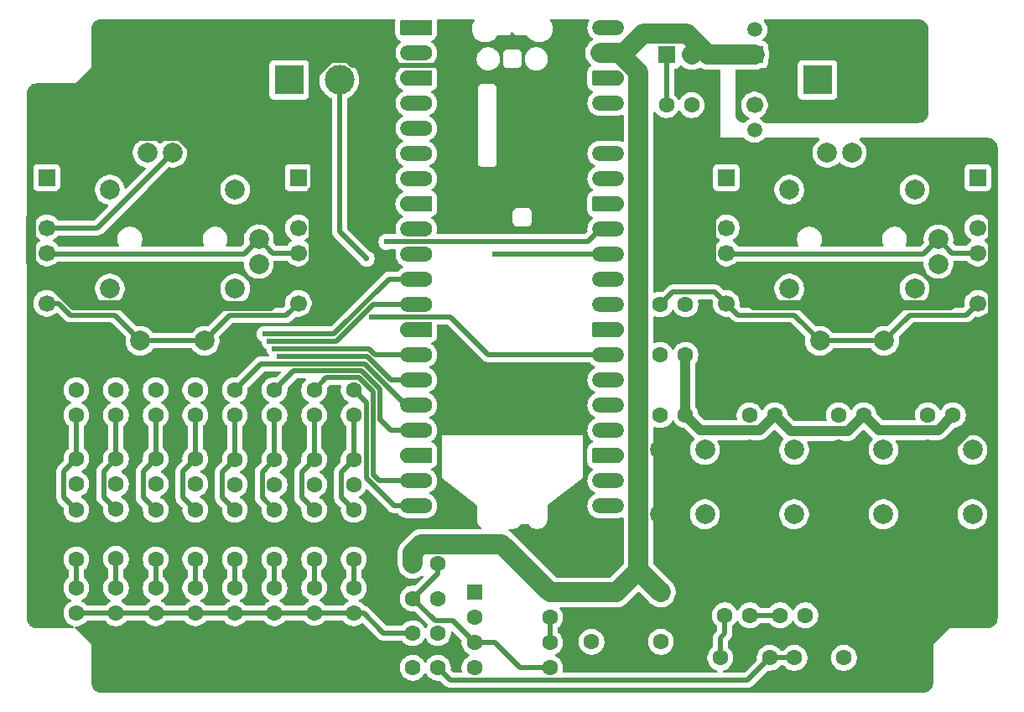
<source format=gtl>
%TF.GenerationSoftware,KiCad,Pcbnew,9.0.2*%
%TF.CreationDate,2025-07-04T21:54:35+09:00*%
%TF.ProjectId,sound_remocon_v2,736f756e-645f-4726-956d-6f636f6e5f76,rev?*%
%TF.SameCoordinates,Original*%
%TF.FileFunction,Copper,L1,Top*%
%TF.FilePolarity,Positive*%
%FSLAX46Y46*%
G04 Gerber Fmt 4.6, Leading zero omitted, Abs format (unit mm)*
G04 Created by KiCad (PCBNEW 9.0.2) date 2025-07-04 21:54:35*
%MOMM*%
%LPD*%
G01*
G04 APERTURE LIST*
G04 Aperture macros list*
%AMRoundRect*
0 Rectangle with rounded corners*
0 $1 Rounding radius*
0 $2 $3 $4 $5 $6 $7 $8 $9 X,Y pos of 4 corners*
0 Add a 4 corners polygon primitive as box body*
4,1,4,$2,$3,$4,$5,$6,$7,$8,$9,$2,$3,0*
0 Add four circle primitives for the rounded corners*
1,1,$1+$1,$2,$3*
1,1,$1+$1,$4,$5*
1,1,$1+$1,$6,$7*
1,1,$1+$1,$8,$9*
0 Add four rect primitives between the rounded corners*
20,1,$1+$1,$2,$3,$4,$5,0*
20,1,$1+$1,$4,$5,$6,$7,0*
20,1,$1+$1,$6,$7,$8,$9,0*
20,1,$1+$1,$8,$9,$2,$3,0*%
%AMFreePoly0*
4,1,37,0.800000,0.796148,0.878414,0.796148,1.032228,0.765552,1.177117,0.705537,1.307515,0.618408,1.418408,0.507515,1.505537,0.377117,1.565552,0.232228,1.596148,0.078414,1.596148,-0.078414,1.565552,-0.232228,1.505537,-0.377117,1.418408,-0.507515,1.307515,-0.618408,1.177117,-0.705537,1.032228,-0.765552,0.878414,-0.796148,0.800000,-0.796148,0.800000,-0.800000,-1.400000,-0.800000,
-1.403843,-0.796157,-1.439018,-0.796157,-1.511114,-0.766294,-1.566294,-0.711114,-1.596157,-0.639018,-1.596157,-0.603843,-1.600000,-0.600000,-1.600000,0.600000,-1.596157,0.603843,-1.596157,0.639018,-1.566294,0.711114,-1.511114,0.766294,-1.439018,0.796157,-1.403843,0.796157,-1.400000,0.800000,0.800000,0.800000,0.800000,0.796148,0.800000,0.796148,$1*%
%AMFreePoly1*
4,1,37,1.403843,0.796157,1.439018,0.796157,1.511114,0.766294,1.566294,0.711114,1.596157,0.639018,1.596157,0.603843,1.600000,0.600000,1.600000,-0.600000,1.596157,-0.603843,1.596157,-0.639018,1.566294,-0.711114,1.511114,-0.766294,1.439018,-0.796157,1.403843,-0.796157,1.400000,-0.800000,-0.800000,-0.800000,-0.800000,-0.796148,-0.878414,-0.796148,-1.032228,-0.765552,-1.177117,-0.705537,
-1.307515,-0.618408,-1.418408,-0.507515,-1.505537,-0.377117,-1.565552,-0.232228,-1.596148,-0.078414,-1.596148,0.078414,-1.565552,0.232228,-1.505537,0.377117,-1.418408,0.507515,-1.307515,0.618408,-1.177117,0.705537,-1.032228,0.765552,-0.878414,0.796148,-0.800000,0.796148,-0.800000,0.800000,1.400000,0.800000,1.403843,0.796157,1.403843,0.796157,$1*%
%AMFreePoly2*
4,1,37,0.603843,0.796157,0.639018,0.796157,0.711114,0.766294,0.766294,0.711114,0.796157,0.639018,0.796157,0.603843,0.800000,0.600000,0.800000,-0.600000,0.796157,-0.603843,0.796157,-0.639018,0.766294,-0.711114,0.711114,-0.766294,0.639018,-0.796157,0.603843,-0.796157,0.600000,-0.800000,0.000000,-0.800000,0.000000,-0.796148,-0.078414,-0.796148,-0.232228,-0.765552,-0.377117,-0.705537,
-0.507515,-0.618408,-0.618408,-0.507515,-0.705537,-0.377117,-0.765552,-0.232228,-0.796148,-0.078414,-0.796148,0.078414,-0.765552,0.232228,-0.705537,0.377117,-0.618408,0.507515,-0.507515,0.618408,-0.377117,0.705537,-0.232228,0.765552,-0.078414,0.796148,0.000000,0.796148,0.000000,0.800000,0.600000,0.800000,0.603843,0.796157,0.603843,0.796157,$1*%
%AMFreePoly3*
4,1,37,0.000000,0.796148,0.078414,0.796148,0.232228,0.765552,0.377117,0.705537,0.507515,0.618408,0.618408,0.507515,0.705537,0.377117,0.765552,0.232228,0.796148,0.078414,0.796148,-0.078414,0.765552,-0.232228,0.705537,-0.377117,0.618408,-0.507515,0.507515,-0.618408,0.377117,-0.705537,0.232228,-0.765552,0.078414,-0.796148,0.000000,-0.796148,0.000000,-0.800000,-0.600000,-0.800000,
-0.603843,-0.796157,-0.639018,-0.796157,-0.711114,-0.766294,-0.766294,-0.711114,-0.796157,-0.639018,-0.796157,-0.603843,-0.800000,-0.600000,-0.800000,0.600000,-0.796157,0.603843,-0.796157,0.639018,-0.766294,0.711114,-0.711114,0.766294,-0.639018,0.796157,-0.603843,0.796157,-0.600000,0.800000,0.000000,0.800000,0.000000,0.796148,0.000000,0.796148,$1*%
G04 Aperture macros list end*
%TA.AperFunction,ComponentPad*%
%ADD10C,1.600000*%
%TD*%
%TA.AperFunction,SMDPad,CuDef*%
%ADD11FreePoly0,0.000000*%
%TD*%
%TA.AperFunction,ComponentPad*%
%ADD12RoundRect,0.200000X-0.600000X-0.600000X0.600000X-0.600000X0.600000X0.600000X-0.600000X0.600000X0*%
%TD*%
%TA.AperFunction,SMDPad,CuDef*%
%ADD13RoundRect,0.800000X-0.800000X-0.000010X0.800000X-0.000010X0.800000X0.000010X-0.800000X0.000010X0*%
%TD*%
%TA.AperFunction,SMDPad,CuDef*%
%ADD14FreePoly1,0.000000*%
%TD*%
%TA.AperFunction,ComponentPad*%
%ADD15FreePoly2,0.000000*%
%TD*%
%TA.AperFunction,ComponentPad*%
%ADD16FreePoly3,0.000000*%
%TD*%
%TA.AperFunction,ComponentPad*%
%ADD17C,2.000000*%
%TD*%
%TA.AperFunction,ComponentPad*%
%ADD18R,3.000000X3.000000*%
%TD*%
%TA.AperFunction,ComponentPad*%
%ADD19C,3.000000*%
%TD*%
%TA.AperFunction,ComponentPad*%
%ADD20C,1.500000*%
%TD*%
%TA.AperFunction,ComponentPad*%
%ADD21R,1.700000X1.700000*%
%TD*%
%TA.AperFunction,ComponentPad*%
%ADD22C,1.700000*%
%TD*%
%TA.AperFunction,ComponentPad*%
%ADD23RoundRect,0.250000X-0.550000X-0.550000X0.550000X-0.550000X0.550000X0.550000X-0.550000X0.550000X0*%
%TD*%
%TA.AperFunction,ComponentPad*%
%ADD24RoundRect,0.250000X-0.550000X0.550000X-0.550000X-0.550000X0.550000X-0.550000X0.550000X0.550000X0*%
%TD*%
%TA.AperFunction,ComponentPad*%
%ADD25R,1.800000X1.800000*%
%TD*%
%TA.AperFunction,ComponentPad*%
%ADD26C,1.800000*%
%TD*%
%TA.AperFunction,ViaPad*%
%ADD27C,0.600000*%
%TD*%
%TA.AperFunction,Conductor*%
%ADD28C,0.500000*%
%TD*%
%TA.AperFunction,Conductor*%
%ADD29C,1.000000*%
%TD*%
%TA.AperFunction,Conductor*%
%ADD30C,0.250000*%
%TD*%
%TA.AperFunction,Conductor*%
%ADD31C,2.000000*%
%TD*%
%TA.AperFunction,Conductor*%
%ADD32C,1.500000*%
%TD*%
G04 APERTURE END LIST*
D10*
%TO.P,Rc5,1*%
%TO.N,Net-(C5-Pad2)*%
X72000000Y-108450000D03*
%TO.P,Rc5,2*%
%TO.N,Net-(U1A--)*%
X72000000Y-110990000D03*
%TD*%
%TO.P,C2,1*%
%TO.N,Net-(C2-Pad1)*%
X60000000Y-100500000D03*
%TO.P,C2,2*%
%TO.N,Net-(C2-Pad2)*%
X60000000Y-105500000D03*
%TD*%
%TO.P,Ra6,1*%
%TO.N,Signal6*%
X76000000Y-88460000D03*
%TO.P,Ra6,2*%
%TO.N,Net-(C6-Pad1)*%
X76000000Y-91000000D03*
%TD*%
D11*
%TO.P,A1,1,GPIO0*%
%TO.N,unconnected-(A1-GPIO0-Pad1)_1*%
X90310000Y-51870000D03*
D12*
%TO.N,unconnected-(A1-GPIO0-Pad1)*%
X91110000Y-51870000D03*
D13*
%TO.P,A1,2,GPIO1*%
%TO.N,unconnected-(A1-GPIO1-Pad2)_1*%
X90310000Y-54410000D03*
D10*
%TO.N,unconnected-(A1-GPIO1-Pad2)*%
X91110000Y-54410000D03*
D14*
%TO.P,A1,3,GND_IN*%
%TO.N,GND*%
X90310000Y-56950000D03*
D15*
X91110000Y-56950000D03*
D13*
%TO.P,A1,4,GPIO2*%
%TO.N,SW4*%
X90310000Y-59490000D03*
D10*
X91110000Y-59490000D03*
D13*
%TO.P,A1,5,GPIO3*%
%TO.N,SW3*%
X90310000Y-62030000D03*
D10*
X91110000Y-62030000D03*
D13*
%TO.P,A1,6,GPIO4*%
%TO.N,SW2*%
X90310000Y-64570000D03*
D10*
X91110000Y-64570000D03*
D13*
%TO.P,A1,7,GPIO5*%
%TO.N,SW1*%
X90310000Y-67110000D03*
D10*
X91110000Y-67110000D03*
D14*
%TO.P,A1,8,GND*%
%TO.N,GND*%
X90310000Y-69650000D03*
D15*
X91110000Y-69650000D03*
D13*
%TO.P,A1,9,GPIO6*%
%TO.N,unconnected-(A1-GPIO6-Pad9)*%
X90310000Y-72190000D03*
D10*
%TO.N,unconnected-(A1-GPIO6-Pad9)_1*%
X91110000Y-72190000D03*
D13*
%TO.P,A1,10,GPIO7*%
%TO.N,unconnected-(A1-GPIO7-Pad10)_1*%
X90310000Y-74730000D03*
D10*
%TO.N,unconnected-(A1-GPIO7-Pad10)*%
X91110000Y-74730000D03*
D13*
%TO.P,A1,11,GPIO8*%
%TO.N,Signal1*%
X90310000Y-77270000D03*
D10*
X91110000Y-77270000D03*
D13*
%TO.P,A1,12,GPIO9*%
%TO.N,Signal2*%
X90310000Y-79810000D03*
D10*
X91110000Y-79810000D03*
D14*
%TO.P,A1,13,GND*%
%TO.N,GND*%
X90310000Y-82350000D03*
D15*
X91110000Y-82350000D03*
D13*
%TO.P,A1,14,GPIO10*%
%TO.N,Signal3*%
X90310000Y-84890000D03*
D10*
X91110000Y-84890000D03*
D13*
%TO.P,A1,15,GPIO11*%
%TO.N,Signal4*%
X90310000Y-87430000D03*
D10*
X91110000Y-87430000D03*
D13*
%TO.P,A1,16,GPIO12*%
%TO.N,Signal5*%
X90310000Y-89970000D03*
D10*
X91110000Y-89970000D03*
D13*
%TO.P,A1,17,GPIO13*%
%TO.N,Signal6*%
X90310000Y-92510000D03*
D10*
X91110000Y-92510000D03*
D14*
%TO.P,A1,18,GND*%
%TO.N,GND*%
X90310000Y-95050000D03*
D15*
X91110000Y-95050000D03*
D13*
%TO.P,A1,19,GPIO14*%
%TO.N,Signal7*%
X90310000Y-97590000D03*
D10*
X91110000Y-97590000D03*
D13*
%TO.P,A1,20,GPIO15*%
%TO.N,Signal8*%
X90310000Y-100130000D03*
D10*
X91110000Y-100130000D03*
%TO.P,A1,21,GPIO16*%
%TO.N,unconnected-(A1-GPIO16-Pad21)_1*%
X108890000Y-100130000D03*
D13*
%TO.N,unconnected-(A1-GPIO16-Pad21)*%
X109690000Y-100130000D03*
D10*
%TO.P,A1,22,GPIO17*%
%TO.N,unconnected-(A1-GPIO17-Pad22)_1*%
X108890000Y-97590000D03*
D13*
%TO.N,unconnected-(A1-GPIO17-Pad22)*%
X109690000Y-97590000D03*
D16*
%TO.P,A1,23,GND*%
%TO.N,GND*%
X108890000Y-95050000D03*
D11*
X109690000Y-95050000D03*
D10*
%TO.P,A1,24,GPIO18*%
%TO.N,unconnected-(A1-GPIO18-Pad24)*%
X108890000Y-92510000D03*
D13*
%TO.N,unconnected-(A1-GPIO18-Pad24)_1*%
X109690000Y-92510000D03*
D10*
%TO.P,A1,25,GPIO19*%
%TO.N,unconnected-(A1-GPIO19-Pad25)_1*%
X108890000Y-89970000D03*
D13*
%TO.N,unconnected-(A1-GPIO19-Pad25)*%
X109690000Y-89970000D03*
D10*
%TO.P,A1,26,GPIO20*%
%TO.N,unconnected-(A1-GPIO20-Pad26)*%
X108890000Y-87430000D03*
D13*
%TO.N,unconnected-(A1-GPIO20-Pad26)_1*%
X109690000Y-87430000D03*
D10*
%TO.P,A1,27,GPIO21*%
%TO.N,LeftStickSW*%
X108890000Y-84890000D03*
D13*
X109690000Y-84890000D03*
D16*
%TO.P,A1,28,GND*%
%TO.N,GND*%
X108890000Y-82350000D03*
D11*
X109690000Y-82350000D03*
D10*
%TO.P,A1,29,GPIO22*%
%TO.N,RightStickSW*%
X108890000Y-79810000D03*
D13*
X109690000Y-79810000D03*
D10*
%TO.P,A1,30,RUN*%
%TO.N,unconnected-(A1-RUN-Pad30)_1*%
X108890000Y-77270000D03*
D13*
%TO.N,unconnected-(A1-RUN-Pad30)*%
X109690000Y-77270000D03*
D10*
%TO.P,A1,31,GPIO26_ADC0*%
%TO.N,LeftStickX*%
X108890000Y-74730000D03*
D13*
X109690000Y-74730000D03*
D10*
%TO.P,A1,32,GPIO27_ADC1*%
%TO.N,LeftStickY*%
X108890000Y-72190000D03*
D13*
X109690000Y-72190000D03*
D16*
%TO.P,A1,33,AGND*%
%TO.N,unconnected-(A1-AGND-Pad33)_1*%
X108890000Y-69650000D03*
D11*
%TO.N,unconnected-(A1-AGND-Pad33)*%
X109690000Y-69650000D03*
D10*
%TO.P,A1,34,GPIO28_ADC2*%
%TO.N,RightStickY*%
X108890000Y-67110000D03*
D13*
X109690000Y-67110000D03*
D10*
%TO.P,A1,35,ADC_VREF*%
%TO.N,unconnected-(A1-ADC_VREF-Pad35)*%
X108890000Y-64570000D03*
D13*
%TO.N,unconnected-(A1-ADC_VREF-Pad35)_1*%
X109690000Y-64570000D03*
D10*
%TO.P,A1,36,3V3*%
%TO.N,3V3*%
X108890000Y-62030000D03*
D13*
X109690000Y-62030000D03*
D10*
%TO.P,A1,37,3V3_EN*%
%TO.N,unconnected-(A1-3V3_EN-Pad37)*%
X108890000Y-59490000D03*
D13*
%TO.N,unconnected-(A1-3V3_EN-Pad37)_1*%
X109690000Y-59490000D03*
D16*
%TO.P,A1,38,GND*%
%TO.N,GND*%
X108890000Y-56950000D03*
D11*
X109690000Y-56950000D03*
D10*
%TO.P,A1,39,VSYS*%
%TO.N,Power5V*%
X108890000Y-54410000D03*
D13*
X109690000Y-54410000D03*
D10*
%TO.P,A1,40,VBUS*%
%TO.N,unconnected-(A1-VBUS-Pad40)_1*%
X108890000Y-51870000D03*
D13*
%TO.N,unconnected-(A1-VBUS-Pad40)*%
X109690000Y-51870000D03*
%TD*%
D17*
%TO.P,SW2,1,1*%
%TO.N,3V3*%
X123960000Y-101000000D03*
X123960000Y-94500000D03*
%TO.P,SW2,2,2*%
%TO.N,SW2*%
X128460000Y-101000000D03*
X128460000Y-94500000D03*
%TD*%
D18*
%TO.P,Power1,1,Pin_1*%
%TO.N,GND*%
X130810000Y-57150000D03*
D19*
%TO.P,Power1,2,Pin_2*%
%TO.N,+5V*%
X135890000Y-57150000D03*
%TD*%
D10*
%TO.P,C4,1*%
%TO.N,Net-(C4-Pad1)*%
X68000000Y-100545000D03*
%TO.P,C4,2*%
%TO.N,Net-(C4-Pad2)*%
X68000000Y-105545000D03*
%TD*%
%TO.P,Rb5,1*%
%TO.N,Net-(C5-Pad1)*%
X72000000Y-95460000D03*
%TO.P,Rb5,2*%
%TO.N,GND*%
X72000000Y-98000000D03*
%TD*%
%TO.P,R1,1*%
%TO.N,SW1*%
X114960000Y-91000000D03*
%TO.P,R1,2*%
%TO.N,GND*%
X117500000Y-91000000D03*
%TD*%
%TO.P,Ra4,1*%
%TO.N,Signal4*%
X68000000Y-88460000D03*
%TO.P,Ra4,2*%
%TO.N,Net-(C4-Pad1)*%
X68000000Y-91000000D03*
%TD*%
%TO.P,Rb7,1*%
%TO.N,Net-(C7-Pad1)*%
X80000000Y-95460000D03*
%TO.P,Rb7,2*%
%TO.N,GND*%
X80000000Y-98000000D03*
%TD*%
%TO.P,Rrs1,1*%
%TO.N,RightStickSW*%
X114960000Y-79810000D03*
%TO.P,Rrs1,2*%
%TO.N,GND*%
X117500000Y-79810000D03*
%TD*%
%TO.P,Rls1,1*%
%TO.N,LeftStickSW*%
X114960000Y-84890000D03*
%TO.P,Rls1,2*%
%TO.N,GND*%
X117500000Y-84890000D03*
%TD*%
D17*
%TO.P,SW1,1,1*%
%TO.N,3V3*%
X114960000Y-101000000D03*
X114960000Y-94500000D03*
%TO.P,SW1,2,2*%
%TO.N,SW1*%
X119460000Y-101000000D03*
X119460000Y-94500000D03*
%TD*%
D10*
%TO.P,R3,1*%
%TO.N,SW3*%
X132960000Y-91000000D03*
%TO.P,R3,2*%
%TO.N,GND*%
X135500000Y-91000000D03*
%TD*%
%TO.P,C10,1*%
%TO.N,Net-(C10-Pad1)*%
X125995000Y-115500000D03*
%TO.P,C10,2*%
%TO.N,Net-(C10-Pad2)*%
X120995000Y-115500000D03*
%TD*%
%TO.P,Rb2,1*%
%TO.N,Net-(C2-Pad1)*%
X60000000Y-95415000D03*
%TO.P,Rb2,2*%
%TO.N,GND*%
X60000000Y-97955000D03*
%TD*%
%TO.P,Ra5,1*%
%TO.N,Signal5*%
X72000000Y-88460000D03*
%TO.P,Ra5,2*%
%TO.N,Net-(C5-Pad1)*%
X72000000Y-91000000D03*
%TD*%
%TO.P,C8,1*%
%TO.N,Net-(C8-Pad1)*%
X84000000Y-100545000D03*
%TO.P,C8,2*%
%TO.N,Net-(C8-Pad2)*%
X84000000Y-105545000D03*
%TD*%
D20*
%TO.P,,x*%
%TO.N,N/C*%
X124460000Y-62230000D03*
%TD*%
D21*
%TO.P,SW_PWR1,1,A*%
%TO.N,Power5V*%
X124460000Y-54610000D03*
D22*
%TO.P,SW_PWR1,2,B*%
%TO.N,+5V*%
X124460000Y-57150000D03*
%TO.P,SW_PWR1,3,C*%
%TO.N,unconnected-(SW_PWR1-C-Pad3)*%
X124460000Y-59690000D03*
%TD*%
D21*
%TO.P,RightStickJ1,1,Pin_1*%
%TO.N,GND*%
X121600000Y-67000000D03*
D22*
%TO.P,RightStickJ1,2,Pin_2*%
%TO.N,3V3*%
X121600000Y-69540000D03*
%TO.P,RightStickJ1,3,Pin_3*%
%TO.N,Net-(RightStickJ1-Pin_3)*%
X121600000Y-72080000D03*
%TO.P,RightStickJ1,4,Pin_4*%
%TO.N,RightStickY*%
X121600000Y-74620000D03*
%TO.P,RightStickJ1,5,Pin_5*%
%TO.N,3V3*%
X121600000Y-77160000D03*
%TO.P,RightStickJ1,6,Pin_6*%
%TO.N,RightStickSW*%
X121600000Y-79700000D03*
%TD*%
D23*
%TO.P,U1,1*%
%TO.N,Net-(Rf1-Pad2)*%
X96190000Y-108880000D03*
D10*
%TO.P,U1,2,-*%
%TO.N,Net-(U1A--)*%
X96190000Y-111420000D03*
%TO.P,U1,3,+*%
%TO.N,Net-(U1A-+)*%
X96190000Y-113960000D03*
%TO.P,U1,4,V-*%
%TO.N,GND*%
X96190000Y-116500000D03*
%TO.P,U1,5,+*%
%TO.N,Net-(U1A-+)*%
X103810000Y-116500000D03*
%TO.P,U1,6,-*%
%TO.N,Net-(U1B--)*%
X103810000Y-113960000D03*
%TO.P,U1,7*%
X103810000Y-111420000D03*
%TO.P,U1,8,V+*%
%TO.N,Power5V*%
X103810000Y-108880000D03*
%TD*%
%TO.P,Rc6,1*%
%TO.N,Net-(C6-Pad2)*%
X76000000Y-108450000D03*
%TO.P,Rc6,2*%
%TO.N,Net-(U1A--)*%
X76000000Y-110990000D03*
%TD*%
D17*
%TO.P,SW4,1,1*%
%TO.N,3V3*%
X141960000Y-101000000D03*
X141960000Y-94500000D03*
%TO.P,SW4,2,2*%
%TO.N,SW4*%
X146460000Y-101000000D03*
X146460000Y-94500000D03*
%TD*%
D21*
%TO.P,RightStickJ2,1,Pin_1*%
%TO.N,GND*%
X147000000Y-67000000D03*
D22*
%TO.P,RightStickJ2,2,Pin_2*%
%TO.N,3V3*%
X147000000Y-69540000D03*
%TO.P,RightStickJ2,3,Pin_3*%
%TO.N,Net-(RightStickJ1-Pin_3)*%
X147000000Y-72080000D03*
%TO.P,RightStickJ2,4,Pin_4*%
%TO.N,RightStickY*%
X147000000Y-74620000D03*
%TO.P,RightStickJ2,5,Pin_5*%
%TO.N,3V3*%
X147000000Y-77160000D03*
%TO.P,RightStickJ2,6,Pin_6*%
%TO.N,RightStickSW*%
X147000000Y-79700000D03*
%TD*%
D10*
%TO.P,Rb4,1*%
%TO.N,Net-(C4-Pad1)*%
X68000000Y-95415000D03*
%TO.P,Rb4,2*%
%TO.N,GND*%
X68000000Y-97955000D03*
%TD*%
%TO.P,Rg1,1*%
%TO.N,Net-(Rf1-Pad2)*%
X89960000Y-116500000D03*
%TO.P,Rg1,2*%
%TO.N,Net-(C10-Pad1)*%
X92500000Y-116500000D03*
%TD*%
%TO.P,Rb8,1*%
%TO.N,Net-(C8-Pad1)*%
X84000000Y-95460000D03*
%TO.P,Rb8,2*%
%TO.N,GND*%
X84000000Y-98000000D03*
%TD*%
%TO.P,Re2,1*%
%TO.N,Net-(U1A-+)*%
X89960000Y-109500000D03*
%TO.P,Re2,2*%
%TO.N,GND*%
X92500000Y-109500000D03*
%TD*%
%TO.P,Ra2,1*%
%TO.N,Signal2*%
X60000000Y-88460000D03*
%TO.P,Ra2,2*%
%TO.N,Net-(C2-Pad1)*%
X60000000Y-91000000D03*
%TD*%
D18*
%TO.P,MixedSignalOut1,1,Pin_1*%
%TO.N,GND*%
X77470000Y-57150000D03*
D19*
%TO.P,MixedSignalOut1,2,Pin_2*%
%TO.N,Mixed Signal*%
X82550000Y-57150000D03*
%TD*%
D10*
%TO.P,R2,1*%
%TO.N,SW2*%
X123960000Y-91000000D03*
%TO.P,R2,2*%
%TO.N,GND*%
X126500000Y-91000000D03*
%TD*%
%TO.P,Rb3,1*%
%TO.N,Net-(C3-Pad1)*%
X64000000Y-95415000D03*
%TO.P,Rb3,2*%
%TO.N,GND*%
X64000000Y-97955000D03*
%TD*%
%TO.P,C1,1*%
%TO.N,Net-(C1-Pad1)*%
X56000000Y-100545000D03*
%TO.P,C1,2*%
%TO.N,Net-(C1-Pad2)*%
X56000000Y-105545000D03*
%TD*%
%TO.P,C9,1*%
%TO.N,Net-(C10-Pad1)*%
X128495000Y-115500000D03*
%TO.P,C9,2*%
%TO.N,GND*%
X133495000Y-115500000D03*
%TD*%
%TO.P,Rc2,1*%
%TO.N,Net-(C2-Pad2)*%
X60000000Y-108455000D03*
%TO.P,Rc2,2*%
%TO.N,Net-(U1A--)*%
X60000000Y-110995000D03*
%TD*%
D24*
%TO.P,Cp2,1*%
%TO.N,Power5V*%
X115000000Y-108880000D03*
D10*
%TO.P,Cp2,2*%
%TO.N,GND*%
X115000000Y-113880000D03*
%TD*%
%TO.P,R4,1*%
%TO.N,SW4*%
X141960000Y-91000000D03*
%TO.P,R4,2*%
%TO.N,GND*%
X144500000Y-91000000D03*
%TD*%
%TO.P,C6,1*%
%TO.N,Net-(C6-Pad1)*%
X76000000Y-100545000D03*
%TO.P,C6,2*%
%TO.N,Net-(C6-Pad2)*%
X76000000Y-105545000D03*
%TD*%
%TO.P,Cp1,1*%
%TO.N,Power5V*%
X108000000Y-108880000D03*
%TO.P,Cp1,2*%
%TO.N,GND*%
X108000000Y-113880000D03*
%TD*%
%TO.P,Rb1,1*%
%TO.N,Net-(C1-Pad1)*%
X56000000Y-95415000D03*
%TO.P,Rb1,2*%
%TO.N,GND*%
X56000000Y-97955000D03*
%TD*%
D20*
%TO.P,,x*%
%TO.N,N/C*%
X124500000Y-52070000D03*
%TD*%
D25*
%TO.P,D1,1,K*%
%TO.N,Net-(D1-K)*%
X115570000Y-54610000D03*
D26*
%TO.P,D1,2,A*%
%TO.N,Power5V*%
X118110000Y-54610000D03*
%TD*%
D10*
%TO.P,Rb6,1*%
%TO.N,Net-(C6-Pad1)*%
X76000000Y-95460000D03*
%TO.P,Rb6,2*%
%TO.N,GND*%
X76000000Y-98000000D03*
%TD*%
%TO.P,C5,1*%
%TO.N,Net-(C5-Pad1)*%
X72000000Y-100545000D03*
%TO.P,C5,2*%
%TO.N,Net-(C5-Pad2)*%
X72000000Y-105545000D03*
%TD*%
%TO.P,Rc8,1*%
%TO.N,Net-(C8-Pad2)*%
X84000000Y-108450000D03*
%TO.P,Rc8,2*%
%TO.N,Net-(U1A--)*%
X84000000Y-110990000D03*
%TD*%
%TO.P,Rc7,1*%
%TO.N,Net-(C7-Pad2)*%
X80000000Y-108405000D03*
%TO.P,Rc7,2*%
%TO.N,Net-(U1A--)*%
X80000000Y-110945000D03*
%TD*%
%TO.P,Ra8,1*%
%TO.N,Signal8*%
X84000000Y-88460000D03*
%TO.P,Ra8,2*%
%TO.N,Net-(C8-Pad1)*%
X84000000Y-91000000D03*
%TD*%
%TO.P,Rh1,1*%
%TO.N,Net-(C10-Pad2)*%
X121460000Y-111200000D03*
%TO.P,Rh1,2*%
%TO.N,Mixed Signal*%
X124000000Y-111200000D03*
%TD*%
D17*
%TO.P,SW3,1,1*%
%TO.N,3V3*%
X132960000Y-101000000D03*
X132960000Y-94500000D03*
%TO.P,SW3,2,2*%
%TO.N,SW3*%
X137460000Y-101000000D03*
X137460000Y-94500000D03*
%TD*%
D21*
%TO.P,LeftStickJ2,1,Pin_1*%
%TO.N,GND*%
X78400000Y-67000000D03*
D22*
%TO.P,LeftStickJ2,2,Pin_2*%
%TO.N,3V3*%
X78400000Y-69540000D03*
%TO.P,LeftStickJ2,3,Pin_3*%
%TO.N,LeftStickX*%
X78400000Y-72080000D03*
%TO.P,LeftStickJ2,4,Pin_4*%
%TO.N,LeftStickY*%
X78400000Y-74620000D03*
%TO.P,LeftStickJ2,5,Pin_5*%
%TO.N,3V3*%
X78400000Y-77160000D03*
%TO.P,LeftStickJ2,6,Pin_6*%
%TO.N,LeftStickSW*%
X78400000Y-79700000D03*
%TD*%
D17*
%TO.P,LeftStick1,1,Rx1*%
%TO.N,3V3*%
X68200000Y-64495000D03*
%TO.P,LeftStick1,2,Rx2*%
%TO.N,LeftStickX*%
X65700000Y-64495000D03*
%TO.P,LeftStick1,3,Rx3*%
%TO.N,GND*%
X63200000Y-64495000D03*
%TO.P,LeftStick1,4,Ry1*%
X74430000Y-75725000D03*
%TO.P,LeftStick1,5,Ry2*%
%TO.N,LeftStickY*%
X74430000Y-73225000D03*
%TO.P,LeftStick1,6,Ry3*%
%TO.N,3V3*%
X74430000Y-70725000D03*
%TO.P,LeftStick1,a,SWa*%
X62450000Y-78975000D03*
%TO.P,LeftStick1,b,SWb*%
%TO.N,LeftStickSW*%
X62450000Y-83475000D03*
%TO.P,LeftStick1,c,SWc*%
%TO.N,3V3*%
X68950000Y-78975000D03*
%TO.P,LeftStick1,d,SWd*%
%TO.N,LeftStickSW*%
X68950000Y-83475000D03*
%TO.P,LeftStick1,x*%
%TO.N,N/C*%
X59375000Y-68225000D03*
X59375000Y-78225000D03*
X72025000Y-68225000D03*
X72025000Y-78225000D03*
%TD*%
D10*
%TO.P,Ra7,1*%
%TO.N,Signal7*%
X80000000Y-88460000D03*
%TO.P,Ra7,2*%
%TO.N,Net-(C7-Pad1)*%
X80000000Y-91000000D03*
%TD*%
%TO.P,Ra3,1*%
%TO.N,Signal3*%
X64000000Y-88460000D03*
%TO.P,Ra3,2*%
%TO.N,Net-(C3-Pad1)*%
X64000000Y-91000000D03*
%TD*%
%TO.P,Ra1,1*%
%TO.N,Signal1*%
X56000000Y-88460000D03*
%TO.P,Ra1,2*%
%TO.N,Net-(C1-Pad1)*%
X56000000Y-91000000D03*
%TD*%
%TO.P,Re1,1*%
%TO.N,Power5V*%
X89960000Y-106000000D03*
%TO.P,Re1,2*%
%TO.N,Net-(U1A-+)*%
X92500000Y-106000000D03*
%TD*%
%TO.P,C7,1*%
%TO.N,Net-(C7-Pad1)*%
X80000000Y-100545000D03*
%TO.P,C7,2*%
%TO.N,Net-(C7-Pad2)*%
X80000000Y-105545000D03*
%TD*%
%TO.P,Rh2,1*%
%TO.N,Mixed Signal*%
X127060000Y-111200000D03*
%TO.P,Rh2,2*%
%TO.N,GND*%
X129600000Y-111200000D03*
%TD*%
%TO.P,Rf1,1*%
%TO.N,Net-(U1A--)*%
X89960000Y-113000000D03*
%TO.P,Rf1,2*%
%TO.N,Net-(Rf1-Pad2)*%
X92500000Y-113000000D03*
%TD*%
D21*
%TO.P,LeftStickJ1,1,Pin_1*%
%TO.N,GND*%
X53000000Y-67000000D03*
D22*
%TO.P,LeftStickJ1,2,Pin_2*%
%TO.N,3V3*%
X53000000Y-69540000D03*
%TO.P,LeftStickJ1,3,Pin_3*%
%TO.N,LeftStickX*%
X53000000Y-72080000D03*
%TO.P,LeftStickJ1,4,Pin_4*%
%TO.N,LeftStickY*%
X53000000Y-74620000D03*
%TO.P,LeftStickJ1,5,Pin_5*%
%TO.N,3V3*%
X53000000Y-77160000D03*
%TO.P,LeftStickJ1,6,Pin_6*%
%TO.N,LeftStickSW*%
X53000000Y-79700000D03*
%TD*%
D10*
%TO.P,Rled1,1*%
%TO.N,Net-(D1-K)*%
X115570000Y-59690000D03*
%TO.P,Rled1,2*%
%TO.N,GND*%
X118110000Y-59690000D03*
%TD*%
%TO.P,Rc1,1*%
%TO.N,Net-(C1-Pad2)*%
X56000000Y-108450000D03*
%TO.P,Rc1,2*%
%TO.N,Net-(U1A--)*%
X56000000Y-110990000D03*
%TD*%
D17*
%TO.P,RightStick1,1,Rx1*%
%TO.N,3V3*%
X136800000Y-64495000D03*
%TO.P,RightStick1,2,Rx2*%
%TO.N,unconnected-(RightStick1-Rx2-Pad2)*%
X134300000Y-64495000D03*
%TO.P,RightStick1,3,Rx3*%
%TO.N,GND*%
X131800000Y-64495000D03*
%TO.P,RightStick1,4,Ry1*%
X143030000Y-75725000D03*
%TO.P,RightStick1,5,Ry2*%
%TO.N,RightStickY*%
X143030000Y-73225000D03*
%TO.P,RightStick1,6,Ry3*%
%TO.N,3V3*%
X143030000Y-70725000D03*
%TO.P,RightStick1,a,SWa*%
X131050000Y-78975000D03*
%TO.P,RightStick1,b,SWb*%
%TO.N,RightStickSW*%
X131050000Y-83475000D03*
%TO.P,RightStick1,c,SWc*%
%TO.N,3V3*%
X137550000Y-78975000D03*
%TO.P,RightStick1,d,SWd*%
%TO.N,RightStickSW*%
X137550000Y-83475000D03*
%TO.P,RightStick1,x*%
%TO.N,N/C*%
X127975000Y-68225000D03*
X127975000Y-78225000D03*
X140625000Y-68225000D03*
X140625000Y-78225000D03*
%TD*%
D10*
%TO.P,Rc4,1*%
%TO.N,Net-(C4-Pad2)*%
X68000000Y-108450000D03*
%TO.P,Rc4,2*%
%TO.N,Net-(U1A--)*%
X68000000Y-110990000D03*
%TD*%
%TO.P,C3,1*%
%TO.N,Net-(C3-Pad1)*%
X64000000Y-100545000D03*
%TO.P,C3,2*%
%TO.N,Net-(C3-Pad2)*%
X64000000Y-105545000D03*
%TD*%
%TO.P,Rc3,1*%
%TO.N,Net-(C3-Pad2)*%
X64000000Y-108450000D03*
%TO.P,Rc3,2*%
%TO.N,Net-(U1A--)*%
X64000000Y-110990000D03*
%TD*%
D27*
%TO.N,LeftStickSW*%
X85776013Y-81076013D03*
%TO.N,3V3*%
X116000000Y-64600000D03*
%TO.N,LeftStickY*%
X87300000Y-73500000D03*
%TO.N,LeftStickX*%
X98200000Y-74730000D03*
%TO.N,Mixed Signal*%
X85300000Y-75200000D03*
%TO.N,Signal1*%
X75000000Y-82807000D03*
%TO.N,Signal2*%
X75500000Y-83557000D03*
%TO.N,Signal3*%
X76000000Y-84307000D03*
%TO.N,Signal4*%
X76500000Y-85057000D03*
%TD*%
D28*
%TO.N,LeftStickSW*%
X71499000Y-80926000D02*
X77174000Y-80926000D01*
X77174000Y-80926000D02*
X78400000Y-79700000D01*
X97590000Y-84890000D02*
X108890000Y-84890000D01*
X93776013Y-81076013D02*
X97590000Y-84890000D01*
X59852000Y-80877000D02*
X55372083Y-80877000D01*
X68950000Y-83475000D02*
X71499000Y-80926000D01*
X85776013Y-81076013D02*
X93776013Y-81076013D01*
X54195082Y-79700000D02*
X53000000Y-79700000D01*
X55372083Y-80877000D02*
X54195082Y-79700000D01*
X62450000Y-83475000D02*
X59852000Y-80877000D01*
X62450000Y-83475000D02*
X68950000Y-83475000D01*
%TO.N,3V3*%
X79870000Y-57070868D02*
X81741869Y-55199000D01*
D29*
X132960000Y-94500000D02*
X132960000Y-101000000D01*
X77215000Y-70725000D02*
X78400000Y-69540000D01*
X79951000Y-75609000D02*
X78400000Y-77160000D01*
X147000000Y-77160000D02*
X144234000Y-79926000D01*
X53000000Y-69540000D02*
X51449000Y-71091000D01*
X68200000Y-64495000D02*
X66499000Y-62794000D01*
X116000000Y-105000000D02*
X114960000Y-103960000D01*
D28*
X95494000Y-55694000D02*
X96400000Y-56600000D01*
X83358131Y-55199000D02*
X83853131Y-55694000D01*
D29*
X78400000Y-69540000D02*
X79951000Y-71091000D01*
X53562000Y-69540000D02*
X53000000Y-69540000D01*
X141960000Y-101000000D02*
X141960000Y-104040000D01*
X114960000Y-94500000D02*
X114960000Y-101000000D01*
X140752919Y-64495000D02*
X136800000Y-64495000D01*
X147000000Y-69540000D02*
X148551000Y-71091000D01*
X123960000Y-94500000D02*
X123960000Y-101000000D01*
X53000000Y-77160000D02*
X55766000Y-79926000D01*
X141960000Y-94500000D02*
X144054422Y-94500000D01*
X138501000Y-79926000D02*
X137550000Y-78975000D01*
X133000000Y-105000000D02*
X124000000Y-105000000D01*
X144234000Y-79926000D02*
X138501000Y-79926000D01*
X141960000Y-94500000D02*
X141960000Y-101000000D01*
X51449000Y-71091000D02*
X51449000Y-75609000D01*
X148551000Y-75609000D02*
X147000000Y-77160000D01*
X61499000Y-79926000D02*
X62450000Y-78975000D01*
X60308000Y-62794000D02*
X53562000Y-69540000D01*
X124366000Y-79926000D02*
X130099000Y-79926000D01*
X121600000Y-69540000D02*
X120049000Y-71091000D01*
X74430000Y-70725000D02*
X77215000Y-70725000D01*
X68950000Y-78975000D02*
X69950000Y-79975000D01*
X147000000Y-69540000D02*
X145797919Y-69540000D01*
D28*
X81741869Y-55199000D02*
X83358131Y-55199000D01*
D29*
X123960000Y-104960000D02*
X124000000Y-105000000D01*
D28*
X79870000Y-68070000D02*
X79870000Y-57070868D01*
D29*
X55766000Y-79926000D02*
X61499000Y-79926000D01*
X148551000Y-90003422D02*
X148551000Y-73200000D01*
X120049000Y-71091000D02*
X120049000Y-75609000D01*
X116000000Y-64600000D02*
X120940000Y-69540000D01*
X114960000Y-103960000D02*
X114960000Y-101000000D01*
X143030000Y-70725000D02*
X144215000Y-69540000D01*
X51449000Y-75609000D02*
X53000000Y-77160000D01*
X132960000Y-101000000D02*
X132960000Y-104960000D01*
X132960000Y-104960000D02*
X133000000Y-105000000D01*
X148551000Y-73200000D02*
X148551000Y-75609000D01*
X75585000Y-79975000D02*
X78400000Y-77160000D01*
X123960000Y-101000000D02*
X123960000Y-104960000D01*
X148551000Y-71091000D02*
X148551000Y-73200000D01*
X66499000Y-62794000D02*
X60308000Y-62794000D01*
X144054422Y-94500000D02*
X148551000Y-90003422D01*
X124000000Y-105000000D02*
X116000000Y-105000000D01*
D28*
X96400000Y-56600000D02*
X101570000Y-56600000D01*
D29*
X131050000Y-78975000D02*
X137550000Y-78975000D01*
X130099000Y-79926000D02*
X131050000Y-78975000D01*
X144215000Y-69540000D02*
X145797919Y-69540000D01*
X145797919Y-69540000D02*
X140752919Y-64495000D01*
X141960000Y-104040000D02*
X141000000Y-105000000D01*
D28*
X107000000Y-62030000D02*
X108890000Y-62030000D01*
D29*
X62450000Y-78975000D02*
X68950000Y-78975000D01*
X120940000Y-69540000D02*
X121600000Y-69540000D01*
X121600000Y-77160000D02*
X124366000Y-79926000D01*
D28*
X78400000Y-69540000D02*
X79870000Y-68070000D01*
D29*
X141000000Y-105000000D02*
X133000000Y-105000000D01*
D28*
X101570000Y-56600000D02*
X107000000Y-62030000D01*
X83853131Y-55694000D02*
X95494000Y-55694000D01*
D29*
X79951000Y-71091000D02*
X79951000Y-75609000D01*
X69950000Y-79975000D02*
X75585000Y-79975000D01*
X120049000Y-75609000D02*
X121600000Y-77160000D01*
D28*
%TO.N,LeftStickY*%
X87321000Y-73479000D02*
X107601000Y-73479000D01*
X87300000Y-73500000D02*
X87321000Y-73479000D01*
X72929000Y-74726000D02*
X74430000Y-73225000D01*
X75825000Y-74620000D02*
X74430000Y-73225000D01*
X78400000Y-74620000D02*
X75825000Y-74620000D01*
X107601000Y-73479000D02*
X108890000Y-72190000D01*
X53000000Y-74620000D02*
X53106000Y-74726000D01*
X53106000Y-74726000D02*
X72929000Y-74726000D01*
D29*
%TO.N,GND*%
X135500000Y-91000000D02*
X137001000Y-92501000D01*
X117500000Y-84890000D02*
X117500000Y-91000000D01*
X124999000Y-92501000D02*
X126500000Y-91000000D01*
X133900000Y-92600000D02*
X135500000Y-91000000D01*
X119001000Y-92501000D02*
X124999000Y-92501000D01*
X126500000Y-91000000D02*
X128100000Y-92600000D01*
X137001000Y-92501000D02*
X142999000Y-92501000D01*
X128100000Y-92600000D02*
X133900000Y-92600000D01*
X142999000Y-92501000D02*
X144500000Y-91000000D01*
X117500000Y-91000000D02*
X119001000Y-92501000D01*
D28*
%TO.N,LeftStickX*%
X53000000Y-72080000D02*
X58115000Y-72080000D01*
X98200000Y-74730000D02*
X108890000Y-74730000D01*
X58115000Y-72080000D02*
X65700000Y-64495000D01*
%TO.N,RightStickY*%
X121706000Y-74726000D02*
X141529000Y-74726000D01*
X144425000Y-74620000D02*
X143030000Y-73225000D01*
X121600000Y-74620000D02*
X121706000Y-74726000D01*
X141529000Y-74726000D02*
X143030000Y-73225000D01*
X147000000Y-74620000D02*
X144425000Y-74620000D01*
%TO.N,RightStickSW*%
X120459000Y-78559000D02*
X121600000Y-79700000D01*
X122777000Y-80877000D02*
X128452000Y-80877000D01*
X121600000Y-79700000D02*
X122777000Y-80877000D01*
X128452000Y-80877000D02*
X131050000Y-83475000D01*
X131050000Y-83475000D02*
X137550000Y-83475000D01*
X140148000Y-80877000D02*
X137550000Y-83475000D01*
X116211000Y-78559000D02*
X120459000Y-78559000D01*
X114960000Y-79810000D02*
X116211000Y-78559000D01*
X145823000Y-80877000D02*
X140148000Y-80877000D01*
X147000000Y-79700000D02*
X145823000Y-80877000D01*
%TO.N,Mixed Signal*%
X82550000Y-57150000D02*
X82550000Y-67200000D01*
X124000000Y-111200000D02*
X127060000Y-111200000D01*
X82550000Y-67200000D02*
X82550000Y-72450000D01*
X82550000Y-72450000D02*
X85300000Y-75200000D01*
D29*
%TO.N,+5V*%
X125500000Y-57150000D02*
X124460000Y-57150000D01*
X135890000Y-57150000D02*
X133240000Y-54500000D01*
X128150000Y-54500000D02*
X125500000Y-57150000D01*
X133240000Y-54500000D02*
X128150000Y-54500000D01*
D28*
%TO.N,Net-(D1-K)*%
X115570000Y-54610000D02*
X115570000Y-59690000D01*
%TO.N,Net-(C3-Pad2)*%
X64000000Y-105545000D02*
X64000000Y-108450000D01*
%TO.N,Net-(U1A--)*%
X60000000Y-110995000D02*
X63995000Y-110995000D01*
X84000000Y-110990000D02*
X84990000Y-110990000D01*
X59995000Y-110990000D02*
X60000000Y-110995000D01*
D30*
X80000000Y-110945000D02*
X83955000Y-110945000D01*
D28*
X84990000Y-110990000D02*
X87000000Y-113000000D01*
X63995000Y-110995000D02*
X64000000Y-110990000D01*
D30*
X79955000Y-110990000D02*
X80000000Y-110945000D01*
X72000000Y-110990000D02*
X76000000Y-110990000D01*
D28*
X56000000Y-110990000D02*
X59995000Y-110990000D01*
D30*
X76000000Y-110990000D02*
X79955000Y-110990000D01*
X83955000Y-110945000D02*
X84000000Y-110990000D01*
D28*
X64000000Y-110990000D02*
X84000000Y-110990000D01*
D30*
X64000000Y-110990000D02*
X68000000Y-110990000D01*
X68000000Y-110990000D02*
X72000000Y-110990000D01*
D28*
X87000000Y-113000000D02*
X89960000Y-113000000D01*
%TO.N,Net-(C4-Pad2)*%
X68000000Y-105545000D02*
X68000000Y-108450000D01*
%TO.N,Net-(C5-Pad2)*%
X72000000Y-105545000D02*
X72000000Y-108450000D01*
%TO.N,Net-(C6-Pad2)*%
X76000000Y-105545000D02*
X76000000Y-108450000D01*
%TO.N,Net-(C7-Pad2)*%
X80000000Y-105545000D02*
X80000000Y-108405000D01*
%TO.N,Net-(C8-Pad2)*%
X84000000Y-105545000D02*
X84000000Y-108450000D01*
D31*
%TO.N,Power5V*%
X112759000Y-56382086D02*
X112759000Y-106639000D01*
X110786914Y-54410000D02*
X112759000Y-56382086D01*
X89960000Y-106000000D02*
X89960000Y-104868630D01*
X124460000Y-54610000D02*
X119772000Y-54610000D01*
D29*
X114000000Y-52750000D02*
X116912000Y-52750000D01*
D31*
X111290000Y-54410000D02*
X108890000Y-54410000D01*
X108890000Y-54410000D02*
X110786914Y-54410000D01*
D32*
X108890000Y-54410000D02*
X110433360Y-54410000D01*
D31*
X110518000Y-108880000D02*
X112759000Y-106639000D01*
X98929000Y-103999000D02*
X91671158Y-103999000D01*
X89960000Y-105710158D02*
X89960000Y-106000000D01*
X113191000Y-52509000D02*
X111290000Y-54410000D01*
X89960000Y-104868630D02*
X90829630Y-103999000D01*
D32*
X112750000Y-56726640D02*
X112750000Y-105500000D01*
D31*
X112759000Y-106639000D02*
X115000000Y-108880000D01*
X90829630Y-103999000D02*
X98929000Y-103999000D01*
X103810000Y-108880000D02*
X108000000Y-108880000D01*
X118801000Y-53919000D02*
X119081000Y-53919000D01*
X118110000Y-54610000D02*
X118801000Y-53919000D01*
X119772000Y-54610000D02*
X119081000Y-53919000D01*
D32*
X116921000Y-52759000D02*
X112941000Y-52759000D01*
D31*
X117671000Y-52509000D02*
X116921000Y-52509000D01*
X119081000Y-53919000D02*
X117671000Y-52509000D01*
X108000000Y-108880000D02*
X110518000Y-108880000D01*
D32*
X112941000Y-52759000D02*
X111290000Y-54410000D01*
D31*
X103810000Y-108880000D02*
X98929000Y-103999000D01*
X117671000Y-52509000D02*
X113191000Y-52509000D01*
D28*
%TO.N,Net-(U1A-+)*%
X92209000Y-111749000D02*
X93979000Y-111749000D01*
X92500000Y-106960000D02*
X92500000Y-106000000D01*
X92000000Y-106000000D02*
X92500000Y-106000000D01*
X96190000Y-113960000D02*
X98210000Y-113960000D01*
X89960000Y-109500000D02*
X92209000Y-111749000D01*
X89960000Y-109500000D02*
X92500000Y-106960000D01*
X93979000Y-111749000D02*
X96190000Y-113960000D01*
X100750000Y-116500000D02*
X103810000Y-116500000D01*
X98210000Y-113960000D02*
X100750000Y-116500000D01*
%TO.N,Net-(C2-Pad1)*%
X58749000Y-96666000D02*
X58749000Y-99249000D01*
X60000000Y-91000000D02*
X60000000Y-95415000D01*
X58749000Y-99249000D02*
X60000000Y-100500000D01*
X60000000Y-95415000D02*
X58749000Y-96666000D01*
%TO.N,Net-(C10-Pad1)*%
X125995000Y-115500000D02*
X128495000Y-115500000D01*
X123744000Y-117751000D02*
X125995000Y-115500000D01*
X93751000Y-117751000D02*
X123744000Y-117751000D01*
X92500000Y-116500000D02*
X93751000Y-117751000D01*
%TO.N,Net-(C10-Pad2)*%
X120995000Y-113505000D02*
X120995000Y-115500000D01*
X121460000Y-113040000D02*
X120995000Y-113505000D01*
X121460000Y-111200000D02*
X121460000Y-113040000D01*
%TO.N,Net-(C1-Pad1)*%
X56000000Y-91000000D02*
X56000000Y-95415000D01*
X54749000Y-99294000D02*
X56000000Y-100545000D01*
X54749000Y-96666000D02*
X54749000Y-99294000D01*
X56000000Y-95415000D02*
X54749000Y-96666000D01*
%TO.N,Signal1*%
X81993000Y-82807000D02*
X87530000Y-77270000D01*
X75000000Y-82807000D02*
X81993000Y-82807000D01*
X87530000Y-77270000D02*
X91110000Y-77270000D01*
%TO.N,Signal2*%
X75500000Y-83557000D02*
X82234364Y-83557000D01*
X85981364Y-79810000D02*
X82234364Y-83557000D01*
X91110000Y-79810000D02*
X85981364Y-79810000D01*
%TO.N,Signal3*%
X76000000Y-84307000D02*
X85581638Y-84307000D01*
X86164638Y-84890000D02*
X90310000Y-84890000D01*
X85581638Y-84307000D02*
X86164638Y-84890000D01*
%TO.N,Net-(C3-Pad1)*%
X64000000Y-91000000D02*
X64000000Y-95415000D01*
X62749000Y-96666000D02*
X62749000Y-99294000D01*
X64000000Y-95415000D02*
X62749000Y-96666000D01*
X62749000Y-99294000D02*
X64000000Y-100545000D01*
%TO.N,Signal4*%
X87713274Y-87430000D02*
X91110000Y-87430000D01*
X76500000Y-85057000D02*
X85340274Y-85057000D01*
X85340274Y-85057000D02*
X87713274Y-87430000D01*
%TO.N,Net-(C4-Pad1)*%
X66749000Y-96666000D02*
X66749000Y-99294000D01*
X66749000Y-99294000D02*
X68000000Y-100545000D01*
X68000000Y-91000000D02*
X68000000Y-95415000D01*
X68000000Y-95415000D02*
X66749000Y-96666000D01*
%TO.N,Net-(C5-Pad1)*%
X70749000Y-99294000D02*
X72000000Y-100545000D01*
X70749000Y-96711000D02*
X70749000Y-99294000D01*
X72000000Y-91000000D02*
X72000000Y-95460000D01*
X72000000Y-95460000D02*
X70749000Y-96711000D01*
%TO.N,Signal5*%
X74653000Y-85807000D02*
X72000000Y-88460000D01*
X89261910Y-89970000D02*
X85098910Y-85807000D01*
X91110000Y-89970000D02*
X89261910Y-89970000D01*
X85098910Y-85807000D02*
X74653000Y-85807000D01*
%TO.N,Net-(C6-Pad1)*%
X74749000Y-99294000D02*
X76000000Y-100545000D01*
X74749000Y-96711000D02*
X74749000Y-99294000D01*
X76000000Y-91000000D02*
X76000000Y-95460000D01*
X76000000Y-95460000D02*
X74749000Y-96711000D01*
%TO.N,Signal6*%
X86700000Y-91500000D02*
X87710000Y-92510000D01*
X77952000Y-86508000D02*
X84808546Y-86508000D01*
X84808546Y-86508000D02*
X86653000Y-88352454D01*
X76000000Y-88460000D02*
X77952000Y-86508000D01*
X87710000Y-92510000D02*
X90310000Y-92510000D01*
D30*
X91110000Y-92510000D02*
X90280215Y-92510000D01*
D28*
X86653000Y-88352454D02*
X86653000Y-91500000D01*
X86653000Y-91500000D02*
X86700000Y-91500000D01*
%TO.N,Signal7*%
X86532364Y-97590000D02*
X85952000Y-97009636D01*
X85952000Y-88642818D02*
X84518182Y-87209000D01*
X85952000Y-97009636D02*
X85952000Y-88642818D01*
X81251000Y-87209000D02*
X80000000Y-88460000D01*
X84518182Y-87209000D02*
X81251000Y-87209000D01*
X91110000Y-97590000D02*
X86532364Y-97590000D01*
D30*
X91110000Y-97590000D02*
X89978630Y-97590000D01*
D28*
%TO.N,Net-(C7-Pad1)*%
X78749000Y-96711000D02*
X78749000Y-99294000D01*
X78749000Y-99294000D02*
X80000000Y-100545000D01*
X80000000Y-95460000D02*
X78749000Y-96711000D01*
X80000000Y-91000000D02*
X80000000Y-95460000D01*
%TO.N,Signal8*%
X88710000Y-100130000D02*
X90310000Y-100130000D01*
D30*
X91110000Y-100130000D02*
X89978630Y-100130000D01*
D28*
X85251000Y-97300000D02*
X85251000Y-95900000D01*
X88081000Y-100130000D02*
X85251000Y-97300000D01*
X85251000Y-89711000D02*
X85251000Y-95900000D01*
X88081000Y-100130000D02*
X91110000Y-100130000D01*
X84000000Y-88460000D02*
X85251000Y-89711000D01*
%TO.N,Net-(C8-Pad1)*%
X82749000Y-99294000D02*
X84000000Y-100545000D01*
X84000000Y-91000000D02*
X84000000Y-95460000D01*
X84000000Y-95460000D02*
X82749000Y-96711000D01*
X82749000Y-96711000D02*
X82749000Y-99294000D01*
%TO.N,Net-(C1-Pad2)*%
X56000000Y-105545000D02*
X56000000Y-108450000D01*
%TO.N,Net-(C2-Pad2)*%
X60000000Y-105500000D02*
X60000000Y-108455000D01*
%TO.N,Net-(U1B--)*%
X103810000Y-111420000D02*
X103810000Y-113960000D01*
%TD*%
%TA.AperFunction,Conductor*%
%TO.N,+5V*%
G36*
X141006061Y-51000597D02*
G01*
X141182941Y-51018018D01*
X141206769Y-51022757D01*
X141371001Y-51072576D01*
X141393453Y-51081877D01*
X141521573Y-51150358D01*
X141544798Y-51162772D01*
X141565008Y-51176276D01*
X141608150Y-51211681D01*
X141697666Y-51285145D01*
X141714854Y-51302333D01*
X141823722Y-51434989D01*
X141837227Y-51455201D01*
X141918121Y-51606543D01*
X141927424Y-51629001D01*
X141977240Y-51793224D01*
X141981982Y-51817065D01*
X141999403Y-51993938D01*
X142000000Y-52006092D01*
X142000000Y-60493907D01*
X141999403Y-60506061D01*
X141981982Y-60682934D01*
X141977240Y-60706775D01*
X141927424Y-60870998D01*
X141918121Y-60893456D01*
X141837227Y-61044798D01*
X141823722Y-61065010D01*
X141714854Y-61197666D01*
X141697666Y-61214854D01*
X141565010Y-61323722D01*
X141544798Y-61337227D01*
X141393456Y-61418121D01*
X141370998Y-61427424D01*
X141206775Y-61477240D01*
X141182934Y-61481982D01*
X141006061Y-61499403D01*
X140993907Y-61500000D01*
X125538508Y-61500000D01*
X125471469Y-61480315D01*
X125438191Y-61448887D01*
X125413828Y-61415354D01*
X125274646Y-61276172D01*
X125115405Y-61160476D01*
X125115404Y-61160475D01*
X125115402Y-61160474D01*
X125048920Y-61126599D01*
X124998125Y-61078624D01*
X124981330Y-61010803D01*
X125003868Y-60944669D01*
X125048920Y-60905631D01*
X125167816Y-60845051D01*
X125219255Y-60807678D01*
X125339786Y-60720109D01*
X125339788Y-60720106D01*
X125339792Y-60720104D01*
X125490104Y-60569792D01*
X125490106Y-60569788D01*
X125490109Y-60569786D01*
X125615048Y-60397820D01*
X125615047Y-60397820D01*
X125615051Y-60397816D01*
X125711557Y-60208412D01*
X125777246Y-60006243D01*
X125810500Y-59796287D01*
X125810500Y-59583713D01*
X125777246Y-59373757D01*
X125711557Y-59171588D01*
X125615051Y-58982184D01*
X125615049Y-58982181D01*
X125615048Y-58982179D01*
X125490109Y-58810213D01*
X125339786Y-58659890D01*
X125167820Y-58534951D01*
X124978414Y-58438444D01*
X124978413Y-58438443D01*
X124978412Y-58438443D01*
X124776243Y-58372754D01*
X124776241Y-58372753D01*
X124776240Y-58372753D01*
X124614957Y-58347208D01*
X124566287Y-58339500D01*
X124353713Y-58339500D01*
X124305042Y-58347208D01*
X124143760Y-58372753D01*
X123941585Y-58438444D01*
X123752179Y-58534951D01*
X123580213Y-58659890D01*
X123429890Y-58810213D01*
X123304951Y-58982179D01*
X123208444Y-59171585D01*
X123142753Y-59373760D01*
X123109500Y-59583713D01*
X123109500Y-59796286D01*
X123142753Y-60006239D01*
X123208444Y-60208414D01*
X123304951Y-60397820D01*
X123429890Y-60569786D01*
X123580213Y-60720109D01*
X123752179Y-60845048D01*
X123752181Y-60845049D01*
X123752184Y-60845051D01*
X123871078Y-60905630D01*
X123921874Y-60953604D01*
X123938669Y-61021425D01*
X123916132Y-61087560D01*
X123871080Y-61126599D01*
X123804594Y-61160476D01*
X123713741Y-61226485D01*
X123645354Y-61276172D01*
X123645352Y-61276174D01*
X123645351Y-61276174D01*
X123506171Y-61415354D01*
X123490128Y-61437435D01*
X123480943Y-61444516D01*
X123475116Y-61454542D01*
X123453778Y-61465462D01*
X123434796Y-61480099D01*
X123421651Y-61481905D01*
X123412919Y-61486374D01*
X123377660Y-61487949D01*
X123317067Y-61481982D01*
X123293224Y-61477240D01*
X123129001Y-61427424D01*
X123106543Y-61418121D01*
X122955201Y-61337227D01*
X122934989Y-61323722D01*
X122802333Y-61214854D01*
X122785145Y-61197666D01*
X122676277Y-61065010D01*
X122662772Y-61044798D01*
X122650279Y-61021425D01*
X122581877Y-60893453D01*
X122572575Y-60870998D01*
X122564704Y-60845050D01*
X122522757Y-60706769D01*
X122518018Y-60682941D01*
X122500597Y-60506061D01*
X122500000Y-60493907D01*
X122500000Y-56234500D01*
X122519685Y-56167461D01*
X122572489Y-56121706D01*
X122624000Y-56110500D01*
X124578097Y-56110500D01*
X124811368Y-56073553D01*
X125035992Y-56000568D01*
X125088107Y-55974014D01*
X125144401Y-55960499D01*
X125357871Y-55960499D01*
X125357872Y-55960499D01*
X125417483Y-55954091D01*
X125552331Y-55903796D01*
X125667546Y-55817546D01*
X125753796Y-55702331D01*
X125791167Y-55602135D01*
X128809500Y-55602135D01*
X128809500Y-58697870D01*
X128809501Y-58697876D01*
X128815908Y-58757483D01*
X128866202Y-58892328D01*
X128866206Y-58892335D01*
X128952452Y-59007544D01*
X128952455Y-59007547D01*
X129067664Y-59093793D01*
X129067671Y-59093797D01*
X129202517Y-59144091D01*
X129202516Y-59144091D01*
X129209444Y-59144835D01*
X129262127Y-59150500D01*
X132357872Y-59150499D01*
X132417483Y-59144091D01*
X132552331Y-59093796D01*
X132667546Y-59007546D01*
X132753796Y-58892331D01*
X132804091Y-58757483D01*
X132810500Y-58697873D01*
X132810499Y-55602128D01*
X132804091Y-55542517D01*
X132791166Y-55507864D01*
X132753797Y-55407671D01*
X132753793Y-55407664D01*
X132667547Y-55292455D01*
X132667544Y-55292452D01*
X132552335Y-55206206D01*
X132552328Y-55206202D01*
X132417482Y-55155908D01*
X132417483Y-55155908D01*
X132357883Y-55149501D01*
X132357881Y-55149500D01*
X132357873Y-55149500D01*
X132357864Y-55149500D01*
X129262129Y-55149500D01*
X129262123Y-55149501D01*
X129202516Y-55155908D01*
X129067671Y-55206202D01*
X129067664Y-55206206D01*
X128952455Y-55292452D01*
X128952452Y-55292455D01*
X128866206Y-55407664D01*
X128866202Y-55407671D01*
X128815908Y-55542517D01*
X128809501Y-55602116D01*
X128809501Y-55602123D01*
X128809500Y-55602135D01*
X125791167Y-55602135D01*
X125804091Y-55567483D01*
X125810500Y-55507873D01*
X125810499Y-55294399D01*
X125824014Y-55238105D01*
X125850568Y-55185992D01*
X125923553Y-54961368D01*
X125960500Y-54728097D01*
X125960500Y-54491902D01*
X125923553Y-54258631D01*
X125850565Y-54034000D01*
X125824014Y-53981891D01*
X125810499Y-53925597D01*
X125810499Y-53712129D01*
X125810498Y-53712123D01*
X125804091Y-53652516D01*
X125753797Y-53517671D01*
X125753793Y-53517664D01*
X125667547Y-53402455D01*
X125667544Y-53402452D01*
X125552335Y-53316206D01*
X125552328Y-53316202D01*
X125417483Y-53265908D01*
X125357694Y-53259480D01*
X125293143Y-53232741D01*
X125253296Y-53175348D01*
X125250803Y-53105523D01*
X125286457Y-53045435D01*
X125298048Y-53035886D01*
X125314646Y-53023828D01*
X125453828Y-52884646D01*
X125569524Y-52725405D01*
X125658884Y-52550025D01*
X125719709Y-52362826D01*
X125750500Y-52168422D01*
X125750500Y-51971577D01*
X125719709Y-51777173D01*
X125658882Y-51589970D01*
X125611743Y-51497455D01*
X125569524Y-51414595D01*
X125453828Y-51255354D01*
X125410155Y-51211681D01*
X125376670Y-51150358D01*
X125381654Y-51080666D01*
X125423526Y-51024733D01*
X125488990Y-51000316D01*
X125497836Y-51000000D01*
X140993907Y-51000000D01*
X141006061Y-51000597D01*
G37*
%TD.AperFunction*%
%TD*%
%TA.AperFunction,Conductor*%
%TO.N,3V3*%
G36*
X117094008Y-55717823D02*
G01*
X117107392Y-55729419D01*
X117132490Y-55754517D01*
X117323566Y-55893343D01*
X117388878Y-55926621D01*
X117534003Y-56000566D01*
X117534005Y-56000566D01*
X117534008Y-56000568D01*
X117654412Y-56039689D01*
X117758631Y-56073553D01*
X117991903Y-56110500D01*
X117991908Y-56110500D01*
X118228097Y-56110500D01*
X118461368Y-56073553D01*
X118554538Y-56043280D01*
X118685992Y-56000568D01*
X118884708Y-55899317D01*
X118953374Y-55886422D01*
X118997291Y-55899317D01*
X119052828Y-55927614D01*
X119196003Y-56000566D01*
X119196005Y-56000566D01*
X119196008Y-56000568D01*
X119316412Y-56039689D01*
X119420631Y-56073553D01*
X119653903Y-56110500D01*
X119653908Y-56110500D01*
X119653909Y-56110500D01*
X119890092Y-56110500D01*
X120876000Y-56110500D01*
X120943039Y-56130185D01*
X120988794Y-56182989D01*
X121000000Y-56234500D01*
X121000000Y-63000000D01*
X123410876Y-63000000D01*
X123477915Y-63019685D01*
X123502653Y-63041274D01*
X123502727Y-63041201D01*
X123503804Y-63042278D01*
X123505163Y-63043464D01*
X123506168Y-63044641D01*
X123506172Y-63044646D01*
X123645354Y-63183828D01*
X123804595Y-63299524D01*
X123886038Y-63341021D01*
X123979970Y-63388882D01*
X123979972Y-63388882D01*
X123979975Y-63388884D01*
X124048518Y-63411155D01*
X124167173Y-63449709D01*
X124361578Y-63480500D01*
X124361583Y-63480500D01*
X124558422Y-63480500D01*
X124752826Y-63449709D01*
X124798129Y-63434989D01*
X124940025Y-63388884D01*
X125115405Y-63299524D01*
X125274646Y-63183828D01*
X125413828Y-63044646D01*
X125413836Y-63044633D01*
X125414837Y-63043464D01*
X125415335Y-63043138D01*
X125417273Y-63041201D01*
X125417680Y-63041608D01*
X125473346Y-63005274D01*
X125509124Y-63000000D01*
X130923255Y-63000000D01*
X130990294Y-63019685D01*
X131036049Y-63072489D01*
X131045993Y-63141647D01*
X131016968Y-63205203D01*
X130996142Y-63224316D01*
X130822490Y-63350483D01*
X130822488Y-63350485D01*
X130822487Y-63350485D01*
X130655485Y-63517487D01*
X130655485Y-63517488D01*
X130655483Y-63517490D01*
X130638668Y-63540634D01*
X130516657Y-63708566D01*
X130409433Y-63919003D01*
X130336446Y-64143631D01*
X130299501Y-64376894D01*
X130299500Y-64376901D01*
X130299500Y-64613097D01*
X130336446Y-64846368D01*
X130409433Y-65070996D01*
X130501461Y-65251610D01*
X130516657Y-65281433D01*
X130655483Y-65472510D01*
X130822490Y-65639517D01*
X131013567Y-65778343D01*
X131105967Y-65825423D01*
X131224003Y-65885566D01*
X131224005Y-65885566D01*
X131224008Y-65885568D01*
X131292028Y-65907669D01*
X131448631Y-65958553D01*
X131681903Y-65995500D01*
X131681908Y-65995500D01*
X131918097Y-65995500D01*
X132151368Y-65958553D01*
X132184274Y-65947861D01*
X132375992Y-65885568D01*
X132586433Y-65778343D01*
X132777510Y-65639517D01*
X132944517Y-65472510D01*
X132949682Y-65465401D01*
X133005012Y-65422735D01*
X133074625Y-65416756D01*
X133136420Y-65449362D01*
X133150318Y-65465401D01*
X133155483Y-65472510D01*
X133322490Y-65639517D01*
X133513567Y-65778343D01*
X133605967Y-65825423D01*
X133724003Y-65885566D01*
X133724005Y-65885566D01*
X133724008Y-65885568D01*
X133792028Y-65907669D01*
X133948631Y-65958553D01*
X134181903Y-65995500D01*
X134181908Y-65995500D01*
X134418097Y-65995500D01*
X134539112Y-65976333D01*
X134651368Y-65958553D01*
X134684274Y-65947861D01*
X134875992Y-65885568D01*
X135086433Y-65778343D01*
X135277510Y-65639517D01*
X135444517Y-65472510D01*
X135583343Y-65281433D01*
X135690568Y-65070992D01*
X135763553Y-64846368D01*
X135771422Y-64796687D01*
X135800500Y-64613097D01*
X135800500Y-64376901D01*
X135800499Y-64376894D01*
X135763553Y-64143631D01*
X135690566Y-63919003D01*
X135594701Y-63730859D01*
X135583343Y-63708567D01*
X135444517Y-63517490D01*
X135277510Y-63350483D01*
X135103858Y-63224317D01*
X135061194Y-63168988D01*
X135055215Y-63099374D01*
X135087821Y-63037579D01*
X135148660Y-63003222D01*
X135176745Y-63000000D01*
X147993907Y-63000000D01*
X148006061Y-63000597D01*
X148182941Y-63018018D01*
X148206769Y-63022757D01*
X148371001Y-63072576D01*
X148393453Y-63081877D01*
X148544798Y-63162772D01*
X148565008Y-63176276D01*
X148620403Y-63221737D01*
X148697666Y-63285145D01*
X148714854Y-63302333D01*
X148823722Y-63434989D01*
X148837227Y-63455201D01*
X148918121Y-63606543D01*
X148927424Y-63629001D01*
X148977240Y-63793224D01*
X148981982Y-63817065D01*
X148999403Y-63993938D01*
X149000000Y-64006092D01*
X149000000Y-111493907D01*
X148999403Y-111506061D01*
X148981982Y-111682934D01*
X148977240Y-111706775D01*
X148927424Y-111870998D01*
X148918121Y-111893456D01*
X148837227Y-112044798D01*
X148823722Y-112065010D01*
X148714854Y-112197666D01*
X148697666Y-112214854D01*
X148565010Y-112323722D01*
X148544798Y-112337227D01*
X148393456Y-112418121D01*
X148370998Y-112427424D01*
X148206775Y-112477240D01*
X148182934Y-112481982D01*
X148006061Y-112499403D01*
X147993907Y-112500000D01*
X144124999Y-112500000D01*
X142500000Y-114124999D01*
X142500000Y-117993907D01*
X142499403Y-118006061D01*
X142481982Y-118182934D01*
X142477240Y-118206775D01*
X142427424Y-118370998D01*
X142418121Y-118393456D01*
X142337227Y-118544798D01*
X142323722Y-118565010D01*
X142214854Y-118697666D01*
X142197666Y-118714854D01*
X142065010Y-118823722D01*
X142044798Y-118837227D01*
X141893456Y-118918121D01*
X141870998Y-118927424D01*
X141706775Y-118977240D01*
X141682934Y-118981982D01*
X141506061Y-118999403D01*
X141493907Y-119000000D01*
X58506093Y-119000000D01*
X58493939Y-118999403D01*
X58317065Y-118981982D01*
X58293224Y-118977240D01*
X58129001Y-118927424D01*
X58106543Y-118918121D01*
X57955201Y-118837227D01*
X57934989Y-118823722D01*
X57802333Y-118714854D01*
X57785145Y-118697666D01*
X57676277Y-118565010D01*
X57662772Y-118544798D01*
X57624213Y-118472659D01*
X57581877Y-118393453D01*
X57572575Y-118370998D01*
X57561337Y-118333950D01*
X57522757Y-118206769D01*
X57518018Y-118182941D01*
X57500597Y-118006061D01*
X57500000Y-117993907D01*
X57500000Y-114125000D01*
X55877181Y-112502181D01*
X55843696Y-112440858D01*
X55848680Y-112371166D01*
X55890552Y-112315233D01*
X55956016Y-112290816D01*
X55964862Y-112290500D01*
X56102351Y-112290500D01*
X56102352Y-112290500D01*
X56304534Y-112258477D01*
X56499219Y-112195220D01*
X56681610Y-112102287D01*
X56786647Y-112025974D01*
X56847213Y-111981971D01*
X56847215Y-111981968D01*
X56847219Y-111981966D01*
X56991966Y-111837219D01*
X57021466Y-111796616D01*
X57025100Y-111791615D01*
X57080429Y-111748949D01*
X57125418Y-111740500D01*
X58870950Y-111740500D01*
X58937989Y-111760185D01*
X58971269Y-111791616D01*
X59008030Y-111842215D01*
X59152786Y-111986971D01*
X59249566Y-112057284D01*
X59318390Y-112107287D01*
X59402647Y-112150218D01*
X59500776Y-112200218D01*
X59500778Y-112200218D01*
X59500781Y-112200220D01*
X59591865Y-112229815D01*
X59695465Y-112263477D01*
X59796557Y-112279488D01*
X59897648Y-112295500D01*
X59897649Y-112295500D01*
X60102351Y-112295500D01*
X60102352Y-112295500D01*
X60304534Y-112263477D01*
X60499219Y-112200220D01*
X60681610Y-112107287D01*
X60793529Y-112025974D01*
X60847213Y-111986971D01*
X60847215Y-111986968D01*
X60847219Y-111986966D01*
X60991966Y-111842219D01*
X60995604Y-111837212D01*
X61025100Y-111796615D01*
X61080429Y-111753949D01*
X61125418Y-111745500D01*
X62878216Y-111745500D01*
X62945255Y-111765185D01*
X62978535Y-111796616D01*
X63008033Y-111837217D01*
X63008035Y-111837220D01*
X63152786Y-111981971D01*
X63256448Y-112057284D01*
X63318390Y-112102287D01*
X63412460Y-112150218D01*
X63500776Y-112195218D01*
X63500778Y-112195218D01*
X63500781Y-112195220D01*
X63592730Y-112225096D01*
X63695465Y-112258477D01*
X63796557Y-112274488D01*
X63897648Y-112290500D01*
X63897649Y-112290500D01*
X64102351Y-112290500D01*
X64102352Y-112290500D01*
X64304534Y-112258477D01*
X64499219Y-112195220D01*
X64681610Y-112102287D01*
X64786647Y-112025974D01*
X64847213Y-111981971D01*
X64847215Y-111981968D01*
X64847219Y-111981966D01*
X64991966Y-111837219D01*
X65021466Y-111796616D01*
X65025100Y-111791615D01*
X65080429Y-111748949D01*
X65125418Y-111740500D01*
X66874582Y-111740500D01*
X66941621Y-111760185D01*
X66974900Y-111791615D01*
X67008028Y-111837212D01*
X67008032Y-111837217D01*
X67152786Y-111981971D01*
X67256448Y-112057284D01*
X67318390Y-112102287D01*
X67412460Y-112150218D01*
X67500776Y-112195218D01*
X67500778Y-112195218D01*
X67500781Y-112195220D01*
X67592730Y-112225096D01*
X67695465Y-112258477D01*
X67796557Y-112274488D01*
X67897648Y-112290500D01*
X67897649Y-112290500D01*
X68102351Y-112290500D01*
X68102352Y-112290500D01*
X68304534Y-112258477D01*
X68499219Y-112195220D01*
X68681610Y-112102287D01*
X68786647Y-112025974D01*
X68847213Y-111981971D01*
X68847215Y-111981968D01*
X68847219Y-111981966D01*
X68991966Y-111837219D01*
X69021466Y-111796616D01*
X69025100Y-111791615D01*
X69080429Y-111748949D01*
X69125418Y-111740500D01*
X70874582Y-111740500D01*
X70941621Y-111760185D01*
X70974900Y-111791615D01*
X71008028Y-111837212D01*
X71008032Y-111837217D01*
X71152786Y-111981971D01*
X71256448Y-112057284D01*
X71318390Y-112102287D01*
X71412460Y-112150218D01*
X71500776Y-112195218D01*
X71500778Y-112195218D01*
X71500781Y-112195220D01*
X71592730Y-112225096D01*
X71695465Y-112258477D01*
X71796557Y-112274488D01*
X71897648Y-112290500D01*
X71897649Y-112290500D01*
X72102351Y-112290500D01*
X72102352Y-112290500D01*
X72304534Y-112258477D01*
X72499219Y-112195220D01*
X72681610Y-112102287D01*
X72786647Y-112025974D01*
X72847213Y-111981971D01*
X72847215Y-111981968D01*
X72847219Y-111981966D01*
X72991966Y-111837219D01*
X73021466Y-111796616D01*
X73025100Y-111791615D01*
X73080429Y-111748949D01*
X73125418Y-111740500D01*
X74874582Y-111740500D01*
X74941621Y-111760185D01*
X74974900Y-111791615D01*
X75008028Y-111837212D01*
X75008032Y-111837217D01*
X75152786Y-111981971D01*
X75256448Y-112057284D01*
X75318390Y-112102287D01*
X75412460Y-112150218D01*
X75500776Y-112195218D01*
X75500778Y-112195218D01*
X75500781Y-112195220D01*
X75592730Y-112225096D01*
X75695465Y-112258477D01*
X75796557Y-112274488D01*
X75897648Y-112290500D01*
X75897649Y-112290500D01*
X76102351Y-112290500D01*
X76102352Y-112290500D01*
X76304534Y-112258477D01*
X76499219Y-112195220D01*
X76681610Y-112102287D01*
X76786647Y-112025974D01*
X76847213Y-111981971D01*
X76847215Y-111981968D01*
X76847219Y-111981966D01*
X76991966Y-111837219D01*
X77021466Y-111796616D01*
X77025100Y-111791615D01*
X77080429Y-111748949D01*
X77125418Y-111740500D01*
X78907277Y-111740500D01*
X78974316Y-111760185D01*
X79004577Y-111788763D01*
X79004870Y-111788514D01*
X79007195Y-111791236D01*
X79007594Y-111791613D01*
X79008033Y-111792218D01*
X79152786Y-111936971D01*
X79275291Y-112025974D01*
X79318390Y-112057287D01*
X79429876Y-112114092D01*
X79500776Y-112150218D01*
X79500778Y-112150218D01*
X79500781Y-112150220D01*
X79604080Y-112183784D01*
X79695465Y-112213477D01*
X79768824Y-112225096D01*
X79897648Y-112245500D01*
X79897649Y-112245500D01*
X80102351Y-112245500D01*
X80102352Y-112245500D01*
X80304534Y-112213477D01*
X80499219Y-112150220D01*
X80681610Y-112057287D01*
X80774590Y-111989732D01*
X80847213Y-111936971D01*
X80847215Y-111936968D01*
X80847219Y-111936966D01*
X80991966Y-111792219D01*
X80992406Y-111791612D01*
X80992631Y-111791438D01*
X80995130Y-111788514D01*
X80995744Y-111789038D01*
X81047737Y-111748948D01*
X81092723Y-111740500D01*
X82874582Y-111740500D01*
X82941621Y-111760185D01*
X82974900Y-111791615D01*
X83008028Y-111837212D01*
X83008032Y-111837217D01*
X83152786Y-111981971D01*
X83256448Y-112057284D01*
X83318390Y-112102287D01*
X83412460Y-112150218D01*
X83500776Y-112195218D01*
X83500778Y-112195218D01*
X83500781Y-112195220D01*
X83592730Y-112225096D01*
X83695465Y-112258477D01*
X83796557Y-112274488D01*
X83897648Y-112290500D01*
X83897649Y-112290500D01*
X84102351Y-112290500D01*
X84102352Y-112290500D01*
X84304534Y-112258477D01*
X84499219Y-112195220D01*
X84681610Y-112102287D01*
X84804040Y-112013336D01*
X84869846Y-111989857D01*
X84937900Y-112005682D01*
X84964606Y-112025974D01*
X85691144Y-112752511D01*
X86417049Y-113478416D01*
X86476756Y-113538123D01*
X86521585Y-113582952D01*
X86644498Y-113665080D01*
X86644511Y-113665087D01*
X86716470Y-113694893D01*
X86781087Y-113721658D01*
X86781091Y-113721658D01*
X86781092Y-113721659D01*
X86926079Y-113750500D01*
X86926082Y-113750500D01*
X88834582Y-113750500D01*
X88901621Y-113770185D01*
X88934900Y-113801615D01*
X88968028Y-113847212D01*
X88968032Y-113847217D01*
X89112786Y-113991971D01*
X89267749Y-114104556D01*
X89278390Y-114112287D01*
X89351425Y-114149500D01*
X89460776Y-114205218D01*
X89460778Y-114205218D01*
X89460781Y-114205220D01*
X89565137Y-114239127D01*
X89655465Y-114268477D01*
X89756557Y-114284488D01*
X89857648Y-114300500D01*
X89857649Y-114300500D01*
X90062351Y-114300500D01*
X90062352Y-114300500D01*
X90264534Y-114268477D01*
X90459219Y-114205220D01*
X90641610Y-114112287D01*
X90734590Y-114044732D01*
X90807213Y-113991971D01*
X90807215Y-113991968D01*
X90807219Y-113991966D01*
X90951966Y-113847219D01*
X90951968Y-113847215D01*
X90951971Y-113847213D01*
X91072284Y-113681614D01*
X91072285Y-113681613D01*
X91072287Y-113681610D01*
X91119516Y-113588917D01*
X91167489Y-113538123D01*
X91235310Y-113521328D01*
X91301445Y-113543865D01*
X91340483Y-113588917D01*
X91374392Y-113655466D01*
X91387715Y-113681614D01*
X91508028Y-113847213D01*
X91652786Y-113991971D01*
X91807749Y-114104556D01*
X91818390Y-114112287D01*
X91891425Y-114149500D01*
X92000776Y-114205218D01*
X92000778Y-114205218D01*
X92000781Y-114205220D01*
X92105137Y-114239127D01*
X92195465Y-114268477D01*
X92296557Y-114284488D01*
X92397648Y-114300500D01*
X92397649Y-114300500D01*
X92602351Y-114300500D01*
X92602352Y-114300500D01*
X92804534Y-114268477D01*
X92999219Y-114205220D01*
X93181610Y-114112287D01*
X93274590Y-114044732D01*
X93347213Y-113991971D01*
X93347215Y-113991968D01*
X93347219Y-113991966D01*
X93491966Y-113847219D01*
X93491968Y-113847215D01*
X93491971Y-113847213D01*
X93562236Y-113750500D01*
X93612287Y-113681610D01*
X93705220Y-113499219D01*
X93768477Y-113304534D01*
X93800500Y-113102352D01*
X93800500Y-112931229D01*
X93820185Y-112864190D01*
X93872989Y-112818435D01*
X93942147Y-112808491D01*
X94005703Y-112837516D01*
X94012181Y-112843548D01*
X94863526Y-113694893D01*
X94897011Y-113756216D01*
X94898318Y-113801971D01*
X94889500Y-113857647D01*
X94889500Y-114062351D01*
X94921522Y-114264534D01*
X94984781Y-114459223D01*
X95077715Y-114641613D01*
X95198028Y-114807213D01*
X95342786Y-114951971D01*
X95497749Y-115064556D01*
X95508390Y-115072287D01*
X95599840Y-115118883D01*
X95601080Y-115119515D01*
X95651876Y-115167490D01*
X95668671Y-115235311D01*
X95646134Y-115301446D01*
X95601080Y-115340485D01*
X95508386Y-115387715D01*
X95342786Y-115508028D01*
X95198028Y-115652786D01*
X95077715Y-115818386D01*
X94984781Y-116000776D01*
X94921522Y-116195465D01*
X94889500Y-116397648D01*
X94889500Y-116602351D01*
X94921523Y-116804535D01*
X94921524Y-116804542D01*
X94932455Y-116838183D01*
X94934450Y-116908024D01*
X94898369Y-116967856D01*
X94835668Y-116998684D01*
X94814524Y-117000500D01*
X94113229Y-117000500D01*
X94046190Y-116980815D01*
X94025548Y-116964181D01*
X93826473Y-116765106D01*
X93792988Y-116703783D01*
X93791681Y-116658028D01*
X93800500Y-116602352D01*
X93800500Y-116397648D01*
X93785290Y-116301615D01*
X93768477Y-116195465D01*
X93705218Y-116000776D01*
X93659515Y-115911080D01*
X93612287Y-115818390D01*
X93562236Y-115749500D01*
X93491971Y-115652786D01*
X93347213Y-115508028D01*
X93181613Y-115387715D01*
X93181612Y-115387714D01*
X93181610Y-115387713D01*
X93124653Y-115358691D01*
X92999223Y-115294781D01*
X92804534Y-115231522D01*
X92629995Y-115203878D01*
X92602352Y-115199500D01*
X92397648Y-115199500D01*
X92373329Y-115203351D01*
X92195465Y-115231522D01*
X92000776Y-115294781D01*
X91818386Y-115387715D01*
X91652786Y-115508028D01*
X91508028Y-115652786D01*
X91387715Y-115818386D01*
X91340485Y-115911080D01*
X91292510Y-115961876D01*
X91224689Y-115978671D01*
X91158554Y-115956134D01*
X91119515Y-115911080D01*
X91118883Y-115909840D01*
X91072287Y-115818390D01*
X91022236Y-115749500D01*
X90951971Y-115652786D01*
X90807213Y-115508028D01*
X90641613Y-115387715D01*
X90641612Y-115387714D01*
X90641610Y-115387713D01*
X90584653Y-115358691D01*
X90459223Y-115294781D01*
X90264534Y-115231522D01*
X90089995Y-115203878D01*
X90062352Y-115199500D01*
X89857648Y-115199500D01*
X89833329Y-115203351D01*
X89655465Y-115231522D01*
X89460776Y-115294781D01*
X89278386Y-115387715D01*
X89112786Y-115508028D01*
X88968028Y-115652786D01*
X88847715Y-115818386D01*
X88754781Y-116000776D01*
X88691522Y-116195465D01*
X88659500Y-116397648D01*
X88659500Y-116602351D01*
X88691522Y-116804534D01*
X88754781Y-116999223D01*
X88847715Y-117181613D01*
X88968028Y-117347213D01*
X89112786Y-117491971D01*
X89260790Y-117599500D01*
X89278390Y-117612287D01*
X89394607Y-117671503D01*
X89460776Y-117705218D01*
X89460778Y-117705218D01*
X89460781Y-117705220D01*
X89565137Y-117739127D01*
X89655465Y-117768477D01*
X89739564Y-117781797D01*
X89857648Y-117800500D01*
X89857649Y-117800500D01*
X90062351Y-117800500D01*
X90062352Y-117800500D01*
X90264534Y-117768477D01*
X90459219Y-117705220D01*
X90641610Y-117612287D01*
X90749903Y-117533608D01*
X90807213Y-117491971D01*
X90807215Y-117491968D01*
X90807219Y-117491966D01*
X90951966Y-117347219D01*
X90951968Y-117347215D01*
X90951971Y-117347213D01*
X91072284Y-117181614D01*
X91072285Y-117181613D01*
X91072287Y-117181610D01*
X91119516Y-117088917D01*
X91167489Y-117038123D01*
X91235310Y-117021328D01*
X91301445Y-117043865D01*
X91340485Y-117088919D01*
X91387715Y-117181614D01*
X91508028Y-117347213D01*
X91652786Y-117491971D01*
X91800790Y-117599500D01*
X91818390Y-117612287D01*
X91934607Y-117671503D01*
X92000776Y-117705218D01*
X92000778Y-117705218D01*
X92000781Y-117705220D01*
X92105137Y-117739127D01*
X92195465Y-117768477D01*
X92279564Y-117781797D01*
X92397648Y-117800500D01*
X92397649Y-117800500D01*
X92602350Y-117800500D01*
X92602352Y-117800500D01*
X92658027Y-117791681D01*
X92727319Y-117800635D01*
X92765106Y-117826473D01*
X93272580Y-118333948D01*
X93272584Y-118333951D01*
X93395498Y-118416080D01*
X93395511Y-118416087D01*
X93481130Y-118451551D01*
X93532087Y-118472658D01*
X93532091Y-118472658D01*
X93532092Y-118472659D01*
X93677079Y-118501500D01*
X93677082Y-118501500D01*
X123817920Y-118501500D01*
X123915462Y-118482096D01*
X123962913Y-118472658D01*
X124099495Y-118416084D01*
X124148729Y-118383186D01*
X124166971Y-118370998D01*
X124173071Y-118366921D01*
X124222416Y-118333952D01*
X125729895Y-116826471D01*
X125791216Y-116792988D01*
X125836971Y-116791681D01*
X125892648Y-116800500D01*
X125892649Y-116800500D01*
X126097351Y-116800500D01*
X126097352Y-116800500D01*
X126299534Y-116768477D01*
X126494219Y-116705220D01*
X126676610Y-116612287D01*
X126769590Y-116544732D01*
X126842213Y-116491971D01*
X126842215Y-116491968D01*
X126842219Y-116491966D01*
X126986966Y-116347219D01*
X126989650Y-116343524D01*
X127020100Y-116301615D01*
X127024431Y-116298274D01*
X127026705Y-116293297D01*
X127051804Y-116277166D01*
X127075429Y-116258949D01*
X127082102Y-116257695D01*
X127085483Y-116255523D01*
X127120418Y-116250500D01*
X127369582Y-116250500D01*
X127436621Y-116270185D01*
X127469900Y-116301615D01*
X127503028Y-116347212D01*
X127503032Y-116347217D01*
X127647786Y-116491971D01*
X127802749Y-116604556D01*
X127813390Y-116612287D01*
X127903156Y-116658025D01*
X127995776Y-116705218D01*
X127995778Y-116705218D01*
X127995781Y-116705220D01*
X128042593Y-116720430D01*
X128190465Y-116768477D01*
X128274564Y-116781797D01*
X128392648Y-116800500D01*
X128392649Y-116800500D01*
X128597351Y-116800500D01*
X128597352Y-116800500D01*
X128799534Y-116768477D01*
X128994219Y-116705220D01*
X129176610Y-116612287D01*
X129269590Y-116544732D01*
X129342213Y-116491971D01*
X129342215Y-116491968D01*
X129342219Y-116491966D01*
X129486966Y-116347219D01*
X129486968Y-116347215D01*
X129486971Y-116347213D01*
X129552008Y-116257695D01*
X129607287Y-116181610D01*
X129700220Y-115999219D01*
X129763477Y-115804534D01*
X129795500Y-115602352D01*
X129795500Y-115397648D01*
X132194500Y-115397648D01*
X132194500Y-115602351D01*
X132226522Y-115804534D01*
X132289781Y-115999223D01*
X132382715Y-116181613D01*
X132503028Y-116347213D01*
X132647786Y-116491971D01*
X132802749Y-116604556D01*
X132813390Y-116612287D01*
X132903156Y-116658025D01*
X132995776Y-116705218D01*
X132995778Y-116705218D01*
X132995781Y-116705220D01*
X133042593Y-116720430D01*
X133190465Y-116768477D01*
X133274564Y-116781797D01*
X133392648Y-116800500D01*
X133392649Y-116800500D01*
X133597351Y-116800500D01*
X133597352Y-116800500D01*
X133799534Y-116768477D01*
X133994219Y-116705220D01*
X134176610Y-116612287D01*
X134269590Y-116544732D01*
X134342213Y-116491971D01*
X134342215Y-116491968D01*
X134342219Y-116491966D01*
X134486966Y-116347219D01*
X134486968Y-116347215D01*
X134486971Y-116347213D01*
X134552008Y-116257695D01*
X134607287Y-116181610D01*
X134700220Y-115999219D01*
X134763477Y-115804534D01*
X134795500Y-115602352D01*
X134795500Y-115397648D01*
X134763477Y-115195466D01*
X134758614Y-115180500D01*
X134700218Y-115000776D01*
X134666503Y-114934607D01*
X134607287Y-114818390D01*
X134557236Y-114749500D01*
X134486971Y-114652786D01*
X134342213Y-114508028D01*
X134176613Y-114387715D01*
X134176612Y-114387714D01*
X134176610Y-114387713D01*
X134076641Y-114336776D01*
X133994223Y-114294781D01*
X133799534Y-114231522D01*
X133624995Y-114203878D01*
X133597352Y-114199500D01*
X133392648Y-114199500D01*
X133368329Y-114203351D01*
X133190465Y-114231522D01*
X132995776Y-114294781D01*
X132813386Y-114387715D01*
X132647786Y-114508028D01*
X132503028Y-114652786D01*
X132382715Y-114818386D01*
X132289781Y-115000776D01*
X132226522Y-115195465D01*
X132194500Y-115397648D01*
X129795500Y-115397648D01*
X129763477Y-115195466D01*
X129758614Y-115180500D01*
X129700218Y-115000776D01*
X129666503Y-114934607D01*
X129607287Y-114818390D01*
X129557236Y-114749500D01*
X129486971Y-114652786D01*
X129342213Y-114508028D01*
X129176613Y-114387715D01*
X129176612Y-114387714D01*
X129176610Y-114387713D01*
X129076641Y-114336776D01*
X128994223Y-114294781D01*
X128799534Y-114231522D01*
X128624995Y-114203878D01*
X128597352Y-114199500D01*
X128392648Y-114199500D01*
X128368329Y-114203351D01*
X128190465Y-114231522D01*
X127995776Y-114294781D01*
X127813386Y-114387715D01*
X127647786Y-114508028D01*
X127503032Y-114652782D01*
X127503028Y-114652787D01*
X127469900Y-114698385D01*
X127465568Y-114701725D01*
X127463295Y-114706703D01*
X127438195Y-114722833D01*
X127414571Y-114741051D01*
X127407897Y-114742304D01*
X127404517Y-114744477D01*
X127369582Y-114749500D01*
X127120418Y-114749500D01*
X127053379Y-114729815D01*
X127020100Y-114698385D01*
X126986971Y-114652787D01*
X126986967Y-114652782D01*
X126842213Y-114508028D01*
X126676613Y-114387715D01*
X126676612Y-114387714D01*
X126676610Y-114387713D01*
X126576641Y-114336776D01*
X126494223Y-114294781D01*
X126299534Y-114231522D01*
X126124995Y-114203878D01*
X126097352Y-114199500D01*
X125892648Y-114199500D01*
X125868329Y-114203351D01*
X125690465Y-114231522D01*
X125495776Y-114294781D01*
X125313386Y-114387715D01*
X125147786Y-114508028D01*
X125003028Y-114652786D01*
X124882715Y-114818386D01*
X124789781Y-115000776D01*
X124726522Y-115195465D01*
X124694500Y-115397648D01*
X124694500Y-115602351D01*
X124703318Y-115658025D01*
X124694364Y-115727318D01*
X124668526Y-115765104D01*
X123469451Y-116964181D01*
X123408128Y-116997666D01*
X123381770Y-117000500D01*
X121368347Y-117000500D01*
X121301308Y-116980815D01*
X121255553Y-116928011D01*
X121245609Y-116858853D01*
X121274634Y-116795297D01*
X121330028Y-116758569D01*
X121351012Y-116751750D01*
X121494219Y-116705220D01*
X121676610Y-116612287D01*
X121769590Y-116544732D01*
X121842213Y-116491971D01*
X121842215Y-116491968D01*
X121842219Y-116491966D01*
X121986966Y-116347219D01*
X121986968Y-116347215D01*
X121986971Y-116347213D01*
X122052008Y-116257695D01*
X122107287Y-116181610D01*
X122200220Y-115999219D01*
X122263477Y-115804534D01*
X122295500Y-115602352D01*
X122295500Y-115397648D01*
X122263477Y-115195466D01*
X122258614Y-115180500D01*
X122200218Y-115000776D01*
X122166503Y-114934607D01*
X122107287Y-114818390D01*
X122057236Y-114749500D01*
X121986971Y-114652786D01*
X121842217Y-114508032D01*
X121842212Y-114508028D01*
X121796615Y-114474900D01*
X121753949Y-114419571D01*
X121745500Y-114374582D01*
X121745500Y-113867229D01*
X121765185Y-113800190D01*
X121781819Y-113779548D01*
X122042948Y-113518419D01*
X122042951Y-113518416D01*
X122125084Y-113395495D01*
X122181658Y-113258913D01*
X122210500Y-113113918D01*
X122210500Y-112966083D01*
X122210500Y-112325416D01*
X122230185Y-112258377D01*
X122261613Y-112225099D01*
X122307219Y-112191966D01*
X122451966Y-112047219D01*
X122451968Y-112047215D01*
X122451971Y-112047213D01*
X122572284Y-111881614D01*
X122572285Y-111881613D01*
X122572287Y-111881610D01*
X122619516Y-111788917D01*
X122667489Y-111738123D01*
X122735310Y-111721328D01*
X122801445Y-111743865D01*
X122840483Y-111788917D01*
X122865091Y-111837212D01*
X122887715Y-111881614D01*
X123008028Y-112047213D01*
X123152786Y-112191971D01*
X123288837Y-112290816D01*
X123318390Y-112312287D01*
X123415694Y-112361866D01*
X123500776Y-112405218D01*
X123500778Y-112405218D01*
X123500781Y-112405220D01*
X123605137Y-112439127D01*
X123695465Y-112468477D01*
X123757971Y-112478377D01*
X123897648Y-112500500D01*
X123897649Y-112500500D01*
X124102351Y-112500500D01*
X124102352Y-112500500D01*
X124304534Y-112468477D01*
X124499219Y-112405220D01*
X124681610Y-112312287D01*
X124801619Y-112225096D01*
X124847213Y-112191971D01*
X124847215Y-112191968D01*
X124847219Y-112191966D01*
X124991966Y-112047219D01*
X124994650Y-112043524D01*
X125025100Y-112001615D01*
X125080429Y-111958949D01*
X125125418Y-111950500D01*
X125934582Y-111950500D01*
X126001621Y-111970185D01*
X126034900Y-112001615D01*
X126068028Y-112047212D01*
X126068032Y-112047217D01*
X126212786Y-112191971D01*
X126348837Y-112290816D01*
X126378390Y-112312287D01*
X126475694Y-112361866D01*
X126560776Y-112405218D01*
X126560778Y-112405218D01*
X126560781Y-112405220D01*
X126665137Y-112439127D01*
X126755465Y-112468477D01*
X126817971Y-112478377D01*
X126957648Y-112500500D01*
X126957649Y-112500500D01*
X127162351Y-112500500D01*
X127162352Y-112500500D01*
X127364534Y-112468477D01*
X127559219Y-112405220D01*
X127741610Y-112312287D01*
X127861619Y-112225096D01*
X127907213Y-112191971D01*
X127907215Y-112191968D01*
X127907219Y-112191966D01*
X128051966Y-112047219D01*
X128051968Y-112047215D01*
X128051971Y-112047213D01*
X128172284Y-111881614D01*
X128172285Y-111881613D01*
X128172287Y-111881610D01*
X128219516Y-111788917D01*
X128267489Y-111738123D01*
X128335310Y-111721328D01*
X128401445Y-111743865D01*
X128440483Y-111788917D01*
X128465091Y-111837212D01*
X128487715Y-111881614D01*
X128608028Y-112047213D01*
X128752786Y-112191971D01*
X128888837Y-112290816D01*
X128918390Y-112312287D01*
X129015694Y-112361866D01*
X129100776Y-112405218D01*
X129100778Y-112405218D01*
X129100781Y-112405220D01*
X129205137Y-112439127D01*
X129295465Y-112468477D01*
X129357971Y-112478377D01*
X129497648Y-112500500D01*
X129497649Y-112500500D01*
X129702351Y-112500500D01*
X129702352Y-112500500D01*
X129904534Y-112468477D01*
X130099219Y-112405220D01*
X130281610Y-112312287D01*
X130401619Y-112225096D01*
X130447213Y-112191971D01*
X130447215Y-112191968D01*
X130447219Y-112191966D01*
X130591966Y-112047219D01*
X130591968Y-112047215D01*
X130591971Y-112047213D01*
X130672069Y-111936966D01*
X130712287Y-111881610D01*
X130805220Y-111699219D01*
X130868477Y-111504534D01*
X130900500Y-111302352D01*
X130900500Y-111097648D01*
X130868477Y-110895466D01*
X130805220Y-110700781D01*
X130805218Y-110700778D01*
X130805218Y-110700776D01*
X130759515Y-110611080D01*
X130712287Y-110518390D01*
X130692228Y-110490781D01*
X130591971Y-110352786D01*
X130447213Y-110208028D01*
X130281613Y-110087715D01*
X130281612Y-110087714D01*
X130281610Y-110087713D01*
X130224653Y-110058691D01*
X130099223Y-109994781D01*
X129904534Y-109931522D01*
X129729995Y-109903878D01*
X129702352Y-109899500D01*
X129497648Y-109899500D01*
X129473329Y-109903351D01*
X129295465Y-109931522D01*
X129100776Y-109994781D01*
X128918386Y-110087715D01*
X128752786Y-110208028D01*
X128608028Y-110352786D01*
X128487715Y-110518386D01*
X128440485Y-110611080D01*
X128392510Y-110661876D01*
X128324689Y-110678671D01*
X128258554Y-110656134D01*
X128219515Y-110611080D01*
X128218883Y-110609840D01*
X128172287Y-110518390D01*
X128152228Y-110490781D01*
X128051971Y-110352786D01*
X127907213Y-110208028D01*
X127741613Y-110087715D01*
X127741612Y-110087714D01*
X127741610Y-110087713D01*
X127684653Y-110058691D01*
X127559223Y-109994781D01*
X127364534Y-109931522D01*
X127189995Y-109903878D01*
X127162352Y-109899500D01*
X126957648Y-109899500D01*
X126933329Y-109903351D01*
X126755465Y-109931522D01*
X126560776Y-109994781D01*
X126378386Y-110087715D01*
X126212786Y-110208028D01*
X126068032Y-110352782D01*
X126068028Y-110352787D01*
X126034900Y-110398385D01*
X125979571Y-110441051D01*
X125934582Y-110449500D01*
X125125418Y-110449500D01*
X125058379Y-110429815D01*
X125025100Y-110398385D01*
X124991971Y-110352787D01*
X124991967Y-110352782D01*
X124847213Y-110208028D01*
X124681613Y-110087715D01*
X124681612Y-110087714D01*
X124681610Y-110087713D01*
X124624653Y-110058691D01*
X124499223Y-109994781D01*
X124304534Y-109931522D01*
X124129995Y-109903878D01*
X124102352Y-109899500D01*
X123897648Y-109899500D01*
X123873329Y-109903351D01*
X123695465Y-109931522D01*
X123500776Y-109994781D01*
X123318386Y-110087715D01*
X123152786Y-110208028D01*
X123008028Y-110352786D01*
X122887715Y-110518386D01*
X122840485Y-110611080D01*
X122792510Y-110661876D01*
X122724689Y-110678671D01*
X122658554Y-110656134D01*
X122619515Y-110611080D01*
X122618883Y-110609840D01*
X122572287Y-110518390D01*
X122552228Y-110490781D01*
X122451971Y-110352786D01*
X122307213Y-110208028D01*
X122141613Y-110087715D01*
X122141612Y-110087714D01*
X122141610Y-110087713D01*
X122084653Y-110058691D01*
X121959223Y-109994781D01*
X121764534Y-109931522D01*
X121589995Y-109903878D01*
X121562352Y-109899500D01*
X121357648Y-109899500D01*
X121333329Y-109903351D01*
X121155465Y-109931522D01*
X120960776Y-109994781D01*
X120778386Y-110087715D01*
X120612786Y-110208028D01*
X120468028Y-110352786D01*
X120347715Y-110518386D01*
X120254781Y-110700776D01*
X120191522Y-110895465D01*
X120159500Y-111097648D01*
X120159500Y-111302351D01*
X120191522Y-111504534D01*
X120254781Y-111699223D01*
X120347715Y-111881613D01*
X120468028Y-112047213D01*
X120468034Y-112047219D01*
X120612781Y-112191966D01*
X120658384Y-112225098D01*
X120701050Y-112280425D01*
X120709500Y-112325416D01*
X120709500Y-112677769D01*
X120689815Y-112744808D01*
X120673181Y-112765450D01*
X120412052Y-113026578D01*
X120412049Y-113026581D01*
X120366931Y-113094105D01*
X120366932Y-113094106D01*
X120329914Y-113149508D01*
X120273343Y-113286082D01*
X120273340Y-113286092D01*
X120244500Y-113431079D01*
X120244500Y-114374582D01*
X120224815Y-114441621D01*
X120193385Y-114474900D01*
X120147787Y-114508028D01*
X120147782Y-114508032D01*
X120003028Y-114652786D01*
X119882715Y-114818386D01*
X119789781Y-115000776D01*
X119726522Y-115195465D01*
X119694500Y-115397648D01*
X119694500Y-115602351D01*
X119726522Y-115804534D01*
X119789781Y-115999223D01*
X119882715Y-116181613D01*
X120003028Y-116347213D01*
X120147786Y-116491971D01*
X120302749Y-116604556D01*
X120313390Y-116612287D01*
X120403156Y-116658025D01*
X120495776Y-116705218D01*
X120495778Y-116705218D01*
X120495781Y-116705220D01*
X120542593Y-116720430D01*
X120659972Y-116758569D01*
X120717647Y-116798007D01*
X120744845Y-116862366D01*
X120732930Y-116931212D01*
X120685686Y-116982688D01*
X120621653Y-117000500D01*
X105185476Y-117000500D01*
X105118437Y-116980815D01*
X105072682Y-116928011D01*
X105062738Y-116858853D01*
X105067545Y-116838183D01*
X105078475Y-116804542D01*
X105078475Y-116804538D01*
X105078477Y-116804534D01*
X105110500Y-116602352D01*
X105110500Y-116397648D01*
X105095290Y-116301615D01*
X105078477Y-116195465D01*
X105015218Y-116000776D01*
X104969515Y-115911080D01*
X104922287Y-115818390D01*
X104872236Y-115749500D01*
X104801971Y-115652786D01*
X104657213Y-115508028D01*
X104491614Y-115387715D01*
X104485006Y-115384348D01*
X104398917Y-115340483D01*
X104348123Y-115292511D01*
X104331328Y-115224690D01*
X104353865Y-115158555D01*
X104398917Y-115119516D01*
X104491610Y-115072287D01*
X104512770Y-115056913D01*
X104657213Y-114951971D01*
X104657215Y-114951968D01*
X104657219Y-114951966D01*
X104801966Y-114807219D01*
X104801968Y-114807215D01*
X104801971Y-114807213D01*
X104860093Y-114727213D01*
X104922287Y-114641610D01*
X105015220Y-114459219D01*
X105078477Y-114264534D01*
X105110500Y-114062352D01*
X105110500Y-113857648D01*
X105108847Y-113847212D01*
X105100130Y-113792174D01*
X105097829Y-113777648D01*
X106699500Y-113777648D01*
X106699500Y-113982351D01*
X106731522Y-114184534D01*
X106794781Y-114379223D01*
X106887715Y-114561613D01*
X107008028Y-114727213D01*
X107152786Y-114871971D01*
X107307749Y-114984556D01*
X107318390Y-114992287D01*
X107434607Y-115051503D01*
X107500776Y-115085218D01*
X107500778Y-115085218D01*
X107500781Y-115085220D01*
X107605137Y-115119127D01*
X107695465Y-115148477D01*
X107759095Y-115158555D01*
X107897648Y-115180500D01*
X107897649Y-115180500D01*
X108102351Y-115180500D01*
X108102352Y-115180500D01*
X108304534Y-115148477D01*
X108499219Y-115085220D01*
X108681610Y-114992287D01*
X108774590Y-114924732D01*
X108847213Y-114871971D01*
X108847215Y-114871968D01*
X108847219Y-114871966D01*
X108991966Y-114727219D01*
X108991968Y-114727215D01*
X108991971Y-114727213D01*
X109054164Y-114641610D01*
X109112287Y-114561610D01*
X109205220Y-114379219D01*
X109268477Y-114184534D01*
X109300500Y-113982352D01*
X109300500Y-113777648D01*
X113699500Y-113777648D01*
X113699500Y-113982351D01*
X113731522Y-114184534D01*
X113794781Y-114379223D01*
X113887715Y-114561613D01*
X114008028Y-114727213D01*
X114152786Y-114871971D01*
X114307749Y-114984556D01*
X114318390Y-114992287D01*
X114434607Y-115051503D01*
X114500776Y-115085218D01*
X114500778Y-115085218D01*
X114500781Y-115085220D01*
X114605137Y-115119127D01*
X114695465Y-115148477D01*
X114759095Y-115158555D01*
X114897648Y-115180500D01*
X114897649Y-115180500D01*
X115102351Y-115180500D01*
X115102352Y-115180500D01*
X115304534Y-115148477D01*
X115499219Y-115085220D01*
X115681610Y-114992287D01*
X115774590Y-114924732D01*
X115847213Y-114871971D01*
X115847215Y-114871968D01*
X115847219Y-114871966D01*
X115991966Y-114727219D01*
X115991968Y-114727215D01*
X115991971Y-114727213D01*
X116054164Y-114641610D01*
X116112287Y-114561610D01*
X116205220Y-114379219D01*
X116268477Y-114184534D01*
X116300500Y-113982352D01*
X116300500Y-113777648D01*
X116287393Y-113694893D01*
X116268477Y-113575465D01*
X116236944Y-113478416D01*
X116205220Y-113380781D01*
X116205218Y-113380778D01*
X116205218Y-113380776D01*
X116166370Y-113304534D01*
X116112287Y-113198390D01*
X116083222Y-113158385D01*
X115991971Y-113032786D01*
X115847213Y-112888028D01*
X115681613Y-112767715D01*
X115681612Y-112767714D01*
X115681610Y-112767713D01*
X115605891Y-112729132D01*
X115499223Y-112674781D01*
X115304534Y-112611522D01*
X115129995Y-112583878D01*
X115102352Y-112579500D01*
X114897648Y-112579500D01*
X114873329Y-112583351D01*
X114695465Y-112611522D01*
X114500776Y-112674781D01*
X114318386Y-112767715D01*
X114152786Y-112888028D01*
X114008028Y-113032786D01*
X113887715Y-113198386D01*
X113794781Y-113380776D01*
X113731522Y-113575465D01*
X113699500Y-113777648D01*
X109300500Y-113777648D01*
X109287393Y-113694893D01*
X109268477Y-113575465D01*
X109236944Y-113478416D01*
X109205220Y-113380781D01*
X109205218Y-113380778D01*
X109205218Y-113380776D01*
X109166370Y-113304534D01*
X109112287Y-113198390D01*
X109083222Y-113158385D01*
X108991971Y-113032786D01*
X108847213Y-112888028D01*
X108681613Y-112767715D01*
X108681612Y-112767714D01*
X108681610Y-112767713D01*
X108605891Y-112729132D01*
X108499223Y-112674781D01*
X108304534Y-112611522D01*
X108129995Y-112583878D01*
X108102352Y-112579500D01*
X107897648Y-112579500D01*
X107873329Y-112583351D01*
X107695465Y-112611522D01*
X107500776Y-112674781D01*
X107318386Y-112767715D01*
X107152786Y-112888028D01*
X107008028Y-113032786D01*
X106887715Y-113198386D01*
X106794781Y-113380776D01*
X106731522Y-113575465D01*
X106699500Y-113777648D01*
X105097829Y-113777648D01*
X105078477Y-113655465D01*
X105033946Y-113518415D01*
X105015220Y-113460781D01*
X105015218Y-113460778D01*
X105015218Y-113460776D01*
X104947469Y-113327813D01*
X104922287Y-113278390D01*
X104908132Y-113258907D01*
X104801971Y-113112786D01*
X104657217Y-112968032D01*
X104657212Y-112968028D01*
X104611615Y-112934900D01*
X104568949Y-112879571D01*
X104560500Y-112834582D01*
X104560500Y-112545416D01*
X104580185Y-112478377D01*
X104611613Y-112445099D01*
X104657219Y-112411966D01*
X104801966Y-112267219D01*
X104801968Y-112267215D01*
X104801971Y-112267213D01*
X104856640Y-112191966D01*
X104922287Y-112101610D01*
X105015220Y-111919219D01*
X105078477Y-111724534D01*
X105110500Y-111522352D01*
X105110500Y-111317648D01*
X105078477Y-111115466D01*
X105070966Y-111092351D01*
X105015218Y-110920776D01*
X104981503Y-110854607D01*
X104922287Y-110738390D01*
X104830669Y-110612287D01*
X104805312Y-110577385D01*
X104781832Y-110511578D01*
X104797658Y-110443525D01*
X104847764Y-110394830D01*
X104905630Y-110380500D01*
X110636097Y-110380500D01*
X110869368Y-110343553D01*
X111093992Y-110270568D01*
X111304434Y-110163343D01*
X111495510Y-110024517D01*
X112671320Y-108848706D01*
X112732641Y-108815223D01*
X112802333Y-108820207D01*
X112846680Y-108848708D01*
X113783714Y-109785742D01*
X113801571Y-109808326D01*
X113857285Y-109898652D01*
X113857288Y-109898656D01*
X113981344Y-110022712D01*
X114130664Y-110114813D01*
X114130668Y-110114815D01*
X114130672Y-110114816D01*
X114141984Y-110118565D01*
X114175867Y-110135953D01*
X114192149Y-110147782D01*
X114213567Y-110163343D01*
X114347659Y-110231666D01*
X114424003Y-110270566D01*
X114424005Y-110270566D01*
X114424008Y-110270568D01*
X114528898Y-110304649D01*
X114648631Y-110343553D01*
X114881904Y-110380500D01*
X114881909Y-110380500D01*
X115118097Y-110380500D01*
X115351369Y-110343553D01*
X115575993Y-110270568D01*
X115786434Y-110163343D01*
X115824137Y-110135949D01*
X115858014Y-110118564D01*
X115869334Y-110114814D01*
X116018656Y-110022712D01*
X116142712Y-109898656D01*
X116234814Y-109749334D01*
X116238564Y-109738014D01*
X116255949Y-109704137D01*
X116283343Y-109666434D01*
X116390568Y-109455993D01*
X116463553Y-109231369D01*
X116500500Y-108998097D01*
X116500500Y-108761903D01*
X116463553Y-108528631D01*
X116406372Y-108352648D01*
X116390568Y-108304008D01*
X116390566Y-108304005D01*
X116390566Y-108304003D01*
X116344585Y-108213761D01*
X116283343Y-108093567D01*
X116280612Y-108089808D01*
X116255953Y-108055867D01*
X116238565Y-108021984D01*
X116234816Y-108010672D01*
X116234815Y-108010668D01*
X116142712Y-107861344D01*
X116018656Y-107737288D01*
X116018652Y-107737285D01*
X115928326Y-107681571D01*
X115905742Y-107663714D01*
X114295819Y-106053791D01*
X114262334Y-105992468D01*
X114259500Y-105966110D01*
X114259500Y-100881902D01*
X117959500Y-100881902D01*
X117959500Y-101118097D01*
X117996446Y-101351368D01*
X118069433Y-101575996D01*
X118167508Y-101768477D01*
X118176657Y-101786433D01*
X118315483Y-101977510D01*
X118482490Y-102144517D01*
X118673567Y-102283343D01*
X118772991Y-102334002D01*
X118884003Y-102390566D01*
X118884005Y-102390566D01*
X118884008Y-102390568D01*
X118993090Y-102426011D01*
X119108631Y-102463553D01*
X119341903Y-102500500D01*
X119341908Y-102500500D01*
X119578097Y-102500500D01*
X119811368Y-102463553D01*
X119824857Y-102459170D01*
X120035992Y-102390568D01*
X120246433Y-102283343D01*
X120437510Y-102144517D01*
X120604517Y-101977510D01*
X120743343Y-101786433D01*
X120850568Y-101575992D01*
X120923553Y-101351368D01*
X120937934Y-101260570D01*
X120960500Y-101118097D01*
X120960500Y-100881902D01*
X126959500Y-100881902D01*
X126959500Y-101118097D01*
X126996446Y-101351368D01*
X127069433Y-101575996D01*
X127167508Y-101768477D01*
X127176657Y-101786433D01*
X127315483Y-101977510D01*
X127482490Y-102144517D01*
X127673567Y-102283343D01*
X127772991Y-102334002D01*
X127884003Y-102390566D01*
X127884005Y-102390566D01*
X127884008Y-102390568D01*
X127993090Y-102426011D01*
X128108631Y-102463553D01*
X128341903Y-102500500D01*
X128341908Y-102500500D01*
X128578097Y-102500500D01*
X128811368Y-102463553D01*
X128824857Y-102459170D01*
X129035992Y-102390568D01*
X129246433Y-102283343D01*
X129437510Y-102144517D01*
X129604517Y-101977510D01*
X129743343Y-101786433D01*
X129850568Y-101575992D01*
X129923553Y-101351368D01*
X129937934Y-101260570D01*
X129960500Y-101118097D01*
X129960500Y-100881902D01*
X135959500Y-100881902D01*
X135959500Y-101118097D01*
X135996446Y-101351368D01*
X136069433Y-101575996D01*
X136167508Y-101768477D01*
X136176657Y-101786433D01*
X136315483Y-101977510D01*
X136482490Y-102144517D01*
X136673567Y-102283343D01*
X136772991Y-102334002D01*
X136884003Y-102390566D01*
X136884005Y-102390566D01*
X136884008Y-102390568D01*
X136993090Y-102426011D01*
X137108631Y-102463553D01*
X137341903Y-102500500D01*
X137341908Y-102500500D01*
X137578097Y-102500500D01*
X137811368Y-102463553D01*
X137824857Y-102459170D01*
X138035992Y-102390568D01*
X138246433Y-102283343D01*
X138437510Y-102144517D01*
X138604517Y-101977510D01*
X138743343Y-101786433D01*
X138850568Y-101575992D01*
X138923553Y-101351368D01*
X138937934Y-101260570D01*
X138960500Y-101118097D01*
X138960500Y-100881902D01*
X144959500Y-100881902D01*
X144959500Y-101118097D01*
X144996446Y-101351368D01*
X145069433Y-101575996D01*
X145167508Y-101768477D01*
X145176657Y-101786433D01*
X145315483Y-101977510D01*
X145482490Y-102144517D01*
X145673567Y-102283343D01*
X145772991Y-102334002D01*
X145884003Y-102390566D01*
X145884005Y-102390566D01*
X145884008Y-102390568D01*
X145993090Y-102426011D01*
X146108631Y-102463553D01*
X146341903Y-102500500D01*
X146341908Y-102500500D01*
X146578097Y-102500500D01*
X146811368Y-102463553D01*
X146824857Y-102459170D01*
X147035992Y-102390568D01*
X147246433Y-102283343D01*
X147437510Y-102144517D01*
X147604517Y-101977510D01*
X147743343Y-101786433D01*
X147850568Y-101575992D01*
X147923553Y-101351368D01*
X147937934Y-101260570D01*
X147960500Y-101118097D01*
X147960500Y-100881902D01*
X147923553Y-100648631D01*
X147875087Y-100499471D01*
X147850568Y-100424008D01*
X147850566Y-100424005D01*
X147850566Y-100424003D01*
X147776973Y-100279569D01*
X147743343Y-100213567D01*
X147604517Y-100022490D01*
X147437510Y-99855483D01*
X147246433Y-99716657D01*
X147209387Y-99697781D01*
X147035996Y-99609433D01*
X146811368Y-99536446D01*
X146578097Y-99499500D01*
X146578092Y-99499500D01*
X146341908Y-99499500D01*
X146341903Y-99499500D01*
X146108631Y-99536446D01*
X145884003Y-99609433D01*
X145673566Y-99716657D01*
X145564550Y-99795862D01*
X145482490Y-99855483D01*
X145482488Y-99855485D01*
X145482487Y-99855485D01*
X145315485Y-100022487D01*
X145315485Y-100022488D01*
X145315483Y-100022490D01*
X145311735Y-100027649D01*
X145176657Y-100213566D01*
X145069433Y-100424003D01*
X144996446Y-100648631D01*
X144959500Y-100881902D01*
X138960500Y-100881902D01*
X138923553Y-100648631D01*
X138875087Y-100499471D01*
X138850568Y-100424008D01*
X138850566Y-100424005D01*
X138850566Y-100424003D01*
X138776973Y-100279569D01*
X138743343Y-100213567D01*
X138604517Y-100022490D01*
X138437510Y-99855483D01*
X138246433Y-99716657D01*
X138209387Y-99697781D01*
X138035996Y-99609433D01*
X137811368Y-99536446D01*
X137578097Y-99499500D01*
X137578092Y-99499500D01*
X137341908Y-99499500D01*
X137341903Y-99499500D01*
X137108631Y-99536446D01*
X136884003Y-99609433D01*
X136673566Y-99716657D01*
X136564550Y-99795862D01*
X136482490Y-99855483D01*
X136482488Y-99855485D01*
X136482487Y-99855485D01*
X136315485Y-100022487D01*
X136315485Y-100022488D01*
X136315483Y-100022490D01*
X136311735Y-100027649D01*
X136176657Y-100213566D01*
X136069433Y-100424003D01*
X135996446Y-100648631D01*
X135959500Y-100881902D01*
X129960500Y-100881902D01*
X129923553Y-100648631D01*
X129875087Y-100499471D01*
X129850568Y-100424008D01*
X129850566Y-100424005D01*
X129850566Y-100424003D01*
X129776973Y-100279569D01*
X129743343Y-100213567D01*
X129604517Y-100022490D01*
X129437510Y-99855483D01*
X129246433Y-99716657D01*
X129209387Y-99697781D01*
X129035996Y-99609433D01*
X128811368Y-99536446D01*
X128578097Y-99499500D01*
X128578092Y-99499500D01*
X128341908Y-99499500D01*
X128341903Y-99499500D01*
X128108631Y-99536446D01*
X127884003Y-99609433D01*
X127673566Y-99716657D01*
X127564550Y-99795862D01*
X127482490Y-99855483D01*
X127482488Y-99855485D01*
X127482487Y-99855485D01*
X127315485Y-100022487D01*
X127315485Y-100022488D01*
X127315483Y-100022490D01*
X127311735Y-100027649D01*
X127176657Y-100213566D01*
X127069433Y-100424003D01*
X126996446Y-100648631D01*
X126959500Y-100881902D01*
X120960500Y-100881902D01*
X120923553Y-100648631D01*
X120875087Y-100499471D01*
X120850568Y-100424008D01*
X120850566Y-100424005D01*
X120850566Y-100424003D01*
X120776973Y-100279569D01*
X120743343Y-100213567D01*
X120604517Y-100022490D01*
X120437510Y-99855483D01*
X120246433Y-99716657D01*
X120209387Y-99697781D01*
X120035996Y-99609433D01*
X119811368Y-99536446D01*
X119578097Y-99499500D01*
X119578092Y-99499500D01*
X119341908Y-99499500D01*
X119341903Y-99499500D01*
X119108631Y-99536446D01*
X118884003Y-99609433D01*
X118673566Y-99716657D01*
X118564550Y-99795862D01*
X118482490Y-99855483D01*
X118482488Y-99855485D01*
X118482487Y-99855485D01*
X118315485Y-100022487D01*
X118315485Y-100022488D01*
X118315483Y-100022490D01*
X118311735Y-100027649D01*
X118176657Y-100213566D01*
X118069433Y-100424003D01*
X117996446Y-100648631D01*
X117959500Y-100881902D01*
X114259500Y-100881902D01*
X114259500Y-92305012D01*
X114279185Y-92237973D01*
X114331989Y-92192218D01*
X114401147Y-92182274D01*
X114439796Y-92194528D01*
X114460774Y-92205217D01*
X114460777Y-92205217D01*
X114460781Y-92205220D01*
X114584772Y-92245507D01*
X114655465Y-92268477D01*
X114749078Y-92283304D01*
X114857648Y-92300500D01*
X114857649Y-92300500D01*
X115062351Y-92300500D01*
X115062352Y-92300500D01*
X115264534Y-92268477D01*
X115459219Y-92205220D01*
X115641610Y-92112287D01*
X115761619Y-92025096D01*
X115807213Y-91991971D01*
X115807215Y-91991968D01*
X115807219Y-91991966D01*
X115951966Y-91847219D01*
X115951968Y-91847215D01*
X115951971Y-91847213D01*
X116072284Y-91681614D01*
X116072285Y-91681613D01*
X116072287Y-91681610D01*
X116119516Y-91588917D01*
X116167489Y-91538123D01*
X116235310Y-91521328D01*
X116301445Y-91543865D01*
X116340485Y-91588919D01*
X116387715Y-91681614D01*
X116508028Y-91847213D01*
X116652786Y-91991971D01*
X116774535Y-92080425D01*
X116818390Y-92112287D01*
X116934607Y-92171503D01*
X117000776Y-92205218D01*
X117000778Y-92205218D01*
X117000781Y-92205220D01*
X117085679Y-92232805D01*
X117195465Y-92268477D01*
X117272966Y-92280751D01*
X117343513Y-92291925D01*
X117406648Y-92321854D01*
X117411797Y-92326717D01*
X118363210Y-93278132D01*
X118363215Y-93278136D01*
X118363219Y-93278140D01*
X118363223Y-93278142D01*
X118365446Y-93279967D01*
X118366302Y-93281224D01*
X118367526Y-93282448D01*
X118367294Y-93282679D01*
X118404783Y-93337711D01*
X118406656Y-93407556D01*
X118374468Y-93463504D01*
X118315483Y-93522490D01*
X118176657Y-93713566D01*
X118069433Y-93924003D01*
X117996446Y-94148631D01*
X117959500Y-94381902D01*
X117959500Y-94618097D01*
X117996446Y-94851368D01*
X118069433Y-95075996D01*
X118146578Y-95227400D01*
X118176657Y-95286433D01*
X118315483Y-95477510D01*
X118482490Y-95644517D01*
X118673567Y-95783343D01*
X118769450Y-95832198D01*
X118884003Y-95890566D01*
X118884005Y-95890566D01*
X118884008Y-95890568D01*
X119004412Y-95929689D01*
X119108631Y-95963553D01*
X119341903Y-96000500D01*
X119341908Y-96000500D01*
X119578097Y-96000500D01*
X119811368Y-95963553D01*
X119824707Y-95959219D01*
X120035992Y-95890568D01*
X120246433Y-95783343D01*
X120437510Y-95644517D01*
X120604517Y-95477510D01*
X120743343Y-95286433D01*
X120850568Y-95075992D01*
X120923553Y-94851368D01*
X120960500Y-94618097D01*
X120960500Y-94381902D01*
X120923553Y-94148631D01*
X120850566Y-93924003D01*
X120778708Y-93782975D01*
X120743343Y-93713567D01*
X120743341Y-93713564D01*
X120743340Y-93713562D01*
X120732314Y-93698386D01*
X120708833Y-93632580D01*
X120724658Y-93564526D01*
X120774763Y-93515831D01*
X120832631Y-93501500D01*
X125097542Y-93501500D01*
X125128566Y-93495328D01*
X125194188Y-93482275D01*
X125290836Y-93463051D01*
X125344165Y-93440961D01*
X125472914Y-93387632D01*
X125636782Y-93278139D01*
X125776139Y-93138782D01*
X125776139Y-93138780D01*
X125786347Y-93128573D01*
X125786348Y-93128570D01*
X126412322Y-92502597D01*
X126473641Y-92469115D01*
X126543333Y-92474099D01*
X126587680Y-92502600D01*
X127373845Y-93288765D01*
X127407330Y-93350088D01*
X127402346Y-93419780D01*
X127373846Y-93464127D01*
X127315482Y-93522490D01*
X127176657Y-93713566D01*
X127069433Y-93924003D01*
X126996446Y-94148631D01*
X126959500Y-94381902D01*
X126959500Y-94618097D01*
X126996446Y-94851368D01*
X127069433Y-95075996D01*
X127146578Y-95227400D01*
X127176657Y-95286433D01*
X127315483Y-95477510D01*
X127482490Y-95644517D01*
X127673567Y-95783343D01*
X127769450Y-95832198D01*
X127884003Y-95890566D01*
X127884005Y-95890566D01*
X127884008Y-95890568D01*
X128004412Y-95929689D01*
X128108631Y-95963553D01*
X128341903Y-96000500D01*
X128341908Y-96000500D01*
X128578097Y-96000500D01*
X128811368Y-95963553D01*
X128824707Y-95959219D01*
X129035992Y-95890568D01*
X129246433Y-95783343D01*
X129437510Y-95644517D01*
X129604517Y-95477510D01*
X129743343Y-95286433D01*
X129850568Y-95075992D01*
X129923553Y-94851368D01*
X129960500Y-94618097D01*
X129960500Y-94381902D01*
X129923553Y-94148631D01*
X129850566Y-93924003D01*
X129779717Y-93784956D01*
X129777596Y-93780793D01*
X129764701Y-93712126D01*
X129790977Y-93647385D01*
X129848084Y-93607128D01*
X129888082Y-93600500D01*
X133998543Y-93600500D01*
X134040367Y-93592180D01*
X134156604Y-93569059D01*
X134191836Y-93562051D01*
X134287344Y-93522490D01*
X134373914Y-93486632D01*
X134537782Y-93377139D01*
X134677139Y-93237782D01*
X134677139Y-93237780D01*
X134687347Y-93227573D01*
X134687348Y-93227570D01*
X135412319Y-92502599D01*
X135473641Y-92469116D01*
X135543333Y-92474100D01*
X135587680Y-92502601D01*
X136363210Y-93278132D01*
X136363215Y-93278136D01*
X136363219Y-93278140D01*
X136363223Y-93278142D01*
X136365446Y-93279967D01*
X136366302Y-93281224D01*
X136367526Y-93282448D01*
X136367294Y-93282679D01*
X136404783Y-93337711D01*
X136406656Y-93407556D01*
X136374468Y-93463504D01*
X136315483Y-93522490D01*
X136176657Y-93713566D01*
X136069433Y-93924003D01*
X135996446Y-94148631D01*
X135959500Y-94381902D01*
X135959500Y-94618097D01*
X135996446Y-94851368D01*
X136069433Y-95075996D01*
X136146578Y-95227400D01*
X136176657Y-95286433D01*
X136315483Y-95477510D01*
X136482490Y-95644517D01*
X136673567Y-95783343D01*
X136769450Y-95832198D01*
X136884003Y-95890566D01*
X136884005Y-95890566D01*
X136884008Y-95890568D01*
X137004412Y-95929689D01*
X137108631Y-95963553D01*
X137341903Y-96000500D01*
X137341908Y-96000500D01*
X137578097Y-96000500D01*
X137811368Y-95963553D01*
X137824707Y-95959219D01*
X138035992Y-95890568D01*
X138246433Y-95783343D01*
X138437510Y-95644517D01*
X138604517Y-95477510D01*
X138743343Y-95286433D01*
X138850568Y-95075992D01*
X138923553Y-94851368D01*
X138960500Y-94618097D01*
X138960500Y-94381902D01*
X144959500Y-94381902D01*
X144959500Y-94618097D01*
X144996446Y-94851368D01*
X145069433Y-95075996D01*
X145146578Y-95227400D01*
X145176657Y-95286433D01*
X145315483Y-95477510D01*
X145482490Y-95644517D01*
X145673567Y-95783343D01*
X145769450Y-95832198D01*
X145884003Y-95890566D01*
X145884005Y-95890566D01*
X145884008Y-95890568D01*
X146004412Y-95929689D01*
X146108631Y-95963553D01*
X146341903Y-96000500D01*
X146341908Y-96000500D01*
X146578097Y-96000500D01*
X146811368Y-95963553D01*
X146824707Y-95959219D01*
X147035992Y-95890568D01*
X147246433Y-95783343D01*
X147437510Y-95644517D01*
X147604517Y-95477510D01*
X147743343Y-95286433D01*
X147850568Y-95075992D01*
X147923553Y-94851368D01*
X147960500Y-94618097D01*
X147960500Y-94381902D01*
X147923553Y-94148631D01*
X147850566Y-93924003D01*
X147778708Y-93782975D01*
X147743343Y-93713567D01*
X147604517Y-93522490D01*
X147437510Y-93355483D01*
X147246433Y-93216657D01*
X147035996Y-93109433D01*
X146811368Y-93036446D01*
X146578097Y-92999500D01*
X146578092Y-92999500D01*
X146341908Y-92999500D01*
X146341903Y-92999500D01*
X146108631Y-93036446D01*
X145884003Y-93109433D01*
X145673566Y-93216657D01*
X145586128Y-93280185D01*
X145482490Y-93355483D01*
X145482488Y-93355485D01*
X145482487Y-93355485D01*
X145315485Y-93522487D01*
X145315485Y-93522488D01*
X145315483Y-93522490D01*
X145281649Y-93569059D01*
X145176657Y-93713566D01*
X145069433Y-93924003D01*
X144996446Y-94148631D01*
X144959500Y-94381902D01*
X138960500Y-94381902D01*
X138923553Y-94148631D01*
X138850566Y-93924003D01*
X138778708Y-93782975D01*
X138743343Y-93713567D01*
X138743341Y-93713564D01*
X138743340Y-93713562D01*
X138732314Y-93698386D01*
X138708833Y-93632580D01*
X138724658Y-93564526D01*
X138774763Y-93515831D01*
X138832631Y-93501500D01*
X143097542Y-93501500D01*
X143128566Y-93495328D01*
X143194188Y-93482275D01*
X143290836Y-93463051D01*
X143344165Y-93440961D01*
X143472914Y-93387632D01*
X143636782Y-93278139D01*
X143776139Y-93138782D01*
X143776139Y-93138780D01*
X143786347Y-93128573D01*
X143786349Y-93128570D01*
X144588203Y-92326715D01*
X144649524Y-92293232D01*
X144656473Y-92291927D01*
X144804534Y-92268477D01*
X144999219Y-92205220D01*
X145181610Y-92112287D01*
X145301619Y-92025096D01*
X145347213Y-91991971D01*
X145347215Y-91991968D01*
X145347219Y-91991966D01*
X145491966Y-91847219D01*
X145491968Y-91847215D01*
X145491971Y-91847213D01*
X145594114Y-91706623D01*
X145612287Y-91681610D01*
X145705220Y-91499219D01*
X145768477Y-91304534D01*
X145800500Y-91102352D01*
X145800500Y-90897648D01*
X145786482Y-90809141D01*
X145768477Y-90695465D01*
X145718659Y-90542142D01*
X145705220Y-90500781D01*
X145705218Y-90500778D01*
X145705218Y-90500776D01*
X145662275Y-90416497D01*
X145612287Y-90318390D01*
X145580421Y-90274530D01*
X145491971Y-90152786D01*
X145347213Y-90008028D01*
X145181613Y-89887715D01*
X145181612Y-89887714D01*
X145181610Y-89887713D01*
X145124653Y-89858691D01*
X144999223Y-89794781D01*
X144804534Y-89731522D01*
X144629995Y-89703878D01*
X144602352Y-89699500D01*
X144397648Y-89699500D01*
X144373329Y-89703351D01*
X144195465Y-89731522D01*
X144000776Y-89794781D01*
X143818386Y-89887715D01*
X143652786Y-90008028D01*
X143508028Y-90152786D01*
X143387715Y-90318386D01*
X143340485Y-90411080D01*
X143292510Y-90461876D01*
X143224689Y-90478671D01*
X143158554Y-90456134D01*
X143119515Y-90411080D01*
X143084631Y-90342617D01*
X143072287Y-90318390D01*
X143040421Y-90274530D01*
X142951971Y-90152786D01*
X142807213Y-90008028D01*
X142641613Y-89887715D01*
X142641612Y-89887714D01*
X142641610Y-89887713D01*
X142584653Y-89858691D01*
X142459223Y-89794781D01*
X142264534Y-89731522D01*
X142089995Y-89703878D01*
X142062352Y-89699500D01*
X141857648Y-89699500D01*
X141833329Y-89703351D01*
X141655465Y-89731522D01*
X141460776Y-89794781D01*
X141278386Y-89887715D01*
X141112786Y-90008028D01*
X140968028Y-90152786D01*
X140847715Y-90318386D01*
X140754781Y-90500776D01*
X140691522Y-90695465D01*
X140659500Y-90897648D01*
X140659500Y-91102351D01*
X140691523Y-91304535D01*
X140691524Y-91304542D01*
X140702455Y-91338183D01*
X140704450Y-91408024D01*
X140668369Y-91467856D01*
X140605668Y-91498684D01*
X140584524Y-91500500D01*
X137466783Y-91500500D01*
X137399744Y-91480815D01*
X137379102Y-91464181D01*
X136826717Y-90911797D01*
X136793232Y-90850474D01*
X136791925Y-90843513D01*
X136768477Y-90695466D01*
X136768477Y-90695465D01*
X136718659Y-90542142D01*
X136705220Y-90500781D01*
X136705218Y-90500778D01*
X136705218Y-90500776D01*
X136662275Y-90416497D01*
X136612287Y-90318390D01*
X136580421Y-90274530D01*
X136491971Y-90152786D01*
X136347213Y-90008028D01*
X136181613Y-89887715D01*
X136181612Y-89887714D01*
X136181610Y-89887713D01*
X136124653Y-89858691D01*
X135999223Y-89794781D01*
X135804534Y-89731522D01*
X135629995Y-89703878D01*
X135602352Y-89699500D01*
X135397648Y-89699500D01*
X135373329Y-89703351D01*
X135195465Y-89731522D01*
X135000776Y-89794781D01*
X134818386Y-89887715D01*
X134652786Y-90008028D01*
X134508028Y-90152786D01*
X134387715Y-90318386D01*
X134340485Y-90411080D01*
X134292510Y-90461876D01*
X134224689Y-90478671D01*
X134158554Y-90456134D01*
X134119515Y-90411080D01*
X134084631Y-90342617D01*
X134072287Y-90318390D01*
X134040421Y-90274530D01*
X133951971Y-90152786D01*
X133807213Y-90008028D01*
X133641613Y-89887715D01*
X133641612Y-89887714D01*
X133641610Y-89887713D01*
X133584653Y-89858691D01*
X133459223Y-89794781D01*
X133264534Y-89731522D01*
X133089995Y-89703878D01*
X133062352Y-89699500D01*
X132857648Y-89699500D01*
X132833329Y-89703351D01*
X132655465Y-89731522D01*
X132460776Y-89794781D01*
X132278386Y-89887715D01*
X132112786Y-90008028D01*
X131968028Y-90152786D01*
X131847715Y-90318386D01*
X131754781Y-90500776D01*
X131691522Y-90695465D01*
X131659500Y-90897648D01*
X131659500Y-91102351D01*
X131691522Y-91304534D01*
X131734623Y-91437181D01*
X131736618Y-91507023D01*
X131700538Y-91566856D01*
X131637837Y-91597684D01*
X131616692Y-91599500D01*
X128565783Y-91599500D01*
X128498744Y-91579815D01*
X128478102Y-91563181D01*
X127826717Y-90911797D01*
X127793232Y-90850474D01*
X127791925Y-90843513D01*
X127768477Y-90695466D01*
X127768477Y-90695465D01*
X127718659Y-90542142D01*
X127705220Y-90500781D01*
X127705218Y-90500778D01*
X127705218Y-90500776D01*
X127662275Y-90416497D01*
X127612287Y-90318390D01*
X127580421Y-90274530D01*
X127491971Y-90152786D01*
X127347213Y-90008028D01*
X127181613Y-89887715D01*
X127181612Y-89887714D01*
X127181610Y-89887713D01*
X127124653Y-89858691D01*
X126999223Y-89794781D01*
X126804534Y-89731522D01*
X126629995Y-89703878D01*
X126602352Y-89699500D01*
X126397648Y-89699500D01*
X126373329Y-89703351D01*
X126195465Y-89731522D01*
X126000776Y-89794781D01*
X125818386Y-89887715D01*
X125652786Y-90008028D01*
X125508028Y-90152786D01*
X125387715Y-90318386D01*
X125340485Y-90411080D01*
X125292510Y-90461876D01*
X125224689Y-90478671D01*
X125158554Y-90456134D01*
X125119515Y-90411080D01*
X125084631Y-90342617D01*
X125072287Y-90318390D01*
X125040421Y-90274530D01*
X124951971Y-90152786D01*
X124807213Y-90008028D01*
X124641613Y-89887715D01*
X124641612Y-89887714D01*
X124641610Y-89887713D01*
X124584653Y-89858691D01*
X124459223Y-89794781D01*
X124264534Y-89731522D01*
X124089995Y-89703878D01*
X124062352Y-89699500D01*
X123857648Y-89699500D01*
X123833329Y-89703351D01*
X123655465Y-89731522D01*
X123460776Y-89794781D01*
X123278386Y-89887715D01*
X123112786Y-90008028D01*
X122968028Y-90152786D01*
X122847715Y-90318386D01*
X122754781Y-90500776D01*
X122691522Y-90695465D01*
X122659500Y-90897648D01*
X122659500Y-91102351D01*
X122691523Y-91304535D01*
X122691524Y-91304542D01*
X122702455Y-91338183D01*
X122704450Y-91408024D01*
X122668369Y-91467856D01*
X122605668Y-91498684D01*
X122584524Y-91500500D01*
X119466783Y-91500500D01*
X119399744Y-91480815D01*
X119379102Y-91464181D01*
X118826717Y-90911797D01*
X118793232Y-90850474D01*
X118791925Y-90843513D01*
X118768477Y-90695466D01*
X118768477Y-90695465D01*
X118718659Y-90542142D01*
X118705220Y-90500781D01*
X118705218Y-90500778D01*
X118705218Y-90500776D01*
X118662275Y-90416497D01*
X118612287Y-90318390D01*
X118560547Y-90247175D01*
X118524182Y-90197122D01*
X118500702Y-90131316D01*
X118500500Y-90124237D01*
X118500500Y-85765761D01*
X118520185Y-85698722D01*
X118524165Y-85692899D01*
X118612287Y-85571610D01*
X118705220Y-85389219D01*
X118768477Y-85194534D01*
X118800500Y-84992352D01*
X118800500Y-84787648D01*
X118768477Y-84585466D01*
X118748379Y-84523612D01*
X118739127Y-84495137D01*
X118705220Y-84390781D01*
X118705218Y-84390778D01*
X118705218Y-84390776D01*
X118659515Y-84301080D01*
X118612287Y-84208390D01*
X118562236Y-84139500D01*
X118491971Y-84042786D01*
X118347213Y-83898028D01*
X118181613Y-83777715D01*
X118181612Y-83777714D01*
X118181610Y-83777713D01*
X118098700Y-83735468D01*
X117999223Y-83684781D01*
X117804534Y-83621522D01*
X117625062Y-83593097D01*
X117602352Y-83589500D01*
X117397648Y-83589500D01*
X117374969Y-83593092D01*
X117195465Y-83621522D01*
X117000776Y-83684781D01*
X116818386Y-83777715D01*
X116652786Y-83898028D01*
X116508028Y-84042786D01*
X116387715Y-84208386D01*
X116340485Y-84301080D01*
X116292510Y-84351876D01*
X116224689Y-84368671D01*
X116158554Y-84346134D01*
X116119515Y-84301080D01*
X116107049Y-84276614D01*
X116072287Y-84208390D01*
X116022236Y-84139500D01*
X115951971Y-84042786D01*
X115807213Y-83898028D01*
X115641613Y-83777715D01*
X115641612Y-83777714D01*
X115641610Y-83777713D01*
X115558700Y-83735468D01*
X115459223Y-83684781D01*
X115264534Y-83621522D01*
X115085062Y-83593097D01*
X115062352Y-83589500D01*
X114857648Y-83589500D01*
X114834969Y-83593092D01*
X114655465Y-83621522D01*
X114513268Y-83667726D01*
X114460781Y-83684780D01*
X114460778Y-83684781D01*
X114460773Y-83684783D01*
X114439792Y-83695473D01*
X114371123Y-83708368D01*
X114306383Y-83682090D01*
X114266127Y-83624982D01*
X114259500Y-83584987D01*
X114259500Y-81115012D01*
X114279185Y-81047973D01*
X114331989Y-81002218D01*
X114401147Y-80992274D01*
X114439796Y-81004528D01*
X114460774Y-81015217D01*
X114460777Y-81015217D01*
X114460781Y-81015220D01*
X114569362Y-81050500D01*
X114655465Y-81078477D01*
X114683896Y-81082980D01*
X114857648Y-81110500D01*
X114857649Y-81110500D01*
X115062351Y-81110500D01*
X115062352Y-81110500D01*
X115264534Y-81078477D01*
X115459219Y-81015220D01*
X115641610Y-80922287D01*
X115734590Y-80854732D01*
X115807213Y-80801971D01*
X115807215Y-80801968D01*
X115807219Y-80801966D01*
X115951966Y-80657219D01*
X115951968Y-80657215D01*
X115951971Y-80657213D01*
X116072284Y-80491614D01*
X116072285Y-80491613D01*
X116072287Y-80491610D01*
X116119516Y-80398917D01*
X116167489Y-80348123D01*
X116235310Y-80331328D01*
X116301445Y-80353865D01*
X116340483Y-80398917D01*
X116363366Y-80443826D01*
X116387715Y-80491614D01*
X116508028Y-80657213D01*
X116652786Y-80801971D01*
X116799499Y-80908562D01*
X116818390Y-80922287D01*
X116875836Y-80951557D01*
X117000776Y-81015218D01*
X117000778Y-81015218D01*
X117000781Y-81015220D01*
X117066856Y-81036689D01*
X117195465Y-81078477D01*
X117223896Y-81082980D01*
X117397648Y-81110500D01*
X117397649Y-81110500D01*
X117602351Y-81110500D01*
X117602352Y-81110500D01*
X117804534Y-81078477D01*
X117999219Y-81015220D01*
X118181610Y-80922287D01*
X118274590Y-80854732D01*
X118347213Y-80801971D01*
X118347215Y-80801968D01*
X118347219Y-80801966D01*
X118491966Y-80657219D01*
X118491968Y-80657215D01*
X118491971Y-80657213D01*
X118558822Y-80565199D01*
X118612287Y-80491610D01*
X118705220Y-80309219D01*
X118768477Y-80114534D01*
X118800500Y-79912352D01*
X118800500Y-79707648D01*
X118768477Y-79505466D01*
X118768475Y-79505462D01*
X118768475Y-79505457D01*
X118757545Y-79471817D01*
X118755550Y-79401976D01*
X118791631Y-79342144D01*
X118854332Y-79311316D01*
X118875476Y-79309500D01*
X120096770Y-79309500D01*
X120126210Y-79318144D01*
X120156197Y-79324668D01*
X120161212Y-79328422D01*
X120163809Y-79329185D01*
X120184451Y-79345819D01*
X120229824Y-79391192D01*
X120263309Y-79452515D01*
X120264616Y-79498271D01*
X120249500Y-79593707D01*
X120249500Y-79806286D01*
X120276478Y-79976623D01*
X120282754Y-80016243D01*
X120346332Y-80211916D01*
X120348444Y-80218414D01*
X120444951Y-80407820D01*
X120569890Y-80579786D01*
X120720213Y-80730109D01*
X120892179Y-80855048D01*
X120892181Y-80855049D01*
X120892184Y-80855051D01*
X121081588Y-80951557D01*
X121283757Y-81017246D01*
X121493713Y-81050500D01*
X121493714Y-81050500D01*
X121706284Y-81050500D01*
X121706287Y-81050500D01*
X121801731Y-81035382D01*
X121871020Y-81044336D01*
X121908807Y-81070174D01*
X122298580Y-81459948D01*
X122298584Y-81459951D01*
X122421498Y-81542080D01*
X122421511Y-81542087D01*
X122539804Y-81591085D01*
X122558087Y-81598658D01*
X122558091Y-81598658D01*
X122558092Y-81598659D01*
X122703079Y-81627500D01*
X122703082Y-81627500D01*
X122850917Y-81627500D01*
X128089770Y-81627500D01*
X128156809Y-81647185D01*
X128177451Y-81663819D01*
X129548719Y-83035087D01*
X129582204Y-83096410D01*
X129583511Y-83142166D01*
X129549500Y-83356902D01*
X129549500Y-83593097D01*
X129586446Y-83826368D01*
X129659433Y-84050996D01*
X129748348Y-84225500D01*
X129766657Y-84261433D01*
X129905483Y-84452510D01*
X130072490Y-84619517D01*
X130263567Y-84758343D01*
X130362991Y-84809002D01*
X130474003Y-84865566D01*
X130474005Y-84865566D01*
X130474008Y-84865568D01*
X130594412Y-84904689D01*
X130698631Y-84938553D01*
X130931903Y-84975500D01*
X130931908Y-84975500D01*
X131168097Y-84975500D01*
X131401368Y-84938553D01*
X131501118Y-84906142D01*
X131625992Y-84865568D01*
X131836433Y-84758343D01*
X132027510Y-84619517D01*
X132194517Y-84452510D01*
X132322313Y-84276613D01*
X132377643Y-84233949D01*
X132422631Y-84225500D01*
X136177369Y-84225500D01*
X136244408Y-84245185D01*
X136277685Y-84276613D01*
X136405483Y-84452510D01*
X136572490Y-84619517D01*
X136763567Y-84758343D01*
X136862991Y-84809002D01*
X136974003Y-84865566D01*
X136974005Y-84865566D01*
X136974008Y-84865568D01*
X137094412Y-84904689D01*
X137198631Y-84938553D01*
X137431903Y-84975500D01*
X137431908Y-84975500D01*
X137668097Y-84975500D01*
X137901368Y-84938553D01*
X138001118Y-84906142D01*
X138125992Y-84865568D01*
X138336433Y-84758343D01*
X138527510Y-84619517D01*
X138694517Y-84452510D01*
X138833343Y-84261433D01*
X138940568Y-84050992D01*
X139013553Y-83826368D01*
X139017528Y-83801272D01*
X139050500Y-83593097D01*
X139050500Y-83356902D01*
X139022992Y-83183226D01*
X139016488Y-83142163D01*
X139025442Y-83072872D01*
X139051277Y-83035089D01*
X140422549Y-81663819D01*
X140483872Y-81630334D01*
X140510230Y-81627500D01*
X145896920Y-81627500D01*
X145994462Y-81608096D01*
X146041913Y-81598658D01*
X146178495Y-81542084D01*
X146230576Y-81507285D01*
X146301416Y-81459952D01*
X146691195Y-81070171D01*
X146752514Y-81036689D01*
X146798265Y-81035382D01*
X146893713Y-81050500D01*
X146893715Y-81050500D01*
X147106286Y-81050500D01*
X147106287Y-81050500D01*
X147316243Y-81017246D01*
X147518412Y-80951557D01*
X147707816Y-80855051D01*
X147803755Y-80785348D01*
X147879786Y-80730109D01*
X147879788Y-80730106D01*
X147879792Y-80730104D01*
X148030104Y-80579792D01*
X148030106Y-80579788D01*
X148030109Y-80579786D01*
X148155048Y-80407820D01*
X148155047Y-80407820D01*
X148155051Y-80407816D01*
X148251557Y-80218412D01*
X148317246Y-80016243D01*
X148350500Y-79806287D01*
X148350500Y-79593713D01*
X148317246Y-79383757D01*
X148251557Y-79181588D01*
X148155051Y-78992184D01*
X148155049Y-78992181D01*
X148155048Y-78992179D01*
X148030109Y-78820213D01*
X147879786Y-78669890D01*
X147707820Y-78544951D01*
X147518414Y-78448444D01*
X147518413Y-78448443D01*
X147518412Y-78448443D01*
X147316243Y-78382754D01*
X147316241Y-78382753D01*
X147316240Y-78382753D01*
X147145192Y-78355662D01*
X147106287Y-78349500D01*
X146893713Y-78349500D01*
X146854808Y-78355662D01*
X146683760Y-78382753D01*
X146481585Y-78448444D01*
X146292179Y-78544951D01*
X146120213Y-78669890D01*
X145969890Y-78820213D01*
X145844951Y-78992179D01*
X145748444Y-79181585D01*
X145682753Y-79383760D01*
X145649500Y-79593713D01*
X145649500Y-79806293D01*
X145664615Y-79901728D01*
X145663914Y-79907151D01*
X145665826Y-79912277D01*
X145659483Y-79941435D01*
X145655660Y-79971021D01*
X145651829Y-79976623D01*
X145650975Y-79980551D01*
X145629824Y-80008805D01*
X145548451Y-80090180D01*
X145487129Y-80123666D01*
X145460769Y-80126500D01*
X140074080Y-80126500D01*
X139929092Y-80155340D01*
X139929082Y-80155343D01*
X139792508Y-80211913D01*
X139755642Y-80236547D01*
X139755641Y-80236546D01*
X139669585Y-80294046D01*
X139669578Y-80294052D01*
X137989911Y-81973719D01*
X137928588Y-82007204D01*
X137882832Y-82008511D01*
X137668097Y-81974500D01*
X137668092Y-81974500D01*
X137431908Y-81974500D01*
X137431903Y-81974500D01*
X137198631Y-82011446D01*
X136974003Y-82084433D01*
X136763566Y-82191657D01*
X136654550Y-82270862D01*
X136572490Y-82330483D01*
X136572488Y-82330485D01*
X136572487Y-82330485D01*
X136405485Y-82497487D01*
X136405485Y-82497488D01*
X136405483Y-82497490D01*
X136277687Y-82673386D01*
X136222357Y-82716051D01*
X136177369Y-82724500D01*
X132422631Y-82724500D01*
X132355592Y-82704815D01*
X132322313Y-82673386D01*
X132194517Y-82497490D01*
X132027510Y-82330483D01*
X131836433Y-82191657D01*
X131823780Y-82185210D01*
X131625996Y-82084433D01*
X131401368Y-82011446D01*
X131168097Y-81974500D01*
X131168092Y-81974500D01*
X130931908Y-81974500D01*
X130931903Y-81974500D01*
X130717166Y-82008511D01*
X130647872Y-81999556D01*
X130610087Y-81973719D01*
X128930421Y-80294052D01*
X128930414Y-80294046D01*
X128844358Y-80236546D01*
X128844358Y-80236547D01*
X128807491Y-80211913D01*
X128670917Y-80155343D01*
X128670907Y-80155340D01*
X128525920Y-80126500D01*
X128525918Y-80126500D01*
X123139229Y-80126500D01*
X123109788Y-80117855D01*
X123079802Y-80111332D01*
X123074786Y-80107577D01*
X123072190Y-80106815D01*
X123051548Y-80090181D01*
X122970174Y-80008807D01*
X122936689Y-79947484D01*
X122935382Y-79901733D01*
X122950500Y-79806287D01*
X122950500Y-79593713D01*
X122917246Y-79383757D01*
X122851557Y-79181588D01*
X122755051Y-78992184D01*
X122755049Y-78992181D01*
X122755048Y-78992179D01*
X122630109Y-78820213D01*
X122479786Y-78669890D01*
X122307820Y-78544951D01*
X122118414Y-78448444D01*
X122118413Y-78448443D01*
X122118412Y-78448443D01*
X121916243Y-78382754D01*
X121916241Y-78382753D01*
X121916240Y-78382753D01*
X121745192Y-78355662D01*
X121706287Y-78349500D01*
X121493713Y-78349500D01*
X121493708Y-78349500D01*
X121398271Y-78364616D01*
X121392845Y-78363914D01*
X121387719Y-78365827D01*
X121358568Y-78359485D01*
X121328978Y-78355662D01*
X121323372Y-78351829D01*
X121319446Y-78350975D01*
X121291192Y-78329824D01*
X121068270Y-78106902D01*
X126474500Y-78106902D01*
X126474500Y-78343097D01*
X126511446Y-78576368D01*
X126584433Y-78800996D01*
X126674795Y-78978340D01*
X126691657Y-79011433D01*
X126830483Y-79202510D01*
X126997490Y-79369517D01*
X127188567Y-79508343D01*
X127287991Y-79559002D01*
X127399003Y-79615566D01*
X127399005Y-79615566D01*
X127399008Y-79615568D01*
X127496072Y-79647106D01*
X127623631Y-79688553D01*
X127856903Y-79725500D01*
X127856908Y-79725500D01*
X128093097Y-79725500D01*
X128326368Y-79688553D01*
X128550992Y-79615568D01*
X128761433Y-79508343D01*
X128952510Y-79369517D01*
X129119517Y-79202510D01*
X129258343Y-79011433D01*
X129365568Y-78800992D01*
X129438553Y-78576368D01*
X129440730Y-78562622D01*
X129475500Y-78343097D01*
X129475500Y-78106902D01*
X139124500Y-78106902D01*
X139124500Y-78343097D01*
X139161446Y-78576368D01*
X139234433Y-78800996D01*
X139324795Y-78978340D01*
X139341657Y-79011433D01*
X139480483Y-79202510D01*
X139647490Y-79369517D01*
X139838567Y-79508343D01*
X139937991Y-79559002D01*
X140049003Y-79615566D01*
X140049005Y-79615566D01*
X140049008Y-79615568D01*
X140146072Y-79647106D01*
X140273631Y-79688553D01*
X140506903Y-79725500D01*
X140506908Y-79725500D01*
X140743097Y-79725500D01*
X140976368Y-79688553D01*
X141200992Y-79615568D01*
X141411433Y-79508343D01*
X141602510Y-79369517D01*
X141769517Y-79202510D01*
X141908343Y-79011433D01*
X142015568Y-78800992D01*
X142088553Y-78576368D01*
X142090730Y-78562622D01*
X142125500Y-78343097D01*
X142125500Y-78106902D01*
X142088553Y-77873631D01*
X142037496Y-77716495D01*
X142015568Y-77649008D01*
X142015566Y-77649005D01*
X142015566Y-77649003D01*
X141908342Y-77438566D01*
X141769517Y-77247490D01*
X141602510Y-77080483D01*
X141411433Y-76941657D01*
X141200996Y-76834433D01*
X140976368Y-76761446D01*
X140743097Y-76724500D01*
X140743092Y-76724500D01*
X140506908Y-76724500D01*
X140506903Y-76724500D01*
X140273631Y-76761446D01*
X140049003Y-76834433D01*
X139838566Y-76941657D01*
X139750685Y-77005507D01*
X139647490Y-77080483D01*
X139647488Y-77080485D01*
X139647487Y-77080485D01*
X139480485Y-77247487D01*
X139480485Y-77247488D01*
X139480483Y-77247490D01*
X139420862Y-77329550D01*
X139341657Y-77438566D01*
X139234433Y-77649003D01*
X139161446Y-77873631D01*
X139124500Y-78106902D01*
X129475500Y-78106902D01*
X129438553Y-77873631D01*
X129387496Y-77716495D01*
X129365568Y-77649008D01*
X129365566Y-77649005D01*
X129365566Y-77649003D01*
X129258342Y-77438566D01*
X129119517Y-77247490D01*
X128952510Y-77080483D01*
X128761433Y-76941657D01*
X128550996Y-76834433D01*
X128326368Y-76761446D01*
X128093097Y-76724500D01*
X128093092Y-76724500D01*
X127856908Y-76724500D01*
X127856903Y-76724500D01*
X127623631Y-76761446D01*
X127399003Y-76834433D01*
X127188566Y-76941657D01*
X127100685Y-77005507D01*
X126997490Y-77080483D01*
X126997488Y-77080485D01*
X126997487Y-77080485D01*
X126830485Y-77247487D01*
X126830485Y-77247488D01*
X126830483Y-77247490D01*
X126770862Y-77329550D01*
X126691657Y-77438566D01*
X126584433Y-77649003D01*
X126511446Y-77873631D01*
X126474500Y-78106902D01*
X121068270Y-78106902D01*
X120937417Y-77976049D01*
X120874995Y-77934341D01*
X120857624Y-77922734D01*
X120857623Y-77922733D01*
X120814500Y-77893919D01*
X120814488Y-77893912D01*
X120677917Y-77837343D01*
X120677907Y-77837340D01*
X120532920Y-77808500D01*
X120532918Y-77808500D01*
X116284917Y-77808500D01*
X116137082Y-77808500D01*
X116137080Y-77808500D01*
X115992092Y-77837340D01*
X115992082Y-77837343D01*
X115855511Y-77893912D01*
X115855498Y-77893919D01*
X115732584Y-77976048D01*
X115732580Y-77976051D01*
X115225105Y-78483526D01*
X115163782Y-78517011D01*
X115118026Y-78518318D01*
X115062352Y-78509500D01*
X114857648Y-78509500D01*
X114833329Y-78513351D01*
X114655465Y-78541522D01*
X114514419Y-78587352D01*
X114460781Y-78604780D01*
X114460778Y-78604781D01*
X114460773Y-78604783D01*
X114439792Y-78615473D01*
X114371123Y-78628368D01*
X114306383Y-78602090D01*
X114266127Y-78544982D01*
X114259500Y-78504987D01*
X114259500Y-71973713D01*
X120249500Y-71973713D01*
X120249500Y-72186286D01*
X120276515Y-72356855D01*
X120282754Y-72396243D01*
X120344687Y-72586853D01*
X120348444Y-72598414D01*
X120444951Y-72787820D01*
X120569890Y-72959786D01*
X120720213Y-73110109D01*
X120892182Y-73235050D01*
X120900946Y-73239516D01*
X120951742Y-73287491D01*
X120968536Y-73355312D01*
X120945998Y-73421447D01*
X120900946Y-73460484D01*
X120892182Y-73464949D01*
X120720213Y-73589890D01*
X120569890Y-73740213D01*
X120444951Y-73912179D01*
X120348444Y-74101585D01*
X120282753Y-74303760D01*
X120249500Y-74513713D01*
X120249500Y-74726286D01*
X120262575Y-74808842D01*
X120282754Y-74936243D01*
X120342835Y-75121153D01*
X120348444Y-75138414D01*
X120444951Y-75327820D01*
X120569890Y-75499786D01*
X120720213Y-75650109D01*
X120892179Y-75775048D01*
X120892181Y-75775049D01*
X120892184Y-75775051D01*
X121081588Y-75871557D01*
X121283757Y-75937246D01*
X121493713Y-75970500D01*
X121493714Y-75970500D01*
X121706286Y-75970500D01*
X121706287Y-75970500D01*
X121916243Y-75937246D01*
X122118412Y-75871557D01*
X122307816Y-75775051D01*
X122396954Y-75710289D01*
X122479786Y-75650109D01*
X122479788Y-75650106D01*
X122479792Y-75650104D01*
X122617077Y-75512819D01*
X122678400Y-75479334D01*
X122704758Y-75476500D01*
X141405621Y-75476500D01*
X141472660Y-75496185D01*
X141518415Y-75548989D01*
X141527789Y-75602036D01*
X141529500Y-75602036D01*
X141529500Y-75843097D01*
X141566446Y-76076368D01*
X141639433Y-76300996D01*
X141723825Y-76466623D01*
X141746657Y-76511433D01*
X141885483Y-76702510D01*
X142052490Y-76869517D01*
X142243567Y-77008343D01*
X142312182Y-77043304D01*
X142454003Y-77115566D01*
X142454005Y-77115566D01*
X142454008Y-77115568D01*
X142574412Y-77154689D01*
X142678631Y-77188553D01*
X142911903Y-77225500D01*
X142911908Y-77225500D01*
X143148097Y-77225500D01*
X143381368Y-77188553D01*
X143605992Y-77115568D01*
X143816433Y-77008343D01*
X144007510Y-76869517D01*
X144174517Y-76702510D01*
X144313343Y-76511433D01*
X144420568Y-76300992D01*
X144493553Y-76076368D01*
X144495388Y-76064780D01*
X144530500Y-75843097D01*
X144530500Y-75606901D01*
X144515770Y-75513897D01*
X144524725Y-75444604D01*
X144569721Y-75391152D01*
X144636473Y-75370513D01*
X144638243Y-75370500D01*
X145812779Y-75370500D01*
X145879818Y-75390185D01*
X145913097Y-75421615D01*
X145969892Y-75499788D01*
X146120213Y-75650109D01*
X146292179Y-75775048D01*
X146292181Y-75775049D01*
X146292184Y-75775051D01*
X146481588Y-75871557D01*
X146683757Y-75937246D01*
X146893713Y-75970500D01*
X146893714Y-75970500D01*
X147106286Y-75970500D01*
X147106287Y-75970500D01*
X147316243Y-75937246D01*
X147518412Y-75871557D01*
X147707816Y-75775051D01*
X147796954Y-75710289D01*
X147879786Y-75650109D01*
X147879788Y-75650106D01*
X147879792Y-75650104D01*
X148030104Y-75499792D01*
X148030106Y-75499788D01*
X148030109Y-75499786D01*
X148155048Y-75327820D01*
X148155047Y-75327820D01*
X148155051Y-75327816D01*
X148251557Y-75138412D01*
X148317246Y-74936243D01*
X148350500Y-74726287D01*
X148350500Y-74513713D01*
X148317246Y-74303757D01*
X148251557Y-74101588D01*
X148155051Y-73912184D01*
X148155049Y-73912181D01*
X148155048Y-73912179D01*
X148030109Y-73740213D01*
X147879786Y-73589890D01*
X147707820Y-73464951D01*
X147707115Y-73464591D01*
X147699054Y-73460485D01*
X147648259Y-73412512D01*
X147631463Y-73344692D01*
X147653999Y-73278556D01*
X147699054Y-73239515D01*
X147707816Y-73235051D01*
X147729789Y-73219086D01*
X147879786Y-73110109D01*
X147879788Y-73110106D01*
X147879792Y-73110104D01*
X148030104Y-72959792D01*
X148030106Y-72959788D01*
X148030109Y-72959786D01*
X148155048Y-72787820D01*
X148155047Y-72787820D01*
X148155051Y-72787816D01*
X148251557Y-72598412D01*
X148317246Y-72396243D01*
X148350500Y-72186287D01*
X148350500Y-71973713D01*
X148317246Y-71763757D01*
X148251557Y-71561588D01*
X148155051Y-71372184D01*
X148155049Y-71372181D01*
X148155048Y-71372179D01*
X148030109Y-71200213D01*
X147879786Y-71049890D01*
X147707820Y-70924951D01*
X147518414Y-70828444D01*
X147518413Y-70828443D01*
X147518412Y-70828443D01*
X147316243Y-70762754D01*
X147316241Y-70762753D01*
X147316240Y-70762753D01*
X147154957Y-70737208D01*
X147106287Y-70729500D01*
X146893713Y-70729500D01*
X146845042Y-70737208D01*
X146683760Y-70762753D01*
X146481585Y-70828444D01*
X146292179Y-70924951D01*
X146120213Y-71049890D01*
X145969890Y-71200213D01*
X145844951Y-71372179D01*
X145748444Y-71561585D01*
X145682753Y-71763760D01*
X145649500Y-71973713D01*
X145649500Y-72186286D01*
X145676515Y-72356855D01*
X145682754Y-72396243D01*
X145744687Y-72586853D01*
X145748444Y-72598414D01*
X145844951Y-72787820D01*
X145969890Y-72959786D01*
X146120213Y-73110109D01*
X146292182Y-73235050D01*
X146300946Y-73239516D01*
X146351742Y-73287491D01*
X146368536Y-73355312D01*
X146345998Y-73421447D01*
X146300946Y-73460484D01*
X146292182Y-73464949D01*
X146120213Y-73589890D01*
X145969892Y-73740211D01*
X145913097Y-73818385D01*
X145857767Y-73861051D01*
X145812779Y-73869500D01*
X144787230Y-73869500D01*
X144757789Y-73860855D01*
X144727803Y-73854332D01*
X144722787Y-73850577D01*
X144720191Y-73849815D01*
X144699549Y-73833181D01*
X144531280Y-73664912D01*
X144497795Y-73603589D01*
X144496488Y-73557836D01*
X144518136Y-73421158D01*
X144530500Y-73343096D01*
X144530500Y-73106902D01*
X144493553Y-72873631D01*
X144446969Y-72730261D01*
X144420568Y-72649008D01*
X144420566Y-72649005D01*
X144420566Y-72649003D01*
X144364002Y-72537991D01*
X144313343Y-72438567D01*
X144174517Y-72247490D01*
X144007510Y-72080483D01*
X143816433Y-71941657D01*
X143784737Y-71925507D01*
X143605996Y-71834433D01*
X143381368Y-71761446D01*
X143148097Y-71724500D01*
X143148092Y-71724500D01*
X142911908Y-71724500D01*
X142911903Y-71724500D01*
X142678631Y-71761446D01*
X142454003Y-71834433D01*
X142243566Y-71941657D01*
X142134550Y-72020862D01*
X142052490Y-72080483D01*
X142052488Y-72080485D01*
X142052487Y-72080485D01*
X141885485Y-72247487D01*
X141885485Y-72247488D01*
X141885483Y-72247490D01*
X141868277Y-72271172D01*
X141746657Y-72438566D01*
X141639433Y-72649003D01*
X141566446Y-72873631D01*
X141529500Y-73106902D01*
X141529500Y-73343097D01*
X141563511Y-73557833D01*
X141554556Y-73627126D01*
X141528719Y-73664912D01*
X141254451Y-73939181D01*
X141193128Y-73972666D01*
X141166770Y-73975500D01*
X139823420Y-73975500D01*
X139756381Y-73955815D01*
X139710626Y-73903011D01*
X139700682Y-73833853D01*
X139712935Y-73795205D01*
X139758882Y-73705029D01*
X139758882Y-73705028D01*
X139758884Y-73705025D01*
X139819709Y-73517826D01*
X139822016Y-73503261D01*
X139850500Y-73323422D01*
X139850500Y-73126577D01*
X139819709Y-72932173D01*
X139781284Y-72813916D01*
X139758884Y-72744975D01*
X139758882Y-72744972D01*
X139758882Y-72744970D01*
X139706547Y-72642257D01*
X139669524Y-72569595D01*
X139553828Y-72410354D01*
X139414646Y-72271172D01*
X139255405Y-72155476D01*
X139223328Y-72139132D01*
X139080029Y-72066117D01*
X138892826Y-72005290D01*
X138698422Y-71974500D01*
X138698417Y-71974500D01*
X138501583Y-71974500D01*
X138501578Y-71974500D01*
X138307173Y-72005290D01*
X138119970Y-72066117D01*
X137944594Y-72155476D01*
X137853741Y-72221485D01*
X137785354Y-72271172D01*
X137785352Y-72271174D01*
X137785351Y-72271174D01*
X137646174Y-72410351D01*
X137646174Y-72410352D01*
X137646172Y-72410354D01*
X137596485Y-72478741D01*
X137530476Y-72569594D01*
X137441117Y-72744970D01*
X137380290Y-72932173D01*
X137349500Y-73126577D01*
X137349500Y-73323422D01*
X137380290Y-73517826D01*
X137441117Y-73705029D01*
X137487065Y-73795205D01*
X137499961Y-73863874D01*
X137473685Y-73928615D01*
X137416578Y-73968872D01*
X137376580Y-73975500D01*
X131223420Y-73975500D01*
X131156381Y-73955815D01*
X131110626Y-73903011D01*
X131100682Y-73833853D01*
X131112935Y-73795205D01*
X131158882Y-73705029D01*
X131158882Y-73705028D01*
X131158884Y-73705025D01*
X131219709Y-73517826D01*
X131222016Y-73503261D01*
X131250500Y-73323422D01*
X131250500Y-73126577D01*
X131219709Y-72932173D01*
X131181284Y-72813916D01*
X131158884Y-72744975D01*
X131158882Y-72744972D01*
X131158882Y-72744970D01*
X131106547Y-72642257D01*
X131069524Y-72569595D01*
X130953828Y-72410354D01*
X130814646Y-72271172D01*
X130655405Y-72155476D01*
X130623328Y-72139132D01*
X130480029Y-72066117D01*
X130292826Y-72005290D01*
X130098422Y-71974500D01*
X130098417Y-71974500D01*
X129901583Y-71974500D01*
X129901578Y-71974500D01*
X129707173Y-72005290D01*
X129519970Y-72066117D01*
X129344594Y-72155476D01*
X129253741Y-72221485D01*
X129185354Y-72271172D01*
X129185352Y-72271174D01*
X129185351Y-72271174D01*
X129046174Y-72410351D01*
X129046174Y-72410352D01*
X129046172Y-72410354D01*
X128996485Y-72478741D01*
X128930476Y-72569594D01*
X128841117Y-72744970D01*
X128780290Y-72932173D01*
X128749500Y-73126577D01*
X128749500Y-73323422D01*
X128780290Y-73517826D01*
X128841117Y-73705029D01*
X128887065Y-73795205D01*
X128899961Y-73863874D01*
X128873685Y-73928615D01*
X128816578Y-73968872D01*
X128776580Y-73975500D01*
X122863295Y-73975500D01*
X122796256Y-73955815D01*
X122757569Y-73916292D01*
X122755050Y-73912181D01*
X122630109Y-73740213D01*
X122479786Y-73589890D01*
X122307820Y-73464951D01*
X122307115Y-73464591D01*
X122299054Y-73460485D01*
X122248259Y-73412512D01*
X122231463Y-73344692D01*
X122253999Y-73278556D01*
X122299054Y-73239515D01*
X122307816Y-73235051D01*
X122329789Y-73219086D01*
X122479786Y-73110109D01*
X122479788Y-73110106D01*
X122479792Y-73110104D01*
X122630104Y-72959792D01*
X122630106Y-72959788D01*
X122630109Y-72959786D01*
X122755048Y-72787820D01*
X122755047Y-72787820D01*
X122755051Y-72787816D01*
X122851557Y-72598412D01*
X122917246Y-72396243D01*
X122950500Y-72186287D01*
X122950500Y-71973713D01*
X122917246Y-71763757D01*
X122851557Y-71561588D01*
X122755051Y-71372184D01*
X122755049Y-71372181D01*
X122755048Y-71372179D01*
X122630109Y-71200213D01*
X122479786Y-71049890D01*
X122307820Y-70924951D01*
X122118414Y-70828444D01*
X122118413Y-70828443D01*
X122118412Y-70828443D01*
X121916243Y-70762754D01*
X121916241Y-70762753D01*
X121916240Y-70762753D01*
X121754957Y-70737208D01*
X121706287Y-70729500D01*
X121493713Y-70729500D01*
X121445042Y-70737208D01*
X121283760Y-70762753D01*
X121081585Y-70828444D01*
X120892179Y-70924951D01*
X120720213Y-71049890D01*
X120569890Y-71200213D01*
X120444951Y-71372179D01*
X120348444Y-71561585D01*
X120282753Y-71763760D01*
X120249500Y-71973713D01*
X114259500Y-71973713D01*
X114259500Y-66102135D01*
X120249500Y-66102135D01*
X120249500Y-67897870D01*
X120249501Y-67897876D01*
X120255908Y-67957483D01*
X120306202Y-68092328D01*
X120306206Y-68092335D01*
X120392452Y-68207544D01*
X120392455Y-68207547D01*
X120507664Y-68293793D01*
X120507671Y-68293797D01*
X120642517Y-68344091D01*
X120642516Y-68344091D01*
X120646321Y-68344500D01*
X120702127Y-68350500D01*
X122497872Y-68350499D01*
X122557483Y-68344091D01*
X122692331Y-68293796D01*
X122807546Y-68207546D01*
X122882888Y-68106902D01*
X126474500Y-68106902D01*
X126474500Y-68343097D01*
X126511446Y-68576368D01*
X126584433Y-68800996D01*
X126691036Y-69010215D01*
X126691657Y-69011433D01*
X126830483Y-69202510D01*
X126997490Y-69369517D01*
X127188567Y-69508343D01*
X127287991Y-69559002D01*
X127399003Y-69615566D01*
X127399005Y-69615566D01*
X127399008Y-69615568D01*
X127519412Y-69654689D01*
X127623631Y-69688553D01*
X127856903Y-69725500D01*
X127856908Y-69725500D01*
X128093097Y-69725500D01*
X128326368Y-69688553D01*
X128550992Y-69615568D01*
X128761433Y-69508343D01*
X128952510Y-69369517D01*
X129119517Y-69202510D01*
X129258343Y-69011433D01*
X129365568Y-68800992D01*
X129438553Y-68576368D01*
X129447362Y-68520751D01*
X129475500Y-68343097D01*
X129475500Y-68106902D01*
X139124500Y-68106902D01*
X139124500Y-68343097D01*
X139161446Y-68576368D01*
X139234433Y-68800996D01*
X139341036Y-69010215D01*
X139341657Y-69011433D01*
X139480483Y-69202510D01*
X139647490Y-69369517D01*
X139838567Y-69508343D01*
X139937991Y-69559002D01*
X140049003Y-69615566D01*
X140049005Y-69615566D01*
X140049008Y-69615568D01*
X140169412Y-69654689D01*
X140273631Y-69688553D01*
X140506903Y-69725500D01*
X140506908Y-69725500D01*
X140743097Y-69725500D01*
X140976368Y-69688553D01*
X141200992Y-69615568D01*
X141411433Y-69508343D01*
X141602510Y-69369517D01*
X141769517Y-69202510D01*
X141908343Y-69011433D01*
X142015568Y-68800992D01*
X142088553Y-68576368D01*
X142097362Y-68520751D01*
X142125500Y-68343097D01*
X142125500Y-68106902D01*
X142088553Y-67873631D01*
X142026334Y-67682142D01*
X142015568Y-67649008D01*
X142015566Y-67649005D01*
X142015566Y-67649003D01*
X141959002Y-67537991D01*
X141908343Y-67438567D01*
X141769517Y-67247490D01*
X141602510Y-67080483D01*
X141411433Y-66941657D01*
X141200996Y-66834433D01*
X140976368Y-66761446D01*
X140743097Y-66724500D01*
X140743092Y-66724500D01*
X140506908Y-66724500D01*
X140506903Y-66724500D01*
X140273631Y-66761446D01*
X140049003Y-66834433D01*
X139838566Y-66941657D01*
X139747745Y-67007643D01*
X139647490Y-67080483D01*
X139647488Y-67080485D01*
X139647487Y-67080485D01*
X139480485Y-67247487D01*
X139480485Y-67247488D01*
X139480483Y-67247490D01*
X139420862Y-67329550D01*
X139341657Y-67438566D01*
X139234433Y-67649003D01*
X139161446Y-67873631D01*
X139124500Y-68106902D01*
X129475500Y-68106902D01*
X129438553Y-67873631D01*
X129376334Y-67682142D01*
X129365568Y-67649008D01*
X129365566Y-67649005D01*
X129365566Y-67649003D01*
X129309002Y-67537991D01*
X129258343Y-67438567D01*
X129119517Y-67247490D01*
X128952510Y-67080483D01*
X128761433Y-66941657D01*
X128550996Y-66834433D01*
X128326368Y-66761446D01*
X128093097Y-66724500D01*
X128093092Y-66724500D01*
X127856908Y-66724500D01*
X127856903Y-66724500D01*
X127623631Y-66761446D01*
X127399003Y-66834433D01*
X127188566Y-66941657D01*
X127097745Y-67007643D01*
X126997490Y-67080483D01*
X126997488Y-67080485D01*
X126997487Y-67080485D01*
X126830485Y-67247487D01*
X126830485Y-67247488D01*
X126830483Y-67247490D01*
X126770862Y-67329550D01*
X126691657Y-67438566D01*
X126584433Y-67649003D01*
X126511446Y-67873631D01*
X126474500Y-68106902D01*
X122882888Y-68106902D01*
X122893796Y-68092331D01*
X122895931Y-68086606D01*
X122906339Y-68058703D01*
X122944091Y-67957482D01*
X122944988Y-67949139D01*
X122950500Y-67897873D01*
X122950499Y-66102135D01*
X145649500Y-66102135D01*
X145649500Y-67897870D01*
X145649501Y-67897876D01*
X145655908Y-67957483D01*
X145706202Y-68092328D01*
X145706206Y-68092335D01*
X145792452Y-68207544D01*
X145792455Y-68207547D01*
X145907664Y-68293793D01*
X145907671Y-68293797D01*
X146042517Y-68344091D01*
X146042516Y-68344091D01*
X146046321Y-68344500D01*
X146102127Y-68350500D01*
X147897872Y-68350499D01*
X147957483Y-68344091D01*
X148092331Y-68293796D01*
X148207546Y-68207546D01*
X148293796Y-68092331D01*
X148344091Y-67957483D01*
X148350500Y-67897873D01*
X148350499Y-66102128D01*
X148344091Y-66042517D01*
X148327380Y-65997713D01*
X148293797Y-65907671D01*
X148293793Y-65907664D01*
X148207547Y-65792455D01*
X148207544Y-65792452D01*
X148092335Y-65706206D01*
X148092328Y-65706202D01*
X147957482Y-65655908D01*
X147957483Y-65655908D01*
X147897883Y-65649501D01*
X147897881Y-65649500D01*
X147897873Y-65649500D01*
X147897864Y-65649500D01*
X146102129Y-65649500D01*
X146102123Y-65649501D01*
X146042516Y-65655908D01*
X145907671Y-65706202D01*
X145907664Y-65706206D01*
X145792455Y-65792452D01*
X145792452Y-65792455D01*
X145706206Y-65907664D01*
X145706202Y-65907671D01*
X145655908Y-66042517D01*
X145649501Y-66102116D01*
X145649501Y-66102123D01*
X145649500Y-66102135D01*
X122950499Y-66102135D01*
X122950499Y-66102128D01*
X122944091Y-66042517D01*
X122927380Y-65997713D01*
X122893797Y-65907671D01*
X122893793Y-65907664D01*
X122807547Y-65792455D01*
X122807544Y-65792452D01*
X122692335Y-65706206D01*
X122692328Y-65706202D01*
X122557482Y-65655908D01*
X122557483Y-65655908D01*
X122497883Y-65649501D01*
X122497881Y-65649500D01*
X122497873Y-65649500D01*
X122497864Y-65649500D01*
X120702129Y-65649500D01*
X120702123Y-65649501D01*
X120642516Y-65655908D01*
X120507671Y-65706202D01*
X120507664Y-65706206D01*
X120392455Y-65792452D01*
X120392452Y-65792455D01*
X120306206Y-65907664D01*
X120306202Y-65907671D01*
X120255908Y-66042517D01*
X120249501Y-66102116D01*
X120249501Y-66102123D01*
X120249500Y-66102135D01*
X114259500Y-66102135D01*
X114259500Y-60480426D01*
X114279185Y-60413387D01*
X114331989Y-60367632D01*
X114401147Y-60357688D01*
X114464703Y-60386713D01*
X114483815Y-60407536D01*
X114543762Y-60490047D01*
X114578034Y-60537219D01*
X114722786Y-60681971D01*
X114859907Y-60781593D01*
X114888390Y-60802287D01*
X114972319Y-60845051D01*
X115070776Y-60895218D01*
X115070778Y-60895218D01*
X115070781Y-60895220D01*
X115175137Y-60929127D01*
X115265465Y-60958477D01*
X115366557Y-60974488D01*
X115467648Y-60990500D01*
X115467649Y-60990500D01*
X115672351Y-60990500D01*
X115672352Y-60990500D01*
X115874534Y-60958477D01*
X116069219Y-60895220D01*
X116251610Y-60802287D01*
X116384870Y-60705469D01*
X116417213Y-60681971D01*
X116417215Y-60681968D01*
X116417219Y-60681966D01*
X116561966Y-60537219D01*
X116561968Y-60537215D01*
X116561971Y-60537213D01*
X116682284Y-60371614D01*
X116682285Y-60371613D01*
X116682287Y-60371610D01*
X116729516Y-60278917D01*
X116777489Y-60228123D01*
X116845310Y-60211328D01*
X116911445Y-60233865D01*
X116950483Y-60278917D01*
X116990619Y-60357688D01*
X116997715Y-60371614D01*
X117118028Y-60537213D01*
X117262786Y-60681971D01*
X117399907Y-60781593D01*
X117428390Y-60802287D01*
X117512319Y-60845051D01*
X117610776Y-60895218D01*
X117610778Y-60895218D01*
X117610781Y-60895220D01*
X117715137Y-60929127D01*
X117805465Y-60958477D01*
X117906557Y-60974488D01*
X118007648Y-60990500D01*
X118007649Y-60990500D01*
X118212351Y-60990500D01*
X118212352Y-60990500D01*
X118414534Y-60958477D01*
X118609219Y-60895220D01*
X118791610Y-60802287D01*
X118924870Y-60705469D01*
X118957213Y-60681971D01*
X118957215Y-60681968D01*
X118957219Y-60681966D01*
X119101966Y-60537219D01*
X119101968Y-60537215D01*
X119101971Y-60537213D01*
X119191934Y-60413387D01*
X119222287Y-60371610D01*
X119315220Y-60189219D01*
X119378477Y-59994534D01*
X119410500Y-59792352D01*
X119410500Y-59587648D01*
X119378477Y-59385466D01*
X119360915Y-59331417D01*
X119338784Y-59263304D01*
X119315220Y-59190781D01*
X119315218Y-59190778D01*
X119315218Y-59190776D01*
X119265804Y-59093797D01*
X119222287Y-59008390D01*
X119207835Y-58988498D01*
X119101971Y-58842786D01*
X118957213Y-58698028D01*
X118791613Y-58577715D01*
X118791612Y-58577714D01*
X118791610Y-58577713D01*
X118707681Y-58534949D01*
X118609223Y-58484781D01*
X118414534Y-58421522D01*
X118239995Y-58393878D01*
X118212352Y-58389500D01*
X118007648Y-58389500D01*
X117983329Y-58393351D01*
X117805465Y-58421522D01*
X117610776Y-58484781D01*
X117428386Y-58577715D01*
X117262786Y-58698028D01*
X117118028Y-58842786D01*
X116997715Y-59008386D01*
X116950485Y-59101080D01*
X116902510Y-59151876D01*
X116834689Y-59168671D01*
X116768554Y-59146134D01*
X116729515Y-59101080D01*
X116702672Y-59048398D01*
X116682287Y-59008390D01*
X116667835Y-58988498D01*
X116561971Y-58842786D01*
X116417217Y-58698032D01*
X116417212Y-58698028D01*
X116371615Y-58664900D01*
X116328949Y-58609571D01*
X116320500Y-58564582D01*
X116320500Y-56134499D01*
X116340185Y-56067460D01*
X116392989Y-56021705D01*
X116444500Y-56010499D01*
X116517871Y-56010499D01*
X116517872Y-56010499D01*
X116577483Y-56004091D01*
X116712331Y-55953796D01*
X116827546Y-55867546D01*
X116873549Y-55806094D01*
X116919112Y-55745231D01*
X116921521Y-55747034D01*
X116960269Y-55708276D01*
X117028540Y-55693415D01*
X117094008Y-55717823D01*
G37*
%TD.AperFunction*%
%TA.AperFunction,Conductor*%
G36*
X88161536Y-51019685D02*
G01*
X88207291Y-51072489D01*
X88217234Y-51141644D01*
X88206362Y-51217266D01*
X88204500Y-51230219D01*
X88204500Y-52509784D01*
X88207395Y-52563814D01*
X88207396Y-52563818D01*
X88242976Y-52703221D01*
X88242980Y-52703233D01*
X88273419Y-52776719D01*
X88273431Y-52776747D01*
X88296779Y-52825548D01*
X88296782Y-52825553D01*
X88337381Y-52879786D01*
X88383006Y-52940733D01*
X88383010Y-52940737D01*
X88383015Y-52940743D01*
X88439252Y-52996980D01*
X88439261Y-52996988D01*
X88439267Y-52996994D01*
X88470970Y-53025472D01*
X88479524Y-53033156D01*
X88479532Y-53033162D01*
X88603263Y-53106573D01*
X88603262Y-53106573D01*
X88610329Y-53109500D01*
X88676774Y-53137022D01*
X88704662Y-53146860D01*
X88761332Y-53187725D01*
X88786913Y-53252743D01*
X88773283Y-53321271D01*
X88734531Y-53365371D01*
X88670856Y-53409956D01*
X88509954Y-53570858D01*
X88379432Y-53757265D01*
X88379431Y-53757267D01*
X88283261Y-53963502D01*
X88283258Y-53963511D01*
X88224366Y-54183302D01*
X88224364Y-54183312D01*
X88209500Y-54353214D01*
X88209500Y-54466785D01*
X88224364Y-54636687D01*
X88224366Y-54636697D01*
X88283258Y-54856488D01*
X88283261Y-54856497D01*
X88379431Y-55062732D01*
X88379432Y-55062734D01*
X88509954Y-55249141D01*
X88670858Y-55410045D01*
X88670861Y-55410047D01*
X88857266Y-55540568D01*
X88908655Y-55564531D01*
X88961095Y-55610703D01*
X88980247Y-55677896D01*
X88960032Y-55744778D01*
X88914705Y-55786271D01*
X88864288Y-55813219D01*
X88850217Y-55820741D01*
X88850214Y-55820742D01*
X88850200Y-55820751D01*
X88719206Y-55908278D01*
X88719194Y-55908287D01*
X88719189Y-55908290D01*
X88719189Y-55908291D01*
X88642588Y-55971157D01*
X88642585Y-55971160D01*
X88642582Y-55971162D01*
X88531162Y-56082582D01*
X88531160Y-56082585D01*
X88531157Y-56082588D01*
X88488554Y-56134499D01*
X88468287Y-56159194D01*
X88468278Y-56159206D01*
X88380751Y-56290200D01*
X88380734Y-56290228D01*
X88334031Y-56377603D01*
X88334029Y-56377608D01*
X88273722Y-56523200D01*
X88258186Y-56574416D01*
X88244956Y-56618032D01*
X88244955Y-56618036D01*
X88244955Y-56618037D01*
X88214211Y-56772599D01*
X88214211Y-56772602D01*
X88204500Y-56871209D01*
X88204500Y-57028790D01*
X88214211Y-57127397D01*
X88214211Y-57127400D01*
X88214213Y-57127410D01*
X88244956Y-57281968D01*
X88273722Y-57376798D01*
X88332217Y-57518018D01*
X88334029Y-57522391D01*
X88334031Y-57522396D01*
X88380734Y-57609771D01*
X88380751Y-57609799D01*
X88468278Y-57740793D01*
X88468286Y-57740804D01*
X88468291Y-57740811D01*
X88531157Y-57817412D01*
X88642588Y-57928843D01*
X88719189Y-57991709D01*
X88719198Y-57991715D01*
X88719206Y-57991721D01*
X88850200Y-58079248D01*
X88850205Y-58079251D01*
X88850217Y-58079259D01*
X88850226Y-58079263D01*
X88850228Y-58079265D01*
X88914704Y-58113728D01*
X88964548Y-58162690D01*
X88980009Y-58230828D01*
X88956178Y-58296507D01*
X88908657Y-58335468D01*
X88857264Y-58359433D01*
X88670858Y-58489954D01*
X88509954Y-58650858D01*
X88379432Y-58837265D01*
X88379431Y-58837267D01*
X88283261Y-59043502D01*
X88283258Y-59043511D01*
X88224366Y-59263302D01*
X88224364Y-59263312D01*
X88209500Y-59433214D01*
X88209500Y-59546785D01*
X88224364Y-59716687D01*
X88224366Y-59716697D01*
X88283258Y-59936488D01*
X88283261Y-59936497D01*
X88379431Y-60142732D01*
X88379432Y-60142734D01*
X88509954Y-60329141D01*
X88670858Y-60490045D01*
X88670861Y-60490047D01*
X88857266Y-60620568D01*
X88895404Y-60638352D01*
X88915275Y-60647618D01*
X88967714Y-60693791D01*
X88986866Y-60760984D01*
X88966650Y-60827865D01*
X88915275Y-60872382D01*
X88857267Y-60899431D01*
X88857265Y-60899432D01*
X88670858Y-61029954D01*
X88509954Y-61190858D01*
X88379432Y-61377265D01*
X88379431Y-61377267D01*
X88283261Y-61583502D01*
X88283258Y-61583511D01*
X88224366Y-61803302D01*
X88224364Y-61803312D01*
X88209500Y-61973214D01*
X88209500Y-62086785D01*
X88224364Y-62256687D01*
X88224366Y-62256697D01*
X88283258Y-62476488D01*
X88283261Y-62476497D01*
X88379431Y-62682732D01*
X88379432Y-62682734D01*
X88509954Y-62869141D01*
X88670858Y-63030045D01*
X88670861Y-63030047D01*
X88857266Y-63160568D01*
X88907147Y-63183828D01*
X88915275Y-63187618D01*
X88967714Y-63233791D01*
X88986866Y-63300984D01*
X88966650Y-63367865D01*
X88915275Y-63412382D01*
X88857267Y-63439431D01*
X88857265Y-63439432D01*
X88670858Y-63569954D01*
X88509954Y-63730858D01*
X88379432Y-63917265D01*
X88379431Y-63917267D01*
X88283261Y-64123502D01*
X88283258Y-64123511D01*
X88224366Y-64343302D01*
X88224364Y-64343312D01*
X88209500Y-64513214D01*
X88209500Y-64626785D01*
X88224364Y-64796687D01*
X88224366Y-64796697D01*
X88283258Y-65016488D01*
X88283261Y-65016497D01*
X88379431Y-65222732D01*
X88379432Y-65222734D01*
X88509954Y-65409141D01*
X88670858Y-65570045D01*
X88670861Y-65570047D01*
X88857266Y-65700568D01*
X88915275Y-65727618D01*
X88967714Y-65773791D01*
X88986866Y-65840984D01*
X88966650Y-65907865D01*
X88915275Y-65952382D01*
X88857267Y-65979431D01*
X88857265Y-65979432D01*
X88670858Y-66109954D01*
X88509954Y-66270858D01*
X88379432Y-66457265D01*
X88379431Y-66457267D01*
X88283261Y-66663502D01*
X88283258Y-66663511D01*
X88224366Y-66883302D01*
X88224364Y-66883312D01*
X88209500Y-67053214D01*
X88209500Y-67166785D01*
X88224364Y-67336687D01*
X88224366Y-67336697D01*
X88283258Y-67556488D01*
X88283261Y-67556497D01*
X88379431Y-67762732D01*
X88379432Y-67762734D01*
X88509954Y-67949141D01*
X88670858Y-68110045D01*
X88670861Y-68110047D01*
X88857266Y-68240568D01*
X88908655Y-68264531D01*
X88961095Y-68310703D01*
X88980247Y-68377896D01*
X88960032Y-68444778D01*
X88914705Y-68486271D01*
X88864288Y-68513219D01*
X88850217Y-68520741D01*
X88850214Y-68520742D01*
X88850200Y-68520751D01*
X88719206Y-68608278D01*
X88719194Y-68608287D01*
X88719189Y-68608290D01*
X88719189Y-68608291D01*
X88642588Y-68671157D01*
X88642585Y-68671160D01*
X88642582Y-68671162D01*
X88531162Y-68782582D01*
X88531160Y-68782585D01*
X88531157Y-68782588D01*
X88503084Y-68816795D01*
X88468287Y-68859194D01*
X88468278Y-68859206D01*
X88380751Y-68990200D01*
X88380734Y-68990228D01*
X88334031Y-69077603D01*
X88334029Y-69077608D01*
X88273722Y-69223200D01*
X88258186Y-69274416D01*
X88244956Y-69318032D01*
X88244955Y-69318036D01*
X88244955Y-69318037D01*
X88214211Y-69472599D01*
X88214211Y-69472602D01*
X88204500Y-69571209D01*
X88204500Y-69728790D01*
X88214211Y-69827397D01*
X88214211Y-69827400D01*
X88214213Y-69827410D01*
X88244956Y-69981968D01*
X88265593Y-70050000D01*
X88273722Y-70076799D01*
X88334029Y-70222391D01*
X88334031Y-70222396D01*
X88380734Y-70309771D01*
X88380751Y-70309799D01*
X88468278Y-70440793D01*
X88468286Y-70440804D01*
X88468291Y-70440811D01*
X88531157Y-70517412D01*
X88642588Y-70628843D01*
X88719189Y-70691709D01*
X88719198Y-70691715D01*
X88719206Y-70691721D01*
X88850200Y-70779248D01*
X88850205Y-70779251D01*
X88850217Y-70779259D01*
X88850226Y-70779263D01*
X88850228Y-70779265D01*
X88914704Y-70813728D01*
X88964548Y-70862690D01*
X88980009Y-70930828D01*
X88956178Y-70996507D01*
X88908657Y-71035468D01*
X88857264Y-71059433D01*
X88670858Y-71189954D01*
X88509954Y-71350858D01*
X88379432Y-71537265D01*
X88379431Y-71537267D01*
X88283261Y-71743502D01*
X88283258Y-71743511D01*
X88224366Y-71963302D01*
X88224364Y-71963312D01*
X88209500Y-72133214D01*
X88209500Y-72246785D01*
X88224364Y-72416687D01*
X88224366Y-72416697D01*
X88266088Y-72572407D01*
X88264425Y-72642257D01*
X88225262Y-72700119D01*
X88161034Y-72727623D01*
X88146313Y-72728500D01*
X87536845Y-72728500D01*
X87512654Y-72726117D01*
X87442634Y-72712189D01*
X87378844Y-72699500D01*
X87378842Y-72699500D01*
X87221158Y-72699500D01*
X87221155Y-72699500D01*
X87066510Y-72730261D01*
X87066498Y-72730264D01*
X86920827Y-72790602D01*
X86920814Y-72790609D01*
X86789711Y-72878210D01*
X86789707Y-72878213D01*
X86678213Y-72989707D01*
X86678210Y-72989711D01*
X86590609Y-73120814D01*
X86590602Y-73120827D01*
X86530264Y-73266498D01*
X86530261Y-73266510D01*
X86499500Y-73421153D01*
X86499500Y-73578846D01*
X86530261Y-73733489D01*
X86530264Y-73733501D01*
X86590602Y-73879172D01*
X86590609Y-73879185D01*
X86678210Y-74010288D01*
X86678213Y-74010292D01*
X86789707Y-74121786D01*
X86789711Y-74121789D01*
X86920814Y-74209390D01*
X86920827Y-74209397D01*
X87066498Y-74269735D01*
X87066503Y-74269737D01*
X87221153Y-74300499D01*
X87221156Y-74300500D01*
X87221158Y-74300500D01*
X87378844Y-74300500D01*
X87378845Y-74300499D01*
X87533497Y-74269737D01*
X87583114Y-74249185D01*
X87607851Y-74238939D01*
X87655303Y-74229500D01*
X88136131Y-74229500D01*
X88203170Y-74249185D01*
X88248925Y-74301989D01*
X88258869Y-74371147D01*
X88255906Y-74385593D01*
X88224366Y-74503302D01*
X88224364Y-74503312D01*
X88209500Y-74673214D01*
X88209500Y-74786785D01*
X88224364Y-74956687D01*
X88224366Y-74956697D01*
X88283258Y-75176488D01*
X88283261Y-75176497D01*
X88379431Y-75382732D01*
X88379432Y-75382734D01*
X88509954Y-75569141D01*
X88670858Y-75730045D01*
X88670861Y-75730047D01*
X88857266Y-75860568D01*
X88915275Y-75887618D01*
X88967714Y-75933791D01*
X88986866Y-76000984D01*
X88966650Y-76067865D01*
X88915275Y-76112382D01*
X88857267Y-76139431D01*
X88857265Y-76139432D01*
X88670858Y-76269954D01*
X88509954Y-76430858D01*
X88484912Y-76466623D01*
X88430335Y-76510248D01*
X88383337Y-76519500D01*
X87456080Y-76519500D01*
X87311092Y-76548340D01*
X87311082Y-76548343D01*
X87174511Y-76604912D01*
X87174498Y-76604919D01*
X87051584Y-76687048D01*
X87051580Y-76687051D01*
X81718451Y-82020181D01*
X81657128Y-82053666D01*
X81630770Y-82056500D01*
X75304604Y-82056500D01*
X75257155Y-82047062D01*
X75233497Y-82037263D01*
X75233493Y-82037262D01*
X75233488Y-82037260D01*
X75078845Y-82006500D01*
X75078842Y-82006500D01*
X74921158Y-82006500D01*
X74921155Y-82006500D01*
X74766510Y-82037261D01*
X74766498Y-82037264D01*
X74620827Y-82097602D01*
X74620814Y-82097609D01*
X74489711Y-82185210D01*
X74489707Y-82185213D01*
X74378213Y-82296707D01*
X74378210Y-82296711D01*
X74290609Y-82427814D01*
X74290602Y-82427827D01*
X74230264Y-82573498D01*
X74230261Y-82573510D01*
X74199500Y-82728153D01*
X74199500Y-82885846D01*
X74230261Y-83040489D01*
X74230264Y-83040501D01*
X74290602Y-83186172D01*
X74290609Y-83186185D01*
X74378210Y-83317288D01*
X74378213Y-83317292D01*
X74489710Y-83428789D01*
X74572356Y-83484011D01*
X74620821Y-83516394D01*
X74622945Y-83517274D01*
X74623885Y-83518031D01*
X74626192Y-83519264D01*
X74625958Y-83519701D01*
X74677349Y-83561107D01*
X74699421Y-83627399D01*
X74699500Y-83631837D01*
X74699500Y-83635846D01*
X74730261Y-83790489D01*
X74730264Y-83790501D01*
X74790602Y-83936172D01*
X74790609Y-83936185D01*
X74878210Y-84067288D01*
X74878213Y-84067292D01*
X74989710Y-84178789D01*
X75113396Y-84261433D01*
X75120821Y-84266394D01*
X75122945Y-84267274D01*
X75123885Y-84268031D01*
X75126192Y-84269264D01*
X75125958Y-84269701D01*
X75177349Y-84311107D01*
X75199421Y-84377399D01*
X75199500Y-84381837D01*
X75199500Y-84385846D01*
X75230261Y-84540489D01*
X75230264Y-84540501D01*
X75290602Y-84686172D01*
X75290609Y-84686185D01*
X75378210Y-84817288D01*
X75378213Y-84817292D01*
X75405740Y-84844819D01*
X75439225Y-84906142D01*
X75434241Y-84975834D01*
X75392369Y-85031767D01*
X75326905Y-85056184D01*
X75318059Y-85056500D01*
X74579076Y-85056500D01*
X74550242Y-85062234D01*
X74550243Y-85062235D01*
X74434093Y-85085339D01*
X74434089Y-85085340D01*
X74382362Y-85106766D01*
X74382353Y-85106770D01*
X74377181Y-85108913D01*
X74297505Y-85141916D01*
X74237762Y-85181835D01*
X74232301Y-85185483D01*
X74232295Y-85185487D01*
X74174582Y-85224049D01*
X72265105Y-87133526D01*
X72203782Y-87167011D01*
X72158026Y-87168318D01*
X72102352Y-87159500D01*
X71897648Y-87159500D01*
X71873329Y-87163351D01*
X71695465Y-87191522D01*
X71500776Y-87254781D01*
X71318386Y-87347715D01*
X71152786Y-87468028D01*
X71008028Y-87612786D01*
X70887715Y-87778386D01*
X70794781Y-87960776D01*
X70731522Y-88155465D01*
X70699500Y-88357648D01*
X70699500Y-88562351D01*
X70731522Y-88764534D01*
X70794781Y-88959223D01*
X70887715Y-89141613D01*
X71008028Y-89307213D01*
X71152786Y-89451971D01*
X71307749Y-89564556D01*
X71318390Y-89572287D01*
X71379869Y-89603612D01*
X71411080Y-89619515D01*
X71461876Y-89667490D01*
X71478671Y-89735311D01*
X71456134Y-89801446D01*
X71411080Y-89840485D01*
X71318386Y-89887715D01*
X71152786Y-90008028D01*
X71008028Y-90152786D01*
X70887715Y-90318386D01*
X70794781Y-90500776D01*
X70731522Y-90695465D01*
X70699500Y-90897648D01*
X70699500Y-91102351D01*
X70731522Y-91304534D01*
X70794781Y-91499223D01*
X70887715Y-91681613D01*
X71008028Y-91847213D01*
X71008034Y-91847219D01*
X71152781Y-91991966D01*
X71198384Y-92025098D01*
X71241050Y-92080425D01*
X71249500Y-92125416D01*
X71249500Y-94334582D01*
X71229815Y-94401621D01*
X71198385Y-94434900D01*
X71152787Y-94468028D01*
X71152782Y-94468032D01*
X71008028Y-94612786D01*
X70887715Y-94778386D01*
X70794781Y-94960776D01*
X70731522Y-95155465D01*
X70699500Y-95357648D01*
X70699500Y-95562351D01*
X70708318Y-95618026D01*
X70699363Y-95687320D01*
X70673526Y-95725105D01*
X70166048Y-96232583D01*
X70152372Y-96253052D01*
X70145581Y-96263217D01*
X70145580Y-96263218D01*
X70145579Y-96263219D01*
X70083913Y-96355508D01*
X70027343Y-96492082D01*
X70027340Y-96492092D01*
X69998500Y-96637079D01*
X69998500Y-96637082D01*
X69998500Y-99367918D01*
X69998500Y-99367920D01*
X69998499Y-99367920D01*
X70027340Y-99512907D01*
X70027343Y-99512917D01*
X70083914Y-99649492D01*
X70106639Y-99683502D01*
X70106640Y-99683505D01*
X70166046Y-99772414D01*
X70166052Y-99772421D01*
X70673526Y-100279893D01*
X70707011Y-100341216D01*
X70708318Y-100386971D01*
X70699500Y-100442647D01*
X70699500Y-100647351D01*
X70731522Y-100849534D01*
X70794781Y-101044223D01*
X70887715Y-101226613D01*
X71008028Y-101392213D01*
X71152786Y-101536971D01*
X71256448Y-101612284D01*
X71318390Y-101657287D01*
X71412460Y-101705218D01*
X71500776Y-101750218D01*
X71500778Y-101750218D01*
X71500781Y-101750220D01*
X71605137Y-101784127D01*
X71695465Y-101813477D01*
X71796557Y-101829488D01*
X71897648Y-101845500D01*
X71897649Y-101845500D01*
X72102351Y-101845500D01*
X72102352Y-101845500D01*
X72304534Y-101813477D01*
X72499219Y-101750220D01*
X72681610Y-101657287D01*
X72774590Y-101589732D01*
X72847213Y-101536971D01*
X72847215Y-101536968D01*
X72847219Y-101536966D01*
X72991966Y-101392219D01*
X72991968Y-101392215D01*
X72991971Y-101392213D01*
X73060313Y-101298147D01*
X73112287Y-101226610D01*
X73205220Y-101044219D01*
X73268477Y-100849534D01*
X73300500Y-100647352D01*
X73300500Y-100442648D01*
X73297547Y-100424003D01*
X73268477Y-100240465D01*
X73205218Y-100045776D01*
X73165133Y-99967106D01*
X73112287Y-99863390D01*
X73046195Y-99772421D01*
X72991971Y-99697786D01*
X72847213Y-99553028D01*
X72681614Y-99432715D01*
X72667855Y-99425704D01*
X72584012Y-99382984D01*
X72533217Y-99335010D01*
X72516422Y-99267189D01*
X72538959Y-99201055D01*
X72584013Y-99162015D01*
X72587536Y-99160220D01*
X72681610Y-99112287D01*
X72743552Y-99067284D01*
X72847213Y-98991971D01*
X72847215Y-98991968D01*
X72847219Y-98991966D01*
X72991966Y-98847219D01*
X72991968Y-98847215D01*
X72991971Y-98847213D01*
X73057514Y-98756999D01*
X73112287Y-98681610D01*
X73205220Y-98499219D01*
X73268477Y-98304534D01*
X73300500Y-98102352D01*
X73300500Y-97897648D01*
X73268477Y-97695466D01*
X73267465Y-97692352D01*
X73205218Y-97500776D01*
X73135176Y-97363313D01*
X73112287Y-97318390D01*
X73079590Y-97273386D01*
X72991971Y-97152786D01*
X72847213Y-97008028D01*
X72681614Y-96887715D01*
X72675006Y-96884348D01*
X72588917Y-96840483D01*
X72538123Y-96792511D01*
X72521328Y-96724690D01*
X72543865Y-96658555D01*
X72588917Y-96619516D01*
X72681610Y-96572287D01*
X72805450Y-96482313D01*
X72847213Y-96451971D01*
X72847215Y-96451968D01*
X72847219Y-96451966D01*
X72991966Y-96307219D01*
X72991968Y-96307215D01*
X72991971Y-96307213D01*
X73050995Y-96225972D01*
X73112287Y-96141610D01*
X73205220Y-95959219D01*
X73268477Y-95764534D01*
X73300500Y-95562352D01*
X73300500Y-95357648D01*
X73293373Y-95312648D01*
X73268477Y-95155465D01*
X73208608Y-94971209D01*
X73205220Y-94960781D01*
X73205218Y-94960778D01*
X73205218Y-94960776D01*
X73149471Y-94851368D01*
X73112287Y-94778390D01*
X73079590Y-94733386D01*
X72991971Y-94612786D01*
X72847217Y-94468032D01*
X72847212Y-94468028D01*
X72801615Y-94434900D01*
X72758949Y-94379571D01*
X72750500Y-94334582D01*
X72750500Y-92125416D01*
X72770185Y-92058377D01*
X72801613Y-92025099D01*
X72847219Y-91991966D01*
X72991966Y-91847219D01*
X72991968Y-91847215D01*
X72991971Y-91847213D01*
X73094114Y-91706623D01*
X73112287Y-91681610D01*
X73205220Y-91499219D01*
X73268477Y-91304534D01*
X73300500Y-91102352D01*
X73300500Y-90897648D01*
X73286482Y-90809141D01*
X73268477Y-90695465D01*
X73218659Y-90542142D01*
X73205220Y-90500781D01*
X73205218Y-90500778D01*
X73205218Y-90500776D01*
X73162275Y-90416497D01*
X73112287Y-90318390D01*
X73080421Y-90274530D01*
X72991971Y-90152786D01*
X72847213Y-90008028D01*
X72681614Y-89887715D01*
X72642220Y-89867643D01*
X72588917Y-89840483D01*
X72538123Y-89792511D01*
X72521328Y-89724690D01*
X72543865Y-89658555D01*
X72588917Y-89619516D01*
X72681610Y-89572287D01*
X72748742Y-89523513D01*
X72847213Y-89451971D01*
X72847215Y-89451968D01*
X72847219Y-89451966D01*
X72991966Y-89307219D01*
X72991968Y-89307215D01*
X72991971Y-89307213D01*
X73059751Y-89213920D01*
X73112287Y-89141610D01*
X73205220Y-88959219D01*
X73268477Y-88764534D01*
X73300500Y-88562352D01*
X73300500Y-88357648D01*
X73291681Y-88301971D01*
X73300635Y-88232679D01*
X73326470Y-88194895D01*
X74927548Y-86593819D01*
X74988871Y-86560334D01*
X75015229Y-86557500D01*
X76541770Y-86557500D01*
X76608809Y-86577185D01*
X76654564Y-86629989D01*
X76664508Y-86699147D01*
X76635483Y-86762703D01*
X76629451Y-86769181D01*
X76265104Y-87133526D01*
X76203781Y-87167011D01*
X76158025Y-87168318D01*
X76102352Y-87159500D01*
X75897648Y-87159500D01*
X75873329Y-87163351D01*
X75695465Y-87191522D01*
X75500776Y-87254781D01*
X75318386Y-87347715D01*
X75152786Y-87468028D01*
X75008028Y-87612786D01*
X74887715Y-87778386D01*
X74794781Y-87960776D01*
X74731522Y-88155465D01*
X74699500Y-88357648D01*
X74699500Y-88562351D01*
X74731522Y-88764534D01*
X74794781Y-88959223D01*
X74887715Y-89141613D01*
X75008028Y-89307213D01*
X75152786Y-89451971D01*
X75307749Y-89564556D01*
X75318390Y-89572287D01*
X75379869Y-89603612D01*
X75411080Y-89619515D01*
X75461876Y-89667490D01*
X75478671Y-89735311D01*
X75456134Y-89801446D01*
X75411080Y-89840485D01*
X75318386Y-89887715D01*
X75152786Y-90008028D01*
X75008028Y-90152786D01*
X74887715Y-90318386D01*
X74794781Y-90500776D01*
X74731522Y-90695465D01*
X74699500Y-90897648D01*
X74699500Y-91102351D01*
X74731522Y-91304534D01*
X74794781Y-91499223D01*
X74887715Y-91681613D01*
X75008028Y-91847213D01*
X75008034Y-91847219D01*
X75152781Y-91991966D01*
X75198384Y-92025098D01*
X75241050Y-92080425D01*
X75249500Y-92125416D01*
X75249500Y-94334582D01*
X75229815Y-94401621D01*
X75198385Y-94434900D01*
X75152787Y-94468028D01*
X75152782Y-94468032D01*
X75008028Y-94612786D01*
X74887715Y-94778386D01*
X74794781Y-94960776D01*
X74731522Y-95155465D01*
X74699500Y-95357648D01*
X74699500Y-95562351D01*
X74708318Y-95618026D01*
X74699363Y-95687320D01*
X74673526Y-95725105D01*
X74166048Y-96232583D01*
X74152372Y-96253052D01*
X74145581Y-96263217D01*
X74145580Y-96263218D01*
X74145579Y-96263219D01*
X74083913Y-96355508D01*
X74027343Y-96492082D01*
X74027340Y-96492092D01*
X73998500Y-96637079D01*
X73998500Y-96637082D01*
X73998500Y-99367918D01*
X73998500Y-99367920D01*
X73998499Y-99367920D01*
X74027340Y-99512907D01*
X74027343Y-99512917D01*
X74083914Y-99649492D01*
X74106639Y-99683502D01*
X74106640Y-99683505D01*
X74166046Y-99772414D01*
X74166052Y-99772421D01*
X74673526Y-100279893D01*
X74707011Y-100341216D01*
X74708318Y-100386971D01*
X74699500Y-100442647D01*
X74699500Y-100647351D01*
X74731522Y-100849534D01*
X74794781Y-101044223D01*
X74887715Y-101226613D01*
X75008028Y-101392213D01*
X75152786Y-101536971D01*
X75256448Y-101612284D01*
X75318390Y-101657287D01*
X75412460Y-101705218D01*
X75500776Y-101750218D01*
X75500778Y-101750218D01*
X75500781Y-101750220D01*
X75605137Y-101784127D01*
X75695465Y-101813477D01*
X75796557Y-101829488D01*
X75897648Y-101845500D01*
X75897649Y-101845500D01*
X76102351Y-101845500D01*
X76102352Y-101845500D01*
X76304534Y-101813477D01*
X76499219Y-101750220D01*
X76681610Y-101657287D01*
X76774590Y-101589732D01*
X76847213Y-101536971D01*
X76847215Y-101536968D01*
X76847219Y-101536966D01*
X76991966Y-101392219D01*
X76991968Y-101392215D01*
X76991971Y-101392213D01*
X77060313Y-101298147D01*
X77112287Y-101226610D01*
X77205220Y-101044219D01*
X77268477Y-100849534D01*
X77300500Y-100647352D01*
X77300500Y-100442648D01*
X77297547Y-100424003D01*
X77268477Y-100240465D01*
X77205218Y-100045776D01*
X77165133Y-99967106D01*
X77112287Y-99863390D01*
X77046195Y-99772421D01*
X76991971Y-99697786D01*
X76847213Y-99553028D01*
X76681614Y-99432715D01*
X76667855Y-99425704D01*
X76584012Y-99382984D01*
X76533217Y-99335010D01*
X76516422Y-99267189D01*
X76538959Y-99201055D01*
X76584013Y-99162015D01*
X76587536Y-99160220D01*
X76681610Y-99112287D01*
X76743552Y-99067284D01*
X76847213Y-98991971D01*
X76847215Y-98991968D01*
X76847219Y-98991966D01*
X76991966Y-98847219D01*
X76991968Y-98847215D01*
X76991971Y-98847213D01*
X77057514Y-98756999D01*
X77112287Y-98681610D01*
X77205220Y-98499219D01*
X77268477Y-98304534D01*
X77300500Y-98102352D01*
X77300500Y-97897648D01*
X77268477Y-97695466D01*
X77267465Y-97692352D01*
X77205218Y-97500776D01*
X77135176Y-97363313D01*
X77112287Y-97318390D01*
X77079590Y-97273386D01*
X76991971Y-97152786D01*
X76847213Y-97008028D01*
X76681614Y-96887715D01*
X76675006Y-96884348D01*
X76588917Y-96840483D01*
X76538123Y-96792511D01*
X76521328Y-96724690D01*
X76543865Y-96658555D01*
X76588917Y-96619516D01*
X76681610Y-96572287D01*
X76805450Y-96482313D01*
X76847213Y-96451971D01*
X76847215Y-96451968D01*
X76847219Y-96451966D01*
X76991966Y-96307219D01*
X76991968Y-96307215D01*
X76991971Y-96307213D01*
X77050995Y-96225972D01*
X77112287Y-96141610D01*
X77205220Y-95959219D01*
X77268477Y-95764534D01*
X77300500Y-95562352D01*
X77300500Y-95357648D01*
X77293373Y-95312648D01*
X77268477Y-95155465D01*
X77208608Y-94971209D01*
X77205220Y-94960781D01*
X77205218Y-94960778D01*
X77205218Y-94960776D01*
X77149471Y-94851368D01*
X77112287Y-94778390D01*
X77079590Y-94733386D01*
X76991971Y-94612786D01*
X76847217Y-94468032D01*
X76847212Y-94468028D01*
X76801615Y-94434900D01*
X76758949Y-94379571D01*
X76750500Y-94334582D01*
X76750500Y-92125416D01*
X76770185Y-92058377D01*
X76801613Y-92025099D01*
X76847219Y-91991966D01*
X76991966Y-91847219D01*
X76991968Y-91847215D01*
X76991971Y-91847213D01*
X77094114Y-91706623D01*
X77112287Y-91681610D01*
X77205220Y-91499219D01*
X77268477Y-91304534D01*
X77300500Y-91102352D01*
X77300500Y-90897648D01*
X77286482Y-90809141D01*
X77268477Y-90695465D01*
X77218659Y-90542142D01*
X77205220Y-90500781D01*
X77205218Y-90500778D01*
X77205218Y-90500776D01*
X77162275Y-90416497D01*
X77112287Y-90318390D01*
X77080421Y-90274530D01*
X76991971Y-90152786D01*
X76847213Y-90008028D01*
X76681614Y-89887715D01*
X76642220Y-89867643D01*
X76588917Y-89840483D01*
X76538123Y-89792511D01*
X76521328Y-89724690D01*
X76543865Y-89658555D01*
X76588917Y-89619516D01*
X76681610Y-89572287D01*
X76748742Y-89523513D01*
X76847213Y-89451971D01*
X76847215Y-89451968D01*
X76847219Y-89451966D01*
X76991966Y-89307219D01*
X76991968Y-89307215D01*
X76991971Y-89307213D01*
X77059751Y-89213920D01*
X77112287Y-89141610D01*
X77205220Y-88959219D01*
X77268477Y-88764534D01*
X77300500Y-88562352D01*
X77300500Y-88357648D01*
X77291681Y-88301971D01*
X77300635Y-88232680D01*
X77326470Y-88194896D01*
X78226549Y-87294819D01*
X78287872Y-87261334D01*
X78314230Y-87258500D01*
X79062953Y-87258500D01*
X79129992Y-87278185D01*
X79175747Y-87330989D01*
X79185691Y-87400147D01*
X79156666Y-87463703D01*
X79150634Y-87470181D01*
X79008032Y-87612782D01*
X79008028Y-87612786D01*
X78887715Y-87778386D01*
X78794781Y-87960776D01*
X78731522Y-88155465D01*
X78699500Y-88357648D01*
X78699500Y-88562351D01*
X78731522Y-88764534D01*
X78794781Y-88959223D01*
X78887715Y-89141613D01*
X79008028Y-89307213D01*
X79152786Y-89451971D01*
X79307749Y-89564556D01*
X79318390Y-89572287D01*
X79379869Y-89603612D01*
X79411080Y-89619515D01*
X79461876Y-89667490D01*
X79478671Y-89735311D01*
X79456134Y-89801446D01*
X79411080Y-89840485D01*
X79318386Y-89887715D01*
X79152786Y-90008028D01*
X79008028Y-90152786D01*
X78887715Y-90318386D01*
X78794781Y-90500776D01*
X78731522Y-90695465D01*
X78699500Y-90897648D01*
X78699500Y-91102351D01*
X78731522Y-91304534D01*
X78794781Y-91499223D01*
X78887715Y-91681613D01*
X79008028Y-91847213D01*
X79008034Y-91847219D01*
X79152781Y-91991966D01*
X79198384Y-92025098D01*
X79241050Y-92080425D01*
X79249500Y-92125416D01*
X79249500Y-94334582D01*
X79229815Y-94401621D01*
X79198385Y-94434900D01*
X79152787Y-94468028D01*
X79152782Y-94468032D01*
X79008028Y-94612786D01*
X78887715Y-94778386D01*
X78794781Y-94960776D01*
X78731522Y-95155465D01*
X78699500Y-95357648D01*
X78699500Y-95562351D01*
X78708318Y-95618026D01*
X78699363Y-95687320D01*
X78673526Y-95725105D01*
X78166048Y-96232583D01*
X78152372Y-96253052D01*
X78145581Y-96263217D01*
X78145580Y-96263218D01*
X78145579Y-96263219D01*
X78083913Y-96355508D01*
X78027343Y-96492082D01*
X78027340Y-96492092D01*
X77998500Y-96637079D01*
X77998500Y-96637082D01*
X77998500Y-99367918D01*
X77998500Y-99367920D01*
X77998499Y-99367920D01*
X78027340Y-99512907D01*
X78027343Y-99512917D01*
X78083914Y-99649492D01*
X78106639Y-99683502D01*
X78106640Y-99683505D01*
X78166046Y-99772414D01*
X78166052Y-99772421D01*
X78673526Y-100279893D01*
X78707011Y-100341216D01*
X78708318Y-100386971D01*
X78699500Y-100442647D01*
X78699500Y-100647351D01*
X78731522Y-100849534D01*
X78794781Y-101044223D01*
X78887715Y-101226613D01*
X79008028Y-101392213D01*
X79152786Y-101536971D01*
X79256448Y-101612284D01*
X79318390Y-101657287D01*
X79412460Y-101705218D01*
X79500776Y-101750218D01*
X79500778Y-101750218D01*
X79500781Y-101750220D01*
X79605137Y-101784127D01*
X79695465Y-101813477D01*
X79796557Y-101829488D01*
X79897648Y-101845500D01*
X79897649Y-101845500D01*
X80102351Y-101845500D01*
X80102352Y-101845500D01*
X80304534Y-101813477D01*
X80499219Y-101750220D01*
X80681610Y-101657287D01*
X80774590Y-101589732D01*
X80847213Y-101536971D01*
X80847215Y-101536968D01*
X80847219Y-101536966D01*
X80991966Y-101392219D01*
X80991968Y-101392215D01*
X80991971Y-101392213D01*
X81060313Y-101298147D01*
X81112287Y-101226610D01*
X81205220Y-101044219D01*
X81268477Y-100849534D01*
X81300500Y-100647352D01*
X81300500Y-100442648D01*
X81297547Y-100424003D01*
X81268477Y-100240465D01*
X81205218Y-100045776D01*
X81165133Y-99967106D01*
X81112287Y-99863390D01*
X81046195Y-99772421D01*
X80991971Y-99697786D01*
X80847213Y-99553028D01*
X80681614Y-99432715D01*
X80667855Y-99425704D01*
X80584012Y-99382984D01*
X80533217Y-99335010D01*
X80516422Y-99267189D01*
X80538959Y-99201055D01*
X80584013Y-99162015D01*
X80587536Y-99160220D01*
X80681610Y-99112287D01*
X80743552Y-99067284D01*
X80847213Y-98991971D01*
X80847215Y-98991968D01*
X80847219Y-98991966D01*
X80991966Y-98847219D01*
X80991968Y-98847215D01*
X80991971Y-98847213D01*
X81057514Y-98756999D01*
X81112287Y-98681610D01*
X81205220Y-98499219D01*
X81268477Y-98304534D01*
X81300500Y-98102352D01*
X81300500Y-97897648D01*
X81268477Y-97695466D01*
X81267465Y-97692352D01*
X81205218Y-97500776D01*
X81135176Y-97363313D01*
X81112287Y-97318390D01*
X81079590Y-97273386D01*
X80991971Y-97152786D01*
X80847213Y-97008028D01*
X80681614Y-96887715D01*
X80675006Y-96884348D01*
X80588917Y-96840483D01*
X80538123Y-96792511D01*
X80521328Y-96724690D01*
X80543865Y-96658555D01*
X80588917Y-96619516D01*
X80681610Y-96572287D01*
X80805450Y-96482313D01*
X80847213Y-96451971D01*
X80847215Y-96451968D01*
X80847219Y-96451966D01*
X80991966Y-96307219D01*
X80991968Y-96307215D01*
X80991971Y-96307213D01*
X81050995Y-96225972D01*
X81112287Y-96141610D01*
X81205220Y-95959219D01*
X81268477Y-95764534D01*
X81300500Y-95562352D01*
X81300500Y-95357648D01*
X81293373Y-95312648D01*
X81268477Y-95155465D01*
X81208608Y-94971209D01*
X81205220Y-94960781D01*
X81205218Y-94960778D01*
X81205218Y-94960776D01*
X81149471Y-94851368D01*
X81112287Y-94778390D01*
X81079590Y-94733386D01*
X80991971Y-94612786D01*
X80847217Y-94468032D01*
X80847212Y-94468028D01*
X80801615Y-94434900D01*
X80758949Y-94379571D01*
X80750500Y-94334582D01*
X80750500Y-92125416D01*
X80770185Y-92058377D01*
X80801613Y-92025099D01*
X80847219Y-91991966D01*
X80991966Y-91847219D01*
X80991968Y-91847215D01*
X80991971Y-91847213D01*
X81094114Y-91706623D01*
X81112287Y-91681610D01*
X81205220Y-91499219D01*
X81268477Y-91304534D01*
X81300500Y-91102352D01*
X81300500Y-90897648D01*
X81286482Y-90809141D01*
X81268477Y-90695465D01*
X81218659Y-90542142D01*
X81205220Y-90500781D01*
X81205218Y-90500778D01*
X81205218Y-90500776D01*
X81162275Y-90416497D01*
X81112287Y-90318390D01*
X81080421Y-90274530D01*
X80991971Y-90152786D01*
X80847213Y-90008028D01*
X80681614Y-89887715D01*
X80642220Y-89867643D01*
X80588917Y-89840483D01*
X80538123Y-89792511D01*
X80521328Y-89724690D01*
X80543865Y-89658555D01*
X80588917Y-89619516D01*
X80681610Y-89572287D01*
X80748742Y-89523513D01*
X80847213Y-89451971D01*
X80847215Y-89451968D01*
X80847219Y-89451966D01*
X80991966Y-89307219D01*
X80991968Y-89307215D01*
X80991971Y-89307213D01*
X81059751Y-89213920D01*
X81112287Y-89141610D01*
X81205220Y-88959219D01*
X81268477Y-88764534D01*
X81300500Y-88562352D01*
X81300500Y-88357648D01*
X81291681Y-88301971D01*
X81300635Y-88232679D01*
X81326468Y-88194897D01*
X81525549Y-87995816D01*
X81586872Y-87962334D01*
X81613229Y-87959500D01*
X82624524Y-87959500D01*
X82691563Y-87979185D01*
X82737318Y-88031989D01*
X82747262Y-88101147D01*
X82742455Y-88121817D01*
X82731524Y-88155457D01*
X82731523Y-88155464D01*
X82699500Y-88357648D01*
X82699500Y-88562351D01*
X82731522Y-88764534D01*
X82794781Y-88959223D01*
X82887715Y-89141613D01*
X83008028Y-89307213D01*
X83152786Y-89451971D01*
X83307749Y-89564556D01*
X83318390Y-89572287D01*
X83379869Y-89603612D01*
X83411080Y-89619515D01*
X83461876Y-89667490D01*
X83478671Y-89735311D01*
X83456134Y-89801446D01*
X83411080Y-89840485D01*
X83318386Y-89887715D01*
X83152786Y-90008028D01*
X83008028Y-90152786D01*
X82887715Y-90318386D01*
X82794781Y-90500776D01*
X82731522Y-90695465D01*
X82699500Y-90897648D01*
X82699500Y-91102351D01*
X82731522Y-91304534D01*
X82794781Y-91499223D01*
X82887715Y-91681613D01*
X83008028Y-91847213D01*
X83008034Y-91847219D01*
X83152781Y-91991966D01*
X83198384Y-92025098D01*
X83241050Y-92080425D01*
X83249500Y-92125416D01*
X83249500Y-94334582D01*
X83229815Y-94401621D01*
X83198385Y-94434900D01*
X83152787Y-94468028D01*
X83152782Y-94468032D01*
X83008028Y-94612786D01*
X82887715Y-94778386D01*
X82794781Y-94960776D01*
X82731522Y-95155465D01*
X82699500Y-95357648D01*
X82699500Y-95562351D01*
X82708318Y-95618026D01*
X82699363Y-95687320D01*
X82673526Y-95725105D01*
X82166048Y-96232583D01*
X82152372Y-96253052D01*
X82145581Y-96263217D01*
X82145580Y-96263218D01*
X82145579Y-96263219D01*
X82083913Y-96355508D01*
X82027343Y-96492082D01*
X82027340Y-96492092D01*
X81998500Y-96637079D01*
X81998500Y-96637082D01*
X81998500Y-99367918D01*
X81998500Y-99367920D01*
X81998499Y-99367920D01*
X82027340Y-99512907D01*
X82027343Y-99512917D01*
X82083914Y-99649492D01*
X82106639Y-99683502D01*
X82106640Y-99683505D01*
X82166046Y-99772414D01*
X82166052Y-99772421D01*
X82673526Y-100279893D01*
X82707011Y-100341216D01*
X82708318Y-100386971D01*
X82699500Y-100442647D01*
X82699500Y-100647351D01*
X82731522Y-100849534D01*
X82794781Y-101044223D01*
X82887715Y-101226613D01*
X83008028Y-101392213D01*
X83152786Y-101536971D01*
X83256448Y-101612284D01*
X83318390Y-101657287D01*
X83412460Y-101705218D01*
X83500776Y-101750218D01*
X83500778Y-101750218D01*
X83500781Y-101750220D01*
X83605137Y-101784127D01*
X83695465Y-101813477D01*
X83796557Y-101829488D01*
X83897648Y-101845500D01*
X83897649Y-101845500D01*
X84102351Y-101845500D01*
X84102352Y-101845500D01*
X84304534Y-101813477D01*
X84499219Y-101750220D01*
X84681610Y-101657287D01*
X84774590Y-101589732D01*
X84847213Y-101536971D01*
X84847215Y-101536968D01*
X84847219Y-101536966D01*
X84991966Y-101392219D01*
X84991968Y-101392215D01*
X84991971Y-101392213D01*
X85060313Y-101298147D01*
X85112287Y-101226610D01*
X85205220Y-101044219D01*
X85268477Y-100849534D01*
X85300500Y-100647352D01*
X85300500Y-100442648D01*
X85297547Y-100424003D01*
X85268477Y-100240465D01*
X85205218Y-100045776D01*
X85165133Y-99967106D01*
X85112287Y-99863390D01*
X85046195Y-99772421D01*
X84991971Y-99697786D01*
X84847213Y-99553028D01*
X84681614Y-99432715D01*
X84667855Y-99425704D01*
X84584012Y-99382984D01*
X84533217Y-99335010D01*
X84516422Y-99267189D01*
X84538959Y-99201055D01*
X84584013Y-99162015D01*
X84587536Y-99160220D01*
X84681610Y-99112287D01*
X84743552Y-99067284D01*
X84847213Y-98991971D01*
X84847215Y-98991968D01*
X84847219Y-98991966D01*
X84991966Y-98847219D01*
X84991968Y-98847215D01*
X84991971Y-98847213D01*
X85097264Y-98702287D01*
X85112287Y-98681610D01*
X85189720Y-98529638D01*
X85237693Y-98478843D01*
X85305514Y-98462048D01*
X85371649Y-98484585D01*
X85387885Y-98498253D01*
X86447488Y-99557855D01*
X87498048Y-100608415D01*
X87498049Y-100608416D01*
X87589805Y-100700172D01*
X87602585Y-100712952D01*
X87725498Y-100795080D01*
X87725511Y-100795087D01*
X87856959Y-100849534D01*
X87862087Y-100851658D01*
X87862091Y-100851658D01*
X87862092Y-100851659D01*
X88007079Y-100880500D01*
X88007082Y-100880500D01*
X88383337Y-100880500D01*
X88450376Y-100900185D01*
X88484912Y-100933377D01*
X88509954Y-100969141D01*
X88670858Y-101130045D01*
X88670861Y-101130047D01*
X88857266Y-101260568D01*
X89063504Y-101356739D01*
X89283308Y-101415635D01*
X89453214Y-101430499D01*
X89453215Y-101430500D01*
X89453216Y-101430500D01*
X91212350Y-101430500D01*
X91212352Y-101430500D01*
X91264308Y-101422270D01*
X91268582Y-101421592D01*
X91336692Y-101415635D01*
X91380766Y-101403825D01*
X91414534Y-101398477D01*
X91476404Y-101378373D01*
X91482617Y-101376534D01*
X91556490Y-101356741D01*
X91556492Y-101356739D01*
X91556496Y-101356739D01*
X91587532Y-101342266D01*
X91609219Y-101335220D01*
X91680172Y-101299067D01*
X91762734Y-101260568D01*
X91781446Y-101247465D01*
X91791610Y-101242287D01*
X91865199Y-101188821D01*
X91949139Y-101130047D01*
X92110047Y-100969139D01*
X92168821Y-100885199D01*
X92222287Y-100811610D01*
X92227465Y-100801446D01*
X92240568Y-100782734D01*
X92279067Y-100700172D01*
X92315220Y-100629219D01*
X92322266Y-100607532D01*
X92336739Y-100576496D01*
X92357377Y-100499471D01*
X92378477Y-100434534D01*
X92383825Y-100400766D01*
X92395635Y-100356692D01*
X92401215Y-100292892D01*
X92402270Y-100284306D01*
X92403021Y-100279569D01*
X92410500Y-100232352D01*
X92410500Y-100027648D01*
X92401593Y-99971417D01*
X92395635Y-99903308D01*
X92383825Y-99859233D01*
X92378477Y-99825466D01*
X92358378Y-99763609D01*
X92356535Y-99757386D01*
X92336742Y-99683513D01*
X92336740Y-99683510D01*
X92336739Y-99683504D01*
X92322266Y-99652467D01*
X92315220Y-99630781D01*
X92279067Y-99559827D01*
X92240568Y-99477266D01*
X92232436Y-99465652D01*
X92232436Y-99465651D01*
X92227462Y-99458548D01*
X92222287Y-99448390D01*
X92168821Y-99374800D01*
X92168215Y-99373935D01*
X92168205Y-99373920D01*
X92110045Y-99290858D01*
X91949140Y-99129953D01*
X91866078Y-99071793D01*
X91865180Y-99071164D01*
X91791610Y-99017713D01*
X91781448Y-99012535D01*
X91774346Y-99007562D01*
X91762736Y-98999433D01*
X91704724Y-98972381D01*
X91694066Y-98962996D01*
X91680866Y-98957773D01*
X91668368Y-98940369D01*
X91652285Y-98926208D01*
X91648393Y-98912552D01*
X91640112Y-98901021D01*
X91639007Y-98879621D01*
X91633134Y-98859014D01*
X91637241Y-98845423D01*
X91636510Y-98831244D01*
X91647149Y-98812644D01*
X91653350Y-98792133D01*
X91664830Y-98781737D01*
X91671204Y-98770597D01*
X91695623Y-98753856D01*
X91699872Y-98750010D01*
X91702252Y-98748770D01*
X91762734Y-98720568D01*
X91781002Y-98707775D01*
X91788207Y-98704025D01*
X91788416Y-98703983D01*
X91789180Y-98703524D01*
X91791610Y-98702287D01*
X91864358Y-98649432D01*
X91866047Y-98648227D01*
X91949139Y-98590047D01*
X92110047Y-98429139D01*
X92168821Y-98345199D01*
X92222287Y-98271610D01*
X92227465Y-98261446D01*
X92240568Y-98242734D01*
X92279067Y-98160172D01*
X92315220Y-98089219D01*
X92322266Y-98067532D01*
X92336739Y-98036496D01*
X92357377Y-97959471D01*
X92378477Y-97894534D01*
X92383825Y-97860766D01*
X92395635Y-97816692D01*
X92401215Y-97752892D01*
X92402270Y-97744306D01*
X92410007Y-97695466D01*
X92410500Y-97692352D01*
X92410500Y-97487648D01*
X92401593Y-97431417D01*
X92395635Y-97363308D01*
X92383825Y-97319233D01*
X92378477Y-97285466D01*
X92358378Y-97223609D01*
X92356535Y-97217386D01*
X92336742Y-97143513D01*
X92336740Y-97143510D01*
X92336739Y-97143504D01*
X92322266Y-97112467D01*
X92315220Y-97090781D01*
X92279067Y-97019827D01*
X92240568Y-96937266D01*
X92232436Y-96925652D01*
X92232436Y-96925651D01*
X92227462Y-96918548D01*
X92222287Y-96908390D01*
X92168821Y-96834800D01*
X92168215Y-96833935D01*
X92168205Y-96833920D01*
X92110045Y-96750858D01*
X91949141Y-96589954D01*
X91883155Y-96543751D01*
X91839530Y-96489175D01*
X91832336Y-96419677D01*
X91863858Y-96357322D01*
X91923612Y-96322028D01*
X91943226Y-96317022D01*
X92016735Y-96286574D01*
X92065551Y-96263219D01*
X92180733Y-96176994D01*
X92236994Y-96120733D01*
X92273157Y-96080475D01*
X92346574Y-95956735D01*
X92377022Y-95883226D01*
X92395024Y-95832198D01*
X92415500Y-95689782D01*
X92415500Y-94410218D01*
X92412604Y-94356185D01*
X92377022Y-94216774D01*
X92346574Y-94143265D01*
X92323219Y-94094449D01*
X92236994Y-93979267D01*
X92236989Y-93979262D01*
X92236984Y-93979256D01*
X92180747Y-93923019D01*
X92180731Y-93923005D01*
X92140475Y-93886843D01*
X92140467Y-93886837D01*
X92016736Y-93813426D01*
X92016737Y-93813426D01*
X91948001Y-93784956D01*
X91943226Y-93782978D01*
X91937038Y-93780795D01*
X91915337Y-93773139D01*
X91858666Y-93732272D01*
X91833085Y-93667253D01*
X91846717Y-93598726D01*
X91885469Y-93554628D01*
X91949139Y-93510047D01*
X92110047Y-93349139D01*
X92168821Y-93265199D01*
X92222287Y-93191610D01*
X92227465Y-93181446D01*
X92240568Y-93162734D01*
X92279067Y-93080172D01*
X92315220Y-93009219D01*
X92322266Y-92987532D01*
X92336739Y-92956496D01*
X92357377Y-92879471D01*
X92378477Y-92814534D01*
X92383825Y-92780766D01*
X92395635Y-92736692D01*
X92401215Y-92672892D01*
X92402270Y-92664306D01*
X92410500Y-92612350D01*
X92410500Y-92407649D01*
X92402270Y-92355691D01*
X92402270Y-92355690D01*
X92401592Y-92351414D01*
X92395635Y-92283308D01*
X92383825Y-92239233D01*
X92378477Y-92205466D01*
X92358378Y-92143609D01*
X92356535Y-92137386D01*
X92336742Y-92063513D01*
X92336740Y-92063510D01*
X92336739Y-92063504D01*
X92322266Y-92032467D01*
X92315220Y-92010781D01*
X92279067Y-91939827D01*
X92240568Y-91857266D01*
X92232436Y-91845652D01*
X92232436Y-91845651D01*
X92227462Y-91838548D01*
X92222287Y-91828390D01*
X92168821Y-91754800D01*
X92168215Y-91753935D01*
X92168205Y-91753920D01*
X92110045Y-91670858D01*
X91949140Y-91509953D01*
X91866078Y-91451793D01*
X91865180Y-91451164D01*
X91791610Y-91397713D01*
X91781448Y-91392535D01*
X91774346Y-91387562D01*
X91762736Y-91379433D01*
X91704724Y-91352381D01*
X91694066Y-91342996D01*
X91680866Y-91337773D01*
X91668368Y-91320369D01*
X91652285Y-91306208D01*
X91648393Y-91292552D01*
X91640112Y-91281021D01*
X91639007Y-91259621D01*
X91633134Y-91239014D01*
X91637241Y-91225423D01*
X91636510Y-91211244D01*
X91647149Y-91192644D01*
X91653350Y-91172133D01*
X91664830Y-91161737D01*
X91671204Y-91150597D01*
X91695623Y-91133856D01*
X91699872Y-91130010D01*
X91702252Y-91128770D01*
X91762734Y-91100568D01*
X91781002Y-91087775D01*
X91788207Y-91084025D01*
X91788416Y-91083983D01*
X91789180Y-91083524D01*
X91791610Y-91082287D01*
X91864358Y-91029432D01*
X91866047Y-91028227D01*
X91949139Y-90970047D01*
X92110047Y-90809139D01*
X92168821Y-90725199D01*
X92222287Y-90651610D01*
X92227465Y-90641446D01*
X92240568Y-90622734D01*
X92279067Y-90540172D01*
X92315220Y-90469219D01*
X92322266Y-90447532D01*
X92336739Y-90416496D01*
X92336742Y-90416488D01*
X92356534Y-90342617D01*
X92357377Y-90339471D01*
X92378477Y-90274534D01*
X92383825Y-90240766D01*
X92395635Y-90196692D01*
X92401215Y-90132892D01*
X92402270Y-90124306D01*
X92410500Y-90072350D01*
X92410500Y-89867649D01*
X92402270Y-89815691D01*
X92402270Y-89815690D01*
X92401592Y-89811414D01*
X92395635Y-89743308D01*
X92383825Y-89699233D01*
X92378477Y-89665466D01*
X92358378Y-89603609D01*
X92356535Y-89597386D01*
X92336742Y-89523513D01*
X92336740Y-89523510D01*
X92336739Y-89523504D01*
X92322266Y-89492467D01*
X92315220Y-89470781D01*
X92279067Y-89399827D01*
X92240568Y-89317266D01*
X92232436Y-89305652D01*
X92232436Y-89305651D01*
X92227462Y-89298548D01*
X92222287Y-89288390D01*
X92168821Y-89214800D01*
X92168215Y-89213935D01*
X92168205Y-89213920D01*
X92110045Y-89130858D01*
X91949140Y-88969953D01*
X91866078Y-88911793D01*
X91865180Y-88911164D01*
X91791610Y-88857713D01*
X91781448Y-88852535D01*
X91774346Y-88847562D01*
X91762736Y-88839433D01*
X91704724Y-88812381D01*
X91694066Y-88802996D01*
X91680866Y-88797773D01*
X91668368Y-88780369D01*
X91652285Y-88766208D01*
X91648393Y-88752552D01*
X91640112Y-88741021D01*
X91639007Y-88719621D01*
X91633134Y-88699014D01*
X91637241Y-88685423D01*
X91636510Y-88671244D01*
X91647149Y-88652644D01*
X91653350Y-88632133D01*
X91664830Y-88621737D01*
X91671204Y-88610597D01*
X91695623Y-88593856D01*
X91699872Y-88590010D01*
X91702252Y-88588770D01*
X91762734Y-88560568D01*
X91781002Y-88547775D01*
X91788207Y-88544025D01*
X91788416Y-88543983D01*
X91789180Y-88543524D01*
X91791610Y-88542287D01*
X91864358Y-88489432D01*
X91866047Y-88488227D01*
X91949139Y-88430047D01*
X92110047Y-88269139D01*
X92168821Y-88185199D01*
X92222287Y-88111610D01*
X92227465Y-88101446D01*
X92240568Y-88082734D01*
X92279067Y-88000172D01*
X92315220Y-87929219D01*
X92322266Y-87907532D01*
X92336739Y-87876496D01*
X92357377Y-87799471D01*
X92378477Y-87734534D01*
X92383825Y-87700766D01*
X92395635Y-87656692D01*
X92401215Y-87592892D01*
X92402270Y-87584306D01*
X92410500Y-87532350D01*
X92410500Y-87327649D01*
X92402270Y-87275691D01*
X92402270Y-87275690D01*
X92401592Y-87271414D01*
X92395635Y-87203308D01*
X92383825Y-87159233D01*
X92378477Y-87125466D01*
X92358378Y-87063609D01*
X92356535Y-87057386D01*
X92336742Y-86983513D01*
X92336740Y-86983510D01*
X92336739Y-86983504D01*
X92322266Y-86952467D01*
X92315220Y-86930781D01*
X92279067Y-86859827D01*
X92240568Y-86777266D01*
X92232436Y-86765652D01*
X92232436Y-86765651D01*
X92227462Y-86758548D01*
X92222287Y-86748390D01*
X92168821Y-86674800D01*
X92168215Y-86673935D01*
X92168205Y-86673920D01*
X92110045Y-86590858D01*
X91949140Y-86429953D01*
X91866078Y-86371793D01*
X91865180Y-86371164D01*
X91791610Y-86317713D01*
X91781448Y-86312535D01*
X91774346Y-86307562D01*
X91762736Y-86299433D01*
X91704724Y-86272381D01*
X91694066Y-86262996D01*
X91680866Y-86257773D01*
X91668368Y-86240369D01*
X91652285Y-86226208D01*
X91648393Y-86212552D01*
X91640112Y-86201021D01*
X91639007Y-86179621D01*
X91633134Y-86159014D01*
X91637241Y-86145423D01*
X91636510Y-86131244D01*
X91647149Y-86112644D01*
X91653350Y-86092133D01*
X91664830Y-86081737D01*
X91671204Y-86070597D01*
X91695623Y-86053856D01*
X91699872Y-86050010D01*
X91702252Y-86048770D01*
X91762734Y-86020568D01*
X91781002Y-86007775D01*
X91788207Y-86004025D01*
X91788416Y-86003983D01*
X91789180Y-86003524D01*
X91791610Y-86002287D01*
X91864358Y-85949432D01*
X91866047Y-85948227D01*
X91949139Y-85890047D01*
X92110047Y-85729139D01*
X92168821Y-85645199D01*
X92222287Y-85571610D01*
X92227465Y-85561446D01*
X92240568Y-85542734D01*
X92279067Y-85460172D01*
X92315220Y-85389219D01*
X92322266Y-85367532D01*
X92336739Y-85336496D01*
X92357377Y-85259471D01*
X92378477Y-85194534D01*
X92383825Y-85160766D01*
X92395635Y-85116692D01*
X92401215Y-85052892D01*
X92402270Y-85044306D01*
X92404257Y-85031767D01*
X92410500Y-84992352D01*
X92410500Y-84787648D01*
X92401593Y-84731417D01*
X92395635Y-84663308D01*
X92383825Y-84619233D01*
X92378477Y-84585466D01*
X92358378Y-84523609D01*
X92356535Y-84517386D01*
X92336742Y-84443513D01*
X92336740Y-84443510D01*
X92336739Y-84443504D01*
X92322266Y-84412467D01*
X92315220Y-84390781D01*
X92279067Y-84319827D01*
X92240568Y-84237266D01*
X92232436Y-84225652D01*
X92232436Y-84225651D01*
X92227462Y-84218548D01*
X92222287Y-84208390D01*
X92168821Y-84134800D01*
X92165634Y-84130249D01*
X92110045Y-84050858D01*
X91949141Y-83889954D01*
X91883155Y-83843751D01*
X91839530Y-83789175D01*
X91832336Y-83719677D01*
X91863858Y-83657322D01*
X91923612Y-83622028D01*
X91943226Y-83617022D01*
X92016735Y-83586574D01*
X92065551Y-83563219D01*
X92180733Y-83476994D01*
X92236994Y-83420733D01*
X92273157Y-83380475D01*
X92346574Y-83256735D01*
X92377022Y-83183226D01*
X92395024Y-83132198D01*
X92415500Y-82989782D01*
X92415500Y-81950513D01*
X92435185Y-81883474D01*
X92487989Y-81837719D01*
X92539500Y-81826513D01*
X93413783Y-81826513D01*
X93480822Y-81846198D01*
X93501464Y-81862832D01*
X95255652Y-83617019D01*
X97007049Y-85368416D01*
X97063729Y-85425096D01*
X97111585Y-85472952D01*
X97234498Y-85555080D01*
X97234511Y-85555087D01*
X97314183Y-85588088D01*
X97371082Y-85611656D01*
X97371087Y-85611658D01*
X97371091Y-85611658D01*
X97371092Y-85611659D01*
X97516079Y-85640500D01*
X97516082Y-85640500D01*
X97663917Y-85640500D01*
X107763337Y-85640500D01*
X107830376Y-85660185D01*
X107864912Y-85693377D01*
X107889954Y-85729141D01*
X108050858Y-85890045D01*
X108050861Y-85890047D01*
X108134800Y-85948821D01*
X108208390Y-86002287D01*
X108218547Y-86007462D01*
X108225648Y-86012434D01*
X108225652Y-86012436D01*
X108237266Y-86020568D01*
X108237270Y-86020570D01*
X108295272Y-86047617D01*
X108305927Y-86056999D01*
X108319131Y-86062224D01*
X108331629Y-86079629D01*
X108347712Y-86093789D01*
X108351604Y-86107444D01*
X108359886Y-86118977D01*
X108360990Y-86140375D01*
X108366864Y-86160982D01*
X108362755Y-86174573D01*
X108363488Y-86188754D01*
X108352848Y-86207352D01*
X108346649Y-86227864D01*
X108335167Y-86238259D01*
X108328794Y-86249401D01*
X108304369Y-86266145D01*
X108300126Y-86269988D01*
X108297711Y-86271244D01*
X108237266Y-86299432D01*
X108219002Y-86312219D01*
X108211792Y-86315973D01*
X108211591Y-86316012D01*
X108210847Y-86316460D01*
X108208397Y-86317708D01*
X108208394Y-86317710D01*
X108135696Y-86370526D01*
X108133939Y-86371779D01*
X108050859Y-86429954D01*
X107889954Y-86590859D01*
X107831781Y-86673934D01*
X107831782Y-86673935D01*
X107831132Y-86674863D01*
X107777713Y-86748390D01*
X107772535Y-86758550D01*
X107767560Y-86765656D01*
X107767558Y-86765656D01*
X107759433Y-86777262D01*
X107721838Y-86857882D01*
X107720920Y-86859849D01*
X107684780Y-86930781D01*
X107677735Y-86952458D01*
X107674532Y-86959329D01*
X107674529Y-86959338D01*
X107663261Y-86983503D01*
X107663261Y-86983504D01*
X107643459Y-87057404D01*
X107643458Y-87057403D01*
X107642614Y-87060551D01*
X107621523Y-87125466D01*
X107616175Y-87159224D01*
X107614492Y-87165507D01*
X107614492Y-87165511D01*
X107604366Y-87203304D01*
X107604364Y-87203313D01*
X107598783Y-87267106D01*
X107597728Y-87275697D01*
X107589500Y-87327643D01*
X107589500Y-87327648D01*
X107589500Y-87532352D01*
X107598406Y-87588582D01*
X107604365Y-87656692D01*
X107616171Y-87700756D01*
X107617188Y-87707175D01*
X107617190Y-87707181D01*
X107621521Y-87734525D01*
X107621522Y-87734530D01*
X107621523Y-87734534D01*
X107639347Y-87789391D01*
X107641617Y-87796378D01*
X107643460Y-87802600D01*
X107663260Y-87876494D01*
X107674529Y-87900662D01*
X107677733Y-87907532D01*
X107684780Y-87929219D01*
X107720930Y-88000169D01*
X107721844Y-88002128D01*
X107759432Y-88082734D01*
X107767562Y-88094346D01*
X107772535Y-88101448D01*
X107777713Y-88111610D01*
X107831164Y-88185180D01*
X107831793Y-88186078D01*
X107889953Y-88269140D01*
X108050858Y-88430045D01*
X108050861Y-88430047D01*
X108134800Y-88488821D01*
X108208390Y-88542287D01*
X108218547Y-88547462D01*
X108225648Y-88552434D01*
X108225652Y-88552436D01*
X108237266Y-88560568D01*
X108237270Y-88560570D01*
X108295272Y-88587617D01*
X108305927Y-88596999D01*
X108319131Y-88602224D01*
X108331629Y-88619629D01*
X108347712Y-88633789D01*
X108351604Y-88647444D01*
X108359886Y-88658977D01*
X108360990Y-88680375D01*
X108366864Y-88700982D01*
X108362755Y-88714573D01*
X108363488Y-88728754D01*
X108352848Y-88747352D01*
X108346649Y-88767864D01*
X108335167Y-88778259D01*
X108328794Y-88789401D01*
X108304369Y-88806145D01*
X108300126Y-88809988D01*
X108297711Y-88811244D01*
X108237266Y-88839432D01*
X108219002Y-88852219D01*
X108211792Y-88855973D01*
X108211591Y-88856012D01*
X108210847Y-88856460D01*
X108208397Y-88857708D01*
X108208394Y-88857710D01*
X108135696Y-88910526D01*
X108133939Y-88911779D01*
X108050859Y-88969954D01*
X107889954Y-89130859D01*
X107831781Y-89213934D01*
X107831782Y-89213935D01*
X107831132Y-89214863D01*
X107777713Y-89288390D01*
X107772535Y-89298550D01*
X107767560Y-89305656D01*
X107767558Y-89305656D01*
X107759433Y-89317262D01*
X107721838Y-89397882D01*
X107720920Y-89399849D01*
X107684780Y-89470781D01*
X107677735Y-89492458D01*
X107674532Y-89499329D01*
X107674529Y-89499338D01*
X107663261Y-89523503D01*
X107663261Y-89523504D01*
X107643459Y-89597404D01*
X107643458Y-89597403D01*
X107642614Y-89600551D01*
X107621523Y-89665466D01*
X107616175Y-89699224D01*
X107614492Y-89705507D01*
X107614492Y-89705511D01*
X107604366Y-89743304D01*
X107604364Y-89743313D01*
X107598783Y-89807106D01*
X107597728Y-89815697D01*
X107589500Y-89867643D01*
X107589500Y-89867648D01*
X107589500Y-90072352D01*
X107598406Y-90128582D01*
X107604365Y-90196692D01*
X107616171Y-90240756D01*
X107617188Y-90247175D01*
X107617190Y-90247181D01*
X107621521Y-90274525D01*
X107621522Y-90274530D01*
X107621523Y-90274534D01*
X107639347Y-90329391D01*
X107641617Y-90336378D01*
X107643460Y-90342600D01*
X107663260Y-90416494D01*
X107674529Y-90440662D01*
X107677733Y-90447532D01*
X107684780Y-90469219D01*
X107720930Y-90540169D01*
X107721844Y-90542128D01*
X107759432Y-90622734D01*
X107767562Y-90634346D01*
X107772535Y-90641448D01*
X107777713Y-90651610D01*
X107831164Y-90725180D01*
X107831793Y-90726078D01*
X107889953Y-90809140D01*
X108050858Y-90970045D01*
X108050861Y-90970047D01*
X108134800Y-91028821D01*
X108208390Y-91082287D01*
X108218547Y-91087462D01*
X108225648Y-91092434D01*
X108225652Y-91092436D01*
X108237266Y-91100568D01*
X108237270Y-91100570D01*
X108295272Y-91127617D01*
X108305927Y-91136999D01*
X108319131Y-91142224D01*
X108331629Y-91159629D01*
X108347712Y-91173789D01*
X108351604Y-91187444D01*
X108359886Y-91198977D01*
X108360990Y-91220375D01*
X108366864Y-91240982D01*
X108362755Y-91254573D01*
X108363488Y-91268754D01*
X108352848Y-91287352D01*
X108346649Y-91307864D01*
X108335167Y-91318259D01*
X108328794Y-91329401D01*
X108304369Y-91346145D01*
X108300126Y-91349988D01*
X108297711Y-91351244D01*
X108237266Y-91379432D01*
X108219002Y-91392219D01*
X108211792Y-91395973D01*
X108211591Y-91396012D01*
X108210847Y-91396460D01*
X108208397Y-91397708D01*
X108208394Y-91397710D01*
X108135696Y-91450526D01*
X108133939Y-91451779D01*
X108050859Y-91509954D01*
X107889954Y-91670859D01*
X107831781Y-91753934D01*
X107831782Y-91753935D01*
X107831132Y-91754863D01*
X107777713Y-91828390D01*
X107772535Y-91838550D01*
X107767560Y-91845656D01*
X107767558Y-91845656D01*
X107759433Y-91857262D01*
X107721838Y-91937882D01*
X107720920Y-91939849D01*
X107684780Y-92010781D01*
X107677735Y-92032458D01*
X107674532Y-92039329D01*
X107674529Y-92039338D01*
X107663261Y-92063503D01*
X107663261Y-92063504D01*
X107643459Y-92137404D01*
X107643458Y-92137403D01*
X107642614Y-92140551D01*
X107621523Y-92205466D01*
X107616175Y-92239224D01*
X107614492Y-92245507D01*
X107614492Y-92245511D01*
X107604366Y-92283304D01*
X107604364Y-92283313D01*
X107598783Y-92347106D01*
X107597728Y-92355697D01*
X107589500Y-92407643D01*
X107589500Y-92407648D01*
X107589500Y-92612352D01*
X107598406Y-92668582D01*
X107604365Y-92736692D01*
X107616171Y-92780756D01*
X107617188Y-92787175D01*
X107617190Y-92787181D01*
X107621521Y-92814525D01*
X107621522Y-92814530D01*
X107641617Y-92876378D01*
X107643460Y-92882600D01*
X107663260Y-92956494D01*
X107674529Y-92980662D01*
X107677733Y-92987532D01*
X107684780Y-93009219D01*
X107720930Y-93080169D01*
X107721844Y-93082128D01*
X107759432Y-93162734D01*
X107767562Y-93174346D01*
X107772535Y-93181448D01*
X107777713Y-93191610D01*
X107831164Y-93265180D01*
X107831793Y-93266078D01*
X107889953Y-93349140D01*
X108050857Y-93510044D01*
X108050860Y-93510046D01*
X108050861Y-93510047D01*
X108116843Y-93556248D01*
X108160469Y-93610824D01*
X108167663Y-93680322D01*
X108136141Y-93742677D01*
X108076391Y-93777970D01*
X108056780Y-93782975D01*
X108056766Y-93782980D01*
X107983280Y-93813419D01*
X107983252Y-93813431D01*
X107934451Y-93836779D01*
X107934446Y-93836782D01*
X107819268Y-93923005D01*
X107819256Y-93923015D01*
X107763019Y-93979252D01*
X107726843Y-94019524D01*
X107726837Y-94019532D01*
X107653426Y-94143263D01*
X107622978Y-94216774D01*
X107622970Y-94216795D01*
X107604976Y-94267800D01*
X107592269Y-94356181D01*
X107584501Y-94410215D01*
X107584500Y-94410219D01*
X107584500Y-95689784D01*
X107587395Y-95743814D01*
X107587396Y-95743818D01*
X107622976Y-95883221D01*
X107622980Y-95883233D01*
X107653419Y-95956719D01*
X107653431Y-95956747D01*
X107676779Y-96005548D01*
X107676781Y-96005551D01*
X107763006Y-96120733D01*
X107763010Y-96120737D01*
X107763015Y-96120743D01*
X107819252Y-96176980D01*
X107819261Y-96176988D01*
X107819267Y-96176994D01*
X107859524Y-96213156D01*
X107859532Y-96213162D01*
X107983263Y-96286573D01*
X107983262Y-96286573D01*
X107983279Y-96286580D01*
X108056774Y-96317022D01*
X108070961Y-96322027D01*
X108084660Y-96326860D01*
X108141332Y-96367726D01*
X108166913Y-96432745D01*
X108153281Y-96501272D01*
X108114531Y-96545370D01*
X108050858Y-96589955D01*
X107889954Y-96750859D01*
X107831781Y-96833934D01*
X107831782Y-96833935D01*
X107831132Y-96834863D01*
X107777713Y-96908390D01*
X107772535Y-96918550D01*
X107767560Y-96925656D01*
X107767558Y-96925656D01*
X107759433Y-96937262D01*
X107721838Y-97017882D01*
X107720920Y-97019849D01*
X107684780Y-97090781D01*
X107677735Y-97112458D01*
X107674532Y-97119329D01*
X107674529Y-97119338D01*
X107663261Y-97143503D01*
X107663261Y-97143504D01*
X107643459Y-97217404D01*
X107643458Y-97217403D01*
X107642614Y-97220551D01*
X107621523Y-97285466D01*
X107616175Y-97319224D01*
X107614492Y-97325507D01*
X107614492Y-97325511D01*
X107604366Y-97363304D01*
X107604364Y-97363313D01*
X107598783Y-97427106D01*
X107597728Y-97435697D01*
X107589500Y-97487643D01*
X107589500Y-97487648D01*
X107589500Y-97692352D01*
X107598406Y-97748582D01*
X107604365Y-97816692D01*
X107616171Y-97860756D01*
X107617188Y-97867175D01*
X107617190Y-97867181D01*
X107621521Y-97894525D01*
X107621522Y-97894530D01*
X107641617Y-97956378D01*
X107643460Y-97962600D01*
X107663260Y-98036494D01*
X107674529Y-98060662D01*
X107677733Y-98067532D01*
X107684780Y-98089219D01*
X107720930Y-98160169D01*
X107721844Y-98162128D01*
X107759432Y-98242734D01*
X107767562Y-98254346D01*
X107772535Y-98261448D01*
X107777713Y-98271610D01*
X107831164Y-98345180D01*
X107831793Y-98346078D01*
X107889953Y-98429140D01*
X108050858Y-98590045D01*
X108117360Y-98636610D01*
X108134800Y-98648821D01*
X108208390Y-98702287D01*
X108218547Y-98707462D01*
X108225648Y-98712434D01*
X108225652Y-98712436D01*
X108237266Y-98720568D01*
X108237270Y-98720570D01*
X108295272Y-98747617D01*
X108305927Y-98756999D01*
X108319131Y-98762224D01*
X108331629Y-98779629D01*
X108347712Y-98793789D01*
X108351604Y-98807444D01*
X108359886Y-98818977D01*
X108360990Y-98840375D01*
X108366864Y-98860982D01*
X108362755Y-98874573D01*
X108363488Y-98888754D01*
X108352848Y-98907352D01*
X108346649Y-98927864D01*
X108335167Y-98938259D01*
X108328794Y-98949401D01*
X108304369Y-98966145D01*
X108300126Y-98969988D01*
X108297711Y-98971244D01*
X108237266Y-98999432D01*
X108219002Y-99012219D01*
X108211792Y-99015973D01*
X108211591Y-99016012D01*
X108210847Y-99016460D01*
X108208397Y-99017708D01*
X108208394Y-99017710D01*
X108135696Y-99070526D01*
X108133939Y-99071779D01*
X108050859Y-99129954D01*
X107889954Y-99290859D01*
X107831781Y-99373934D01*
X107831782Y-99373935D01*
X107831132Y-99374863D01*
X107777713Y-99448390D01*
X107772535Y-99458550D01*
X107767560Y-99465656D01*
X107767558Y-99465656D01*
X107759433Y-99477262D01*
X107721838Y-99557882D01*
X107720920Y-99559849D01*
X107684780Y-99630781D01*
X107677735Y-99652458D01*
X107674532Y-99659329D01*
X107674529Y-99659338D01*
X107663261Y-99683504D01*
X107643459Y-99757404D01*
X107643458Y-99757403D01*
X107642614Y-99760551D01*
X107621523Y-99825466D01*
X107616175Y-99859224D01*
X107614492Y-99865507D01*
X107614492Y-99865511D01*
X107604366Y-99903304D01*
X107604364Y-99903313D01*
X107598783Y-99967106D01*
X107597728Y-99975697D01*
X107589500Y-100027643D01*
X107589500Y-100027648D01*
X107589500Y-100232352D01*
X107598406Y-100288582D01*
X107604365Y-100356692D01*
X107616171Y-100400756D01*
X107617188Y-100407175D01*
X107617190Y-100407181D01*
X107621521Y-100434525D01*
X107621522Y-100434530D01*
X107621523Y-100434534D01*
X107639347Y-100489391D01*
X107641617Y-100496378D01*
X107643460Y-100502600D01*
X107663260Y-100576494D01*
X107674529Y-100600662D01*
X107677733Y-100607532D01*
X107684780Y-100629219D01*
X107720930Y-100700169D01*
X107721844Y-100702128D01*
X107759432Y-100782734D01*
X107767562Y-100794346D01*
X107772535Y-100801448D01*
X107777713Y-100811610D01*
X107831164Y-100885180D01*
X107831793Y-100886078D01*
X107889953Y-100969140D01*
X108050858Y-101130045D01*
X108133904Y-101188194D01*
X108134800Y-101188821D01*
X108208390Y-101242287D01*
X108218547Y-101247462D01*
X108225648Y-101252434D01*
X108225652Y-101252436D01*
X108237265Y-101260567D01*
X108237266Y-101260568D01*
X108319827Y-101299067D01*
X108390781Y-101335220D01*
X108412467Y-101342266D01*
X108443504Y-101356739D01*
X108443510Y-101356740D01*
X108443513Y-101356742D01*
X108517386Y-101376535D01*
X108520528Y-101377377D01*
X108585466Y-101398477D01*
X108619233Y-101403825D01*
X108663308Y-101415635D01*
X108727103Y-101421215D01*
X108735690Y-101422269D01*
X108787648Y-101430500D01*
X108787649Y-101430500D01*
X110546785Y-101430500D01*
X110546785Y-101430499D01*
X110716692Y-101415635D01*
X110936496Y-101356739D01*
X111082096Y-101288843D01*
X111151172Y-101278352D01*
X111214956Y-101306871D01*
X111253196Y-101365348D01*
X111258500Y-101401226D01*
X111258500Y-105966110D01*
X111238815Y-106033149D01*
X111222181Y-106053791D01*
X109932792Y-107343181D01*
X109871469Y-107376666D01*
X109845111Y-107379500D01*
X104482889Y-107379500D01*
X104415850Y-107359815D01*
X104395208Y-107343181D01*
X99906511Y-102854484D01*
X99906508Y-102854482D01*
X99715434Y-102715657D01*
X99692857Y-102704153D01*
X99642062Y-102656178D01*
X99625268Y-102588356D01*
X99647807Y-102522222D01*
X99702522Y-102478771D01*
X99772044Y-102471800D01*
X99773227Y-102472029D01*
X99901746Y-102497593D01*
X100000000Y-102500000D01*
X100098254Y-102497593D01*
X100290987Y-102459256D01*
X100472537Y-102384055D01*
X100635928Y-102274881D01*
X100774881Y-102135928D01*
X100803761Y-102092704D01*
X100828883Y-102055109D01*
X100882495Y-102010304D01*
X100931985Y-102000000D01*
X101608041Y-102000000D01*
X101675080Y-102019685D01*
X101711141Y-102055107D01*
X101765143Y-102135922D01*
X101765144Y-102135924D01*
X101765147Y-102135927D01*
X101765148Y-102135928D01*
X101904123Y-102274894D01*
X102067539Y-102384076D01*
X102249115Y-102459280D01*
X102441874Y-102497614D01*
X102540141Y-102499925D01*
X102638394Y-102497514D01*
X102831122Y-102459171D01*
X103012667Y-102383967D01*
X103176053Y-102274792D01*
X103315003Y-102135841D01*
X103424175Y-101972453D01*
X103499376Y-101790906D01*
X103537715Y-101598178D01*
X103539226Y-101536971D01*
X103540141Y-101499934D01*
X103540141Y-100165168D01*
X103559826Y-100098129D01*
X103588082Y-100067235D01*
X107100000Y-97339895D01*
X107100000Y-93000000D01*
X92900000Y-93000000D01*
X92900000Y-97339895D01*
X96412057Y-100067343D01*
X96452931Y-100124007D01*
X96460000Y-100165277D01*
X96460000Y-101499992D01*
X96462407Y-101598252D01*
X96462408Y-101598261D01*
X96500742Y-101790979D01*
X96500744Y-101790987D01*
X96575943Y-101972533D01*
X96575948Y-101972543D01*
X96685118Y-102135927D01*
X96685121Y-102135931D01*
X96824065Y-102274875D01*
X96828661Y-102278647D01*
X96867995Y-102336394D01*
X96869864Y-102406238D01*
X96833677Y-102466006D01*
X96770920Y-102496722D01*
X96749995Y-102498500D01*
X90711533Y-102498500D01*
X90478261Y-102535446D01*
X90253633Y-102608433D01*
X90043193Y-102715659D01*
X89852126Y-102854476D01*
X89852121Y-102854480D01*
X88815485Y-103891117D01*
X88815484Y-103891118D01*
X88676657Y-104082195D01*
X88592887Y-104246605D01*
X88569433Y-104292633D01*
X88496446Y-104517261D01*
X88459500Y-104750532D01*
X88459500Y-106118097D01*
X88496446Y-106351368D01*
X88569433Y-106575996D01*
X88676657Y-106786433D01*
X88815483Y-106977510D01*
X88982490Y-107144517D01*
X89173567Y-107283343D01*
X89236655Y-107315488D01*
X89384003Y-107390566D01*
X89384005Y-107390566D01*
X89384008Y-107390568D01*
X89466690Y-107417433D01*
X89608631Y-107463553D01*
X89841903Y-107500500D01*
X89841908Y-107500500D01*
X90078097Y-107500500D01*
X90311368Y-107463553D01*
X90388731Y-107438416D01*
X90535992Y-107390568D01*
X90746433Y-107283343D01*
X90820632Y-107229433D01*
X90886435Y-107205954D01*
X90954489Y-107221779D01*
X91003185Y-107271884D01*
X91017061Y-107340362D01*
X90991713Y-107405471D01*
X90981197Y-107417433D01*
X90225105Y-108173526D01*
X90163782Y-108207011D01*
X90118026Y-108208318D01*
X90062352Y-108199500D01*
X89857648Y-108199500D01*
X89833329Y-108203351D01*
X89655465Y-108231522D01*
X89460776Y-108294781D01*
X89278386Y-108387715D01*
X89112786Y-108508028D01*
X88968028Y-108652786D01*
X88847715Y-108818386D01*
X88754781Y-109000776D01*
X88691522Y-109195465D01*
X88659608Y-109396966D01*
X88659500Y-109397648D01*
X88659500Y-109602352D01*
X88663878Y-109629995D01*
X88691522Y-109804534D01*
X88754781Y-109999223D01*
X88799870Y-110087713D01*
X88847147Y-110180500D01*
X88847715Y-110181613D01*
X88968028Y-110347213D01*
X89112786Y-110491971D01*
X89224014Y-110572781D01*
X89278390Y-110612287D01*
X89375714Y-110661876D01*
X89460776Y-110705218D01*
X89460778Y-110705218D01*
X89460781Y-110705220D01*
X89562855Y-110738386D01*
X89655465Y-110768477D01*
X89739564Y-110781797D01*
X89857648Y-110800500D01*
X89857649Y-110800500D01*
X90062350Y-110800500D01*
X90062352Y-110800500D01*
X90118027Y-110791681D01*
X90187319Y-110800635D01*
X90225106Y-110826473D01*
X91451401Y-112052769D01*
X91484886Y-112114092D01*
X91479902Y-112183784D01*
X91464039Y-112213335D01*
X91387712Y-112318390D01*
X91340485Y-112411080D01*
X91292510Y-112461876D01*
X91224689Y-112478671D01*
X91158554Y-112456134D01*
X91119515Y-112411080D01*
X91116528Y-112405218D01*
X91072287Y-112318390D01*
X91055657Y-112295500D01*
X90951971Y-112152786D01*
X90807213Y-112008028D01*
X90641613Y-111887715D01*
X90641612Y-111887714D01*
X90641610Y-111887713D01*
X90584653Y-111858691D01*
X90459223Y-111794781D01*
X90264534Y-111731522D01*
X90089995Y-111703878D01*
X90062352Y-111699500D01*
X89857648Y-111699500D01*
X89833329Y-111703351D01*
X89655465Y-111731522D01*
X89460776Y-111794781D01*
X89278386Y-111887715D01*
X89112786Y-112008028D01*
X88968032Y-112152782D01*
X88968028Y-112152787D01*
X88934900Y-112198385D01*
X88879571Y-112241051D01*
X88834582Y-112249500D01*
X87362229Y-112249500D01*
X87295190Y-112229815D01*
X87274548Y-112213181D01*
X85468421Y-110407052D01*
X85468420Y-110407051D01*
X85455450Y-110398385D01*
X85373387Y-110343553D01*
X85345495Y-110324916D01*
X85345493Y-110324915D01*
X85345490Y-110324913D01*
X85208917Y-110268343D01*
X85208908Y-110268340D01*
X85109550Y-110248576D01*
X85047640Y-110216190D01*
X85033424Y-110199844D01*
X85028731Y-110193385D01*
X84991966Y-110142781D01*
X84847219Y-109998034D01*
X84847213Y-109998028D01*
X84681614Y-109877715D01*
X84675006Y-109874348D01*
X84588917Y-109830483D01*
X84538123Y-109782511D01*
X84521328Y-109714690D01*
X84543865Y-109648555D01*
X84588917Y-109609516D01*
X84681610Y-109562287D01*
X84743552Y-109517284D01*
X84847213Y-109441971D01*
X84847215Y-109441968D01*
X84847219Y-109441966D01*
X84991966Y-109297219D01*
X84991968Y-109297215D01*
X84991971Y-109297213D01*
X85065894Y-109195465D01*
X85112287Y-109131610D01*
X85205220Y-108949219D01*
X85268477Y-108754534D01*
X85300500Y-108552352D01*
X85300500Y-108347648D01*
X85282107Y-108231522D01*
X85268477Y-108145465D01*
X85224677Y-108010663D01*
X85205220Y-107950781D01*
X85205218Y-107950778D01*
X85205218Y-107950776D01*
X85171503Y-107884607D01*
X85112287Y-107768390D01*
X85049210Y-107681571D01*
X84991971Y-107602786D01*
X84847217Y-107458032D01*
X84847212Y-107458028D01*
X84801615Y-107424900D01*
X84758949Y-107369571D01*
X84750500Y-107324582D01*
X84750500Y-106670416D01*
X84770185Y-106603377D01*
X84801613Y-106570099D01*
X84847219Y-106536966D01*
X84991966Y-106392219D01*
X84991968Y-106392215D01*
X84991971Y-106392213D01*
X85055672Y-106304534D01*
X85112287Y-106226610D01*
X85205220Y-106044219D01*
X85268477Y-105849534D01*
X85300500Y-105647352D01*
X85300500Y-105442648D01*
X85268477Y-105240466D01*
X85205220Y-105045781D01*
X85205218Y-105045778D01*
X85205218Y-105045776D01*
X85171503Y-104979607D01*
X85112287Y-104863390D01*
X85079590Y-104818386D01*
X84991971Y-104697786D01*
X84847213Y-104553028D01*
X84681613Y-104432715D01*
X84681612Y-104432714D01*
X84681610Y-104432713D01*
X84593293Y-104387713D01*
X84499223Y-104339781D01*
X84304534Y-104276522D01*
X84115642Y-104246605D01*
X84102352Y-104244500D01*
X83897648Y-104244500D01*
X83884358Y-104246605D01*
X83695465Y-104276522D01*
X83500776Y-104339781D01*
X83318386Y-104432715D01*
X83152786Y-104553028D01*
X83008028Y-104697786D01*
X82887715Y-104863386D01*
X82794781Y-105045776D01*
X82731522Y-105240465D01*
X82699500Y-105442648D01*
X82699500Y-105647351D01*
X82731522Y-105849534D01*
X82794781Y-106044223D01*
X82887715Y-106226613D01*
X83008028Y-106392213D01*
X83008034Y-106392219D01*
X83152781Y-106536966D01*
X83198384Y-106570098D01*
X83241050Y-106625425D01*
X83249500Y-106670416D01*
X83249500Y-107324582D01*
X83229815Y-107391621D01*
X83198385Y-107424900D01*
X83152787Y-107458028D01*
X83152782Y-107458032D01*
X83008028Y-107602786D01*
X82887715Y-107768386D01*
X82794781Y-107950776D01*
X82731522Y-108145465D01*
X82699500Y-108347648D01*
X82699500Y-108552351D01*
X82731522Y-108754534D01*
X82794781Y-108949223D01*
X82887715Y-109131613D01*
X83008028Y-109297213D01*
X83152786Y-109441971D01*
X83256448Y-109517284D01*
X83318390Y-109562287D01*
X83397020Y-109602351D01*
X83411080Y-109609515D01*
X83461876Y-109657490D01*
X83478671Y-109725311D01*
X83456134Y-109791446D01*
X83411080Y-109830485D01*
X83318386Y-109877715D01*
X83152786Y-109998028D01*
X83008032Y-110142782D01*
X83008028Y-110142787D01*
X82974900Y-110188385D01*
X82919571Y-110231051D01*
X82874582Y-110239500D01*
X81158111Y-110239500D01*
X81091072Y-110219815D01*
X81057792Y-110188384D01*
X81052063Y-110180499D01*
X81028293Y-110147781D01*
X80991969Y-110097784D01*
X80847213Y-109953028D01*
X80681614Y-109832715D01*
X80675006Y-109829348D01*
X80588917Y-109785483D01*
X80538123Y-109737511D01*
X80521328Y-109669690D01*
X80543865Y-109603555D01*
X80588917Y-109564516D01*
X80681610Y-109517287D01*
X80732930Y-109480001D01*
X80847213Y-109396971D01*
X80847215Y-109396968D01*
X80847219Y-109396966D01*
X80991966Y-109252219D01*
X80991968Y-109252215D01*
X80991971Y-109252213D01*
X81075960Y-109136610D01*
X81112287Y-109086610D01*
X81205220Y-108904219D01*
X81268477Y-108709534D01*
X81300500Y-108507352D01*
X81300500Y-108302648D01*
X81287125Y-108218202D01*
X81268477Y-108100465D01*
X81205218Y-107905776D01*
X81137761Y-107773386D01*
X81112287Y-107723390D01*
X81076378Y-107673965D01*
X809919
... [112606 chars truncated]
</source>
